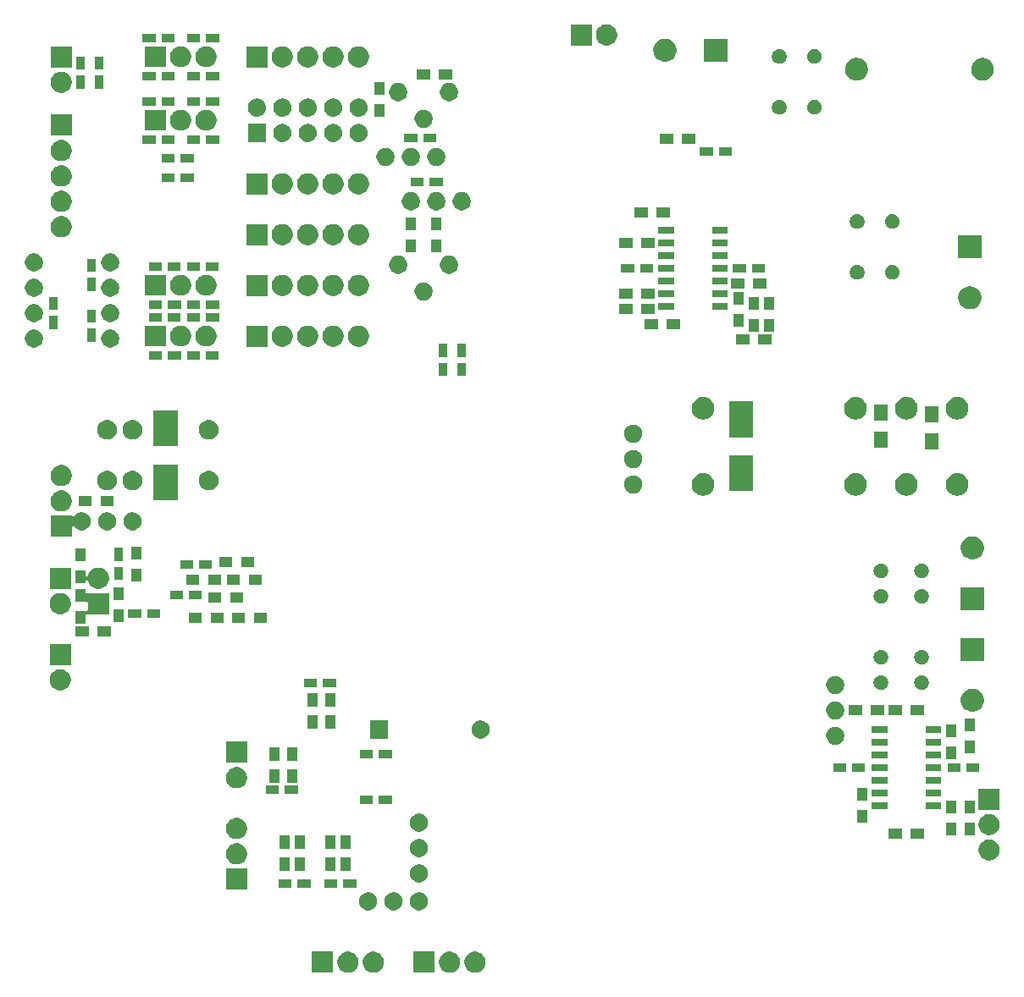
<source format=gbr>
G04 #@! TF.GenerationSoftware,KiCad,Pcbnew,(5.0.2)-1*
G04 #@! TF.CreationDate,2019-08-09T14:56:26+08:00*
G04 #@! TF.ProjectId,Version 4,56657273-696f-46e2-9034-2e6b69636164,rev?*
G04 #@! TF.SameCoordinates,Original*
G04 #@! TF.FileFunction,Soldermask,Bot*
G04 #@! TF.FilePolarity,Negative*
%FSLAX46Y46*%
G04 Gerber Fmt 4.6, Leading zero omitted, Abs format (unit mm)*
G04 Created by KiCad (PCBNEW (5.0.2)-1) date 08/09/19 14:56:26*
%MOMM*%
%LPD*%
G01*
G04 APERTURE LIST*
%ADD10C,0.100000*%
G04 APERTURE END LIST*
D10*
G36*
X146802945Y-119910349D02*
X146802947Y-119910350D01*
X146802948Y-119910350D01*
X146995674Y-119990179D01*
X147168340Y-120105551D01*
X147169125Y-120106076D01*
X147316626Y-120253577D01*
X147316628Y-120253580D01*
X147432523Y-120427028D01*
X147512352Y-120619754D01*
X147553049Y-120824351D01*
X147553049Y-121032955D01*
X147512352Y-121237552D01*
X147432523Y-121430278D01*
X147317151Y-121602944D01*
X147316626Y-121603729D01*
X147169125Y-121751230D01*
X147169122Y-121751232D01*
X146995674Y-121867127D01*
X146802948Y-121946956D01*
X146802947Y-121946956D01*
X146802945Y-121946957D01*
X146598353Y-121987653D01*
X146389745Y-121987653D01*
X146185153Y-121946957D01*
X146185151Y-121946956D01*
X146185150Y-121946956D01*
X145992424Y-121867127D01*
X145818976Y-121751232D01*
X145818973Y-121751230D01*
X145671472Y-121603729D01*
X145670947Y-121602944D01*
X145555575Y-121430278D01*
X145475746Y-121237552D01*
X145435049Y-121032955D01*
X145435049Y-120824351D01*
X145475746Y-120619754D01*
X145555575Y-120427028D01*
X145671470Y-120253580D01*
X145671472Y-120253577D01*
X145818973Y-120106076D01*
X145819758Y-120105551D01*
X145992424Y-119990179D01*
X146185150Y-119910350D01*
X146185151Y-119910350D01*
X146185153Y-119910349D01*
X146389745Y-119869653D01*
X146598353Y-119869653D01*
X146802945Y-119910349D01*
X146802945Y-119910349D01*
G37*
G36*
X144262945Y-119910349D02*
X144262947Y-119910350D01*
X144262948Y-119910350D01*
X144455674Y-119990179D01*
X144628340Y-120105551D01*
X144629125Y-120106076D01*
X144776626Y-120253577D01*
X144776628Y-120253580D01*
X144892523Y-120427028D01*
X144972352Y-120619754D01*
X145013049Y-120824351D01*
X145013049Y-121032955D01*
X144972352Y-121237552D01*
X144892523Y-121430278D01*
X144777151Y-121602944D01*
X144776626Y-121603729D01*
X144629125Y-121751230D01*
X144629122Y-121751232D01*
X144455674Y-121867127D01*
X144262948Y-121946956D01*
X144262947Y-121946956D01*
X144262945Y-121946957D01*
X144058353Y-121987653D01*
X143849745Y-121987653D01*
X143645153Y-121946957D01*
X143645151Y-121946956D01*
X143645150Y-121946956D01*
X143452424Y-121867127D01*
X143278976Y-121751232D01*
X143278973Y-121751230D01*
X143131472Y-121603729D01*
X143130947Y-121602944D01*
X143015575Y-121430278D01*
X142935746Y-121237552D01*
X142895049Y-121032955D01*
X142895049Y-120824351D01*
X142935746Y-120619754D01*
X143015575Y-120427028D01*
X143131470Y-120253580D01*
X143131472Y-120253577D01*
X143278973Y-120106076D01*
X143279758Y-120105551D01*
X143452424Y-119990179D01*
X143645150Y-119910350D01*
X143645151Y-119910350D01*
X143645153Y-119910349D01*
X143849745Y-119869653D01*
X144058353Y-119869653D01*
X144262945Y-119910349D01*
X144262945Y-119910349D01*
G37*
G36*
X142473049Y-121987653D02*
X140355049Y-121987653D01*
X140355049Y-119869653D01*
X142473049Y-119869653D01*
X142473049Y-121987653D01*
X142473049Y-121987653D01*
G37*
G36*
X136642945Y-119910349D02*
X136642947Y-119910350D01*
X136642948Y-119910350D01*
X136835674Y-119990179D01*
X137008340Y-120105551D01*
X137009125Y-120106076D01*
X137156626Y-120253577D01*
X137156628Y-120253580D01*
X137272523Y-120427028D01*
X137352352Y-120619754D01*
X137393049Y-120824351D01*
X137393049Y-121032955D01*
X137352352Y-121237552D01*
X137272523Y-121430278D01*
X137157151Y-121602944D01*
X137156626Y-121603729D01*
X137009125Y-121751230D01*
X137009122Y-121751232D01*
X136835674Y-121867127D01*
X136642948Y-121946956D01*
X136642947Y-121946956D01*
X136642945Y-121946957D01*
X136438353Y-121987653D01*
X136229745Y-121987653D01*
X136025153Y-121946957D01*
X136025151Y-121946956D01*
X136025150Y-121946956D01*
X135832424Y-121867127D01*
X135658976Y-121751232D01*
X135658973Y-121751230D01*
X135511472Y-121603729D01*
X135510947Y-121602944D01*
X135395575Y-121430278D01*
X135315746Y-121237552D01*
X135275049Y-121032955D01*
X135275049Y-120824351D01*
X135315746Y-120619754D01*
X135395575Y-120427028D01*
X135511470Y-120253580D01*
X135511472Y-120253577D01*
X135658973Y-120106076D01*
X135659758Y-120105551D01*
X135832424Y-119990179D01*
X136025150Y-119910350D01*
X136025151Y-119910350D01*
X136025153Y-119910349D01*
X136229745Y-119869653D01*
X136438353Y-119869653D01*
X136642945Y-119910349D01*
X136642945Y-119910349D01*
G37*
G36*
X132313049Y-121987653D02*
X130195049Y-121987653D01*
X130195049Y-119869653D01*
X132313049Y-119869653D01*
X132313049Y-121987653D01*
X132313049Y-121987653D01*
G37*
G36*
X134102945Y-119910349D02*
X134102947Y-119910350D01*
X134102948Y-119910350D01*
X134295674Y-119990179D01*
X134468340Y-120105551D01*
X134469125Y-120106076D01*
X134616626Y-120253577D01*
X134616628Y-120253580D01*
X134732523Y-120427028D01*
X134812352Y-120619754D01*
X134853049Y-120824351D01*
X134853049Y-121032955D01*
X134812352Y-121237552D01*
X134732523Y-121430278D01*
X134617151Y-121602944D01*
X134616626Y-121603729D01*
X134469125Y-121751230D01*
X134469122Y-121751232D01*
X134295674Y-121867127D01*
X134102948Y-121946956D01*
X134102947Y-121946956D01*
X134102945Y-121946957D01*
X133898353Y-121987653D01*
X133689745Y-121987653D01*
X133485153Y-121946957D01*
X133485151Y-121946956D01*
X133485150Y-121946956D01*
X133292424Y-121867127D01*
X133118976Y-121751232D01*
X133118973Y-121751230D01*
X132971472Y-121603729D01*
X132970947Y-121602944D01*
X132855575Y-121430278D01*
X132775746Y-121237552D01*
X132735049Y-121032955D01*
X132735049Y-120824351D01*
X132775746Y-120619754D01*
X132855575Y-120427028D01*
X132971470Y-120253580D01*
X132971472Y-120253577D01*
X133118973Y-120106076D01*
X133119758Y-120105551D01*
X133292424Y-119990179D01*
X133485150Y-119910350D01*
X133485151Y-119910350D01*
X133485153Y-119910349D01*
X133689745Y-119869653D01*
X133898353Y-119869653D01*
X134102945Y-119910349D01*
X134102945Y-119910349D01*
G37*
G36*
X138631194Y-113958585D02*
X138796621Y-114027107D01*
X138945506Y-114126589D01*
X139072113Y-114253196D01*
X139171595Y-114402081D01*
X139240117Y-114567508D01*
X139275049Y-114743123D01*
X139275049Y-114922183D01*
X139240117Y-115097798D01*
X139171595Y-115263225D01*
X139072113Y-115412110D01*
X138945506Y-115538717D01*
X138796621Y-115638199D01*
X138631194Y-115706721D01*
X138455579Y-115741653D01*
X138276519Y-115741653D01*
X138100904Y-115706721D01*
X137935477Y-115638199D01*
X137786592Y-115538717D01*
X137659985Y-115412110D01*
X137560503Y-115263225D01*
X137491981Y-115097798D01*
X137457049Y-114922183D01*
X137457049Y-114743123D01*
X137491981Y-114567508D01*
X137560503Y-114402081D01*
X137659985Y-114253196D01*
X137786592Y-114126589D01*
X137935477Y-114027107D01*
X138100904Y-113958585D01*
X138276519Y-113923653D01*
X138455579Y-113923653D01*
X138631194Y-113958585D01*
X138631194Y-113958585D01*
G37*
G36*
X136091194Y-113958585D02*
X136256621Y-114027107D01*
X136405506Y-114126589D01*
X136532113Y-114253196D01*
X136631595Y-114402081D01*
X136700117Y-114567508D01*
X136735049Y-114743123D01*
X136735049Y-114922183D01*
X136700117Y-115097798D01*
X136631595Y-115263225D01*
X136532113Y-115412110D01*
X136405506Y-115538717D01*
X136256621Y-115638199D01*
X136091194Y-115706721D01*
X135915579Y-115741653D01*
X135736519Y-115741653D01*
X135560904Y-115706721D01*
X135395477Y-115638199D01*
X135246592Y-115538717D01*
X135119985Y-115412110D01*
X135020503Y-115263225D01*
X134951981Y-115097798D01*
X134917049Y-114922183D01*
X134917049Y-114743123D01*
X134951981Y-114567508D01*
X135020503Y-114402081D01*
X135119985Y-114253196D01*
X135246592Y-114126589D01*
X135395477Y-114027107D01*
X135560904Y-113958585D01*
X135736519Y-113923653D01*
X135915579Y-113923653D01*
X136091194Y-113958585D01*
X136091194Y-113958585D01*
G37*
G36*
X141171194Y-113958585D02*
X141336621Y-114027107D01*
X141485506Y-114126589D01*
X141612113Y-114253196D01*
X141711595Y-114402081D01*
X141780117Y-114567508D01*
X141815049Y-114743123D01*
X141815049Y-114922183D01*
X141780117Y-115097798D01*
X141711595Y-115263225D01*
X141612113Y-115412110D01*
X141485506Y-115538717D01*
X141336621Y-115638199D01*
X141171194Y-115706721D01*
X140995579Y-115741653D01*
X140816519Y-115741653D01*
X140640904Y-115706721D01*
X140475477Y-115638199D01*
X140326592Y-115538717D01*
X140199985Y-115412110D01*
X140100503Y-115263225D01*
X140031981Y-115097798D01*
X139997049Y-114922183D01*
X139997049Y-114743123D01*
X140031981Y-114567508D01*
X140100503Y-114402081D01*
X140199985Y-114253196D01*
X140326592Y-114126589D01*
X140475477Y-114027107D01*
X140640904Y-113958585D01*
X140816519Y-113923653D01*
X140995579Y-113923653D01*
X141171194Y-113958585D01*
X141171194Y-113958585D01*
G37*
G36*
X123745000Y-113694000D02*
X121627000Y-113694000D01*
X121627000Y-111576000D01*
X123745000Y-111576000D01*
X123745000Y-113694000D01*
X123745000Y-113694000D01*
G37*
G36*
X130061049Y-113480653D02*
X128759049Y-113480653D01*
X128759049Y-112628653D01*
X130061049Y-112628653D01*
X130061049Y-113480653D01*
X130061049Y-113480653D01*
G37*
G36*
X132733049Y-113480653D02*
X131431049Y-113480653D01*
X131431049Y-112628653D01*
X132733049Y-112628653D01*
X132733049Y-113480653D01*
X132733049Y-113480653D01*
G37*
G36*
X134633049Y-113480653D02*
X133331049Y-113480653D01*
X133331049Y-112628653D01*
X134633049Y-112628653D01*
X134633049Y-113480653D01*
X134633049Y-113480653D01*
G37*
G36*
X128161049Y-113480653D02*
X126859049Y-113480653D01*
X126859049Y-112628653D01*
X128161049Y-112628653D01*
X128161049Y-113480653D01*
X128161049Y-113480653D01*
G37*
G36*
X141171194Y-111164585D02*
X141336621Y-111233107D01*
X141485506Y-111332589D01*
X141612113Y-111459196D01*
X141711595Y-111608081D01*
X141780117Y-111773508D01*
X141815049Y-111949123D01*
X141815049Y-112128183D01*
X141780117Y-112303798D01*
X141711595Y-112469225D01*
X141612113Y-112618110D01*
X141485506Y-112744717D01*
X141336621Y-112844199D01*
X141171194Y-112912721D01*
X140995579Y-112947653D01*
X140816519Y-112947653D01*
X140640904Y-112912721D01*
X140475477Y-112844199D01*
X140326592Y-112744717D01*
X140199985Y-112618110D01*
X140100503Y-112469225D01*
X140031981Y-112303798D01*
X139997049Y-112128183D01*
X139997049Y-111949123D01*
X140031981Y-111773508D01*
X140100503Y-111608081D01*
X140199985Y-111459196D01*
X140326592Y-111332589D01*
X140475477Y-111233107D01*
X140640904Y-111164585D01*
X140816519Y-111129653D01*
X140995579Y-111129653D01*
X141171194Y-111164585D01*
X141171194Y-111164585D01*
G37*
G36*
X127945049Y-111757653D02*
X126943049Y-111757653D01*
X126943049Y-110455653D01*
X127945049Y-110455653D01*
X127945049Y-111757653D01*
X127945049Y-111757653D01*
G37*
G36*
X134041049Y-111757653D02*
X133039049Y-111757653D01*
X133039049Y-110455653D01*
X134041049Y-110455653D01*
X134041049Y-111757653D01*
X134041049Y-111757653D01*
G37*
G36*
X132517049Y-111757653D02*
X131515049Y-111757653D01*
X131515049Y-110455653D01*
X132517049Y-110455653D01*
X132517049Y-111757653D01*
X132517049Y-111757653D01*
G37*
G36*
X129469049Y-111757653D02*
X128467049Y-111757653D01*
X128467049Y-110455653D01*
X129469049Y-110455653D01*
X129469049Y-111757653D01*
X129469049Y-111757653D01*
G37*
G36*
X122994896Y-109076696D02*
X122994898Y-109076697D01*
X122994899Y-109076697D01*
X123187625Y-109156526D01*
X123360291Y-109271898D01*
X123361076Y-109272423D01*
X123508577Y-109419924D01*
X123508579Y-109419927D01*
X123624474Y-109593375D01*
X123695065Y-109763798D01*
X123704304Y-109786104D01*
X123745000Y-109990696D01*
X123745000Y-110199304D01*
X123709043Y-110380073D01*
X123704303Y-110403899D01*
X123624474Y-110596625D01*
X123593170Y-110643474D01*
X123508577Y-110770076D01*
X123361076Y-110917577D01*
X123361073Y-110917579D01*
X123187625Y-111033474D01*
X122994899Y-111113303D01*
X122994898Y-111113303D01*
X122994896Y-111113304D01*
X122790304Y-111154000D01*
X122581696Y-111154000D01*
X122377104Y-111113304D01*
X122377102Y-111113303D01*
X122377101Y-111113303D01*
X122184375Y-111033474D01*
X122010927Y-110917579D01*
X122010924Y-110917577D01*
X121863423Y-110770076D01*
X121778830Y-110643474D01*
X121747526Y-110596625D01*
X121667697Y-110403899D01*
X121662958Y-110380073D01*
X121627000Y-110199304D01*
X121627000Y-109990696D01*
X121667696Y-109786104D01*
X121676935Y-109763798D01*
X121747526Y-109593375D01*
X121863421Y-109419927D01*
X121863423Y-109419924D01*
X122010924Y-109272423D01*
X122011709Y-109271898D01*
X122184375Y-109156526D01*
X122377101Y-109076697D01*
X122377102Y-109076697D01*
X122377104Y-109076696D01*
X122581696Y-109036000D01*
X122790304Y-109036000D01*
X122994896Y-109076696D01*
X122994896Y-109076696D01*
G37*
G36*
X198193896Y-108686696D02*
X198193898Y-108686697D01*
X198193899Y-108686697D01*
X198386625Y-108766526D01*
X198559291Y-108881898D01*
X198560076Y-108882423D01*
X198707577Y-109029924D01*
X198707579Y-109029927D01*
X198823474Y-109203375D01*
X198852074Y-109272423D01*
X198903304Y-109396104D01*
X198944000Y-109600696D01*
X198944000Y-109809304D01*
X198907919Y-109990696D01*
X198903303Y-110013899D01*
X198823474Y-110206625D01*
X198712492Y-110372720D01*
X198707577Y-110380076D01*
X198560076Y-110527577D01*
X198560073Y-110527579D01*
X198386625Y-110643474D01*
X198193899Y-110723303D01*
X198193898Y-110723303D01*
X198193896Y-110723304D01*
X197989304Y-110764000D01*
X197780696Y-110764000D01*
X197576104Y-110723304D01*
X197576102Y-110723303D01*
X197576101Y-110723303D01*
X197383375Y-110643474D01*
X197209927Y-110527579D01*
X197209924Y-110527577D01*
X197062423Y-110380076D01*
X197057508Y-110372720D01*
X196946526Y-110206625D01*
X196866697Y-110013899D01*
X196862082Y-109990696D01*
X196826000Y-109809304D01*
X196826000Y-109600696D01*
X196866696Y-109396104D01*
X196917926Y-109272423D01*
X196946526Y-109203375D01*
X197062421Y-109029927D01*
X197062423Y-109029924D01*
X197209924Y-108882423D01*
X197210709Y-108881898D01*
X197383375Y-108766526D01*
X197576101Y-108686697D01*
X197576102Y-108686697D01*
X197576104Y-108686696D01*
X197780696Y-108646000D01*
X197989304Y-108646000D01*
X198193896Y-108686696D01*
X198193896Y-108686696D01*
G37*
G36*
X141171194Y-108624585D02*
X141336621Y-108693107D01*
X141485506Y-108792589D01*
X141612113Y-108919196D01*
X141711595Y-109068081D01*
X141780117Y-109233508D01*
X141815049Y-109409123D01*
X141815049Y-109588183D01*
X141780117Y-109763798D01*
X141711595Y-109929225D01*
X141612113Y-110078110D01*
X141485506Y-110204717D01*
X141336621Y-110304199D01*
X141171194Y-110372721D01*
X140995579Y-110407653D01*
X140816519Y-110407653D01*
X140640904Y-110372721D01*
X140475477Y-110304199D01*
X140326592Y-110204717D01*
X140199985Y-110078110D01*
X140100503Y-109929225D01*
X140031981Y-109763798D01*
X139997049Y-109588183D01*
X139997049Y-109409123D01*
X140031981Y-109233508D01*
X140100503Y-109068081D01*
X140199985Y-108919196D01*
X140326592Y-108792589D01*
X140475477Y-108693107D01*
X140640904Y-108624585D01*
X140816519Y-108589653D01*
X140995579Y-108589653D01*
X141171194Y-108624585D01*
X141171194Y-108624585D01*
G37*
G36*
X127945049Y-109557653D02*
X126943049Y-109557653D01*
X126943049Y-108255653D01*
X127945049Y-108255653D01*
X127945049Y-109557653D01*
X127945049Y-109557653D01*
G37*
G36*
X134041049Y-109557653D02*
X133039049Y-109557653D01*
X133039049Y-108255653D01*
X134041049Y-108255653D01*
X134041049Y-109557653D01*
X134041049Y-109557653D01*
G37*
G36*
X132517049Y-109557653D02*
X131515049Y-109557653D01*
X131515049Y-108255653D01*
X132517049Y-108255653D01*
X132517049Y-109557653D01*
X132517049Y-109557653D01*
G37*
G36*
X129469049Y-109557653D02*
X128467049Y-109557653D01*
X128467049Y-108255653D01*
X129469049Y-108255653D01*
X129469049Y-109557653D01*
X129469049Y-109557653D01*
G37*
G36*
X122994896Y-106536696D02*
X122994898Y-106536697D01*
X122994899Y-106536697D01*
X123187625Y-106616526D01*
X123360291Y-106731898D01*
X123361076Y-106732423D01*
X123508577Y-106879924D01*
X123508579Y-106879927D01*
X123624474Y-107053375D01*
X123695065Y-107223798D01*
X123704304Y-107246104D01*
X123745000Y-107450696D01*
X123745000Y-107659304D01*
X123709043Y-107840073D01*
X123704303Y-107863899D01*
X123624474Y-108056625D01*
X123593170Y-108103474D01*
X123508577Y-108230076D01*
X123361076Y-108377577D01*
X123361073Y-108377579D01*
X123187625Y-108493474D01*
X122994899Y-108573303D01*
X122994898Y-108573303D01*
X122994896Y-108573304D01*
X122790304Y-108614000D01*
X122581696Y-108614000D01*
X122377104Y-108573304D01*
X122377102Y-108573303D01*
X122377101Y-108573303D01*
X122184375Y-108493474D01*
X122010927Y-108377579D01*
X122010924Y-108377577D01*
X121863423Y-108230076D01*
X121778830Y-108103474D01*
X121747526Y-108056625D01*
X121667697Y-107863899D01*
X121662958Y-107840073D01*
X121627000Y-107659304D01*
X121627000Y-107450696D01*
X121667696Y-107246104D01*
X121676935Y-107223798D01*
X121747526Y-107053375D01*
X121863421Y-106879927D01*
X121863423Y-106879924D01*
X122010924Y-106732423D01*
X122011709Y-106731898D01*
X122184375Y-106616526D01*
X122377101Y-106536697D01*
X122377102Y-106536697D01*
X122377104Y-106536696D01*
X122581696Y-106496000D01*
X122790304Y-106496000D01*
X122994896Y-106536696D01*
X122994896Y-106536696D01*
G37*
G36*
X189181000Y-108555000D02*
X187879000Y-108555000D01*
X187879000Y-107553000D01*
X189181000Y-107553000D01*
X189181000Y-108555000D01*
X189181000Y-108555000D01*
G37*
G36*
X191381000Y-108555000D02*
X190079000Y-108555000D01*
X190079000Y-107553000D01*
X191381000Y-107553000D01*
X191381000Y-108555000D01*
X191381000Y-108555000D01*
G37*
G36*
X196481000Y-108281000D02*
X195479000Y-108281000D01*
X195479000Y-106979000D01*
X196481000Y-106979000D01*
X196481000Y-108281000D01*
X196481000Y-108281000D01*
G37*
G36*
X194576000Y-108281000D02*
X193574000Y-108281000D01*
X193574000Y-106979000D01*
X194576000Y-106979000D01*
X194576000Y-108281000D01*
X194576000Y-108281000D01*
G37*
G36*
X198193896Y-106146696D02*
X198193898Y-106146697D01*
X198193899Y-106146697D01*
X198386625Y-106226526D01*
X198559291Y-106341898D01*
X198560076Y-106342423D01*
X198707577Y-106489924D01*
X198707579Y-106489927D01*
X198823474Y-106663375D01*
X198852074Y-106732423D01*
X198903304Y-106856104D01*
X198944000Y-107060696D01*
X198944000Y-107269304D01*
X198907919Y-107450696D01*
X198903303Y-107473899D01*
X198823474Y-107666625D01*
X198712492Y-107832720D01*
X198707577Y-107840076D01*
X198560076Y-107987577D01*
X198560073Y-107987579D01*
X198386625Y-108103474D01*
X198193899Y-108183303D01*
X198193898Y-108183303D01*
X198193896Y-108183304D01*
X197989304Y-108224000D01*
X197780696Y-108224000D01*
X197576104Y-108183304D01*
X197576102Y-108183303D01*
X197576101Y-108183303D01*
X197383375Y-108103474D01*
X197209927Y-107987579D01*
X197209924Y-107987577D01*
X197062423Y-107840076D01*
X197057508Y-107832720D01*
X196946526Y-107666625D01*
X196866697Y-107473899D01*
X196862082Y-107450696D01*
X196826000Y-107269304D01*
X196826000Y-107060696D01*
X196866696Y-106856104D01*
X196917926Y-106732423D01*
X196946526Y-106663375D01*
X197062421Y-106489927D01*
X197062423Y-106489924D01*
X197209924Y-106342423D01*
X197210709Y-106341898D01*
X197383375Y-106226526D01*
X197576101Y-106146697D01*
X197576102Y-106146697D01*
X197576104Y-106146696D01*
X197780696Y-106106000D01*
X197989304Y-106106000D01*
X198193896Y-106146696D01*
X198193896Y-106146696D01*
G37*
G36*
X141171194Y-106084585D02*
X141336621Y-106153107D01*
X141485506Y-106252589D01*
X141612113Y-106379196D01*
X141711595Y-106528081D01*
X141780117Y-106693508D01*
X141815049Y-106869123D01*
X141815049Y-107048183D01*
X141780117Y-107223798D01*
X141711595Y-107389225D01*
X141612113Y-107538110D01*
X141485506Y-107664717D01*
X141336621Y-107764199D01*
X141171194Y-107832721D01*
X140995579Y-107867653D01*
X140816519Y-107867653D01*
X140640904Y-107832721D01*
X140475477Y-107764199D01*
X140326592Y-107664717D01*
X140199985Y-107538110D01*
X140100503Y-107389225D01*
X140031981Y-107223798D01*
X139997049Y-107048183D01*
X139997049Y-106869123D01*
X140031981Y-106693508D01*
X140100503Y-106528081D01*
X140199985Y-106379196D01*
X140326592Y-106252589D01*
X140475477Y-106153107D01*
X140640904Y-106084585D01*
X140816519Y-106049653D01*
X140995579Y-106049653D01*
X141171194Y-106084585D01*
X141171194Y-106084585D01*
G37*
G36*
X185686000Y-107011000D02*
X184684000Y-107011000D01*
X184684000Y-105709000D01*
X185686000Y-105709000D01*
X185686000Y-107011000D01*
X185686000Y-107011000D01*
G37*
G36*
X194576000Y-106081000D02*
X193574000Y-106081000D01*
X193574000Y-104779000D01*
X194576000Y-104779000D01*
X194576000Y-106081000D01*
X194576000Y-106081000D01*
G37*
G36*
X196481000Y-106081000D02*
X195479000Y-106081000D01*
X195479000Y-104779000D01*
X196481000Y-104779000D01*
X196481000Y-106081000D01*
X196481000Y-106081000D01*
G37*
G36*
X198944000Y-105684000D02*
X196826000Y-105684000D01*
X196826000Y-103566000D01*
X198944000Y-103566000D01*
X198944000Y-105684000D01*
X198944000Y-105684000D01*
G37*
G36*
X193131000Y-105611000D02*
X191529000Y-105611000D01*
X191529000Y-104909000D01*
X193131000Y-104909000D01*
X193131000Y-105611000D01*
X193131000Y-105611000D01*
G37*
G36*
X187731000Y-105611000D02*
X186129000Y-105611000D01*
X186129000Y-104909000D01*
X187731000Y-104909000D01*
X187731000Y-105611000D01*
X187731000Y-105611000D01*
G37*
G36*
X138189049Y-105098653D02*
X136887049Y-105098653D01*
X136887049Y-104246653D01*
X138189049Y-104246653D01*
X138189049Y-105098653D01*
X138189049Y-105098653D01*
G37*
G36*
X136289049Y-105098653D02*
X134987049Y-105098653D01*
X134987049Y-104246653D01*
X136289049Y-104246653D01*
X136289049Y-105098653D01*
X136289049Y-105098653D01*
G37*
G36*
X185686000Y-104811000D02*
X184684000Y-104811000D01*
X184684000Y-103509000D01*
X185686000Y-103509000D01*
X185686000Y-104811000D01*
X185686000Y-104811000D01*
G37*
G36*
X187731000Y-104341000D02*
X186129000Y-104341000D01*
X186129000Y-103639000D01*
X187731000Y-103639000D01*
X187731000Y-104341000D01*
X187731000Y-104341000D01*
G37*
G36*
X193131000Y-104341000D02*
X191529000Y-104341000D01*
X191529000Y-103639000D01*
X193131000Y-103639000D01*
X193131000Y-104341000D01*
X193131000Y-104341000D01*
G37*
G36*
X126891049Y-104082653D02*
X125589049Y-104082653D01*
X125589049Y-103230653D01*
X126891049Y-103230653D01*
X126891049Y-104082653D01*
X126891049Y-104082653D01*
G37*
G36*
X128791049Y-104082653D02*
X127489049Y-104082653D01*
X127489049Y-103230653D01*
X128791049Y-103230653D01*
X128791049Y-104082653D01*
X128791049Y-104082653D01*
G37*
G36*
X122994896Y-101456696D02*
X122994898Y-101456697D01*
X122994899Y-101456697D01*
X123187625Y-101536526D01*
X123356930Y-101649653D01*
X123361076Y-101652423D01*
X123508577Y-101799924D01*
X123508579Y-101799927D01*
X123624474Y-101973375D01*
X123704303Y-102166101D01*
X123704304Y-102166104D01*
X123745000Y-102370696D01*
X123745000Y-102579302D01*
X123704303Y-102783899D01*
X123624474Y-102976625D01*
X123561414Y-103071000D01*
X123508577Y-103150076D01*
X123361076Y-103297577D01*
X123361073Y-103297579D01*
X123187625Y-103413474D01*
X122994899Y-103493303D01*
X122994898Y-103493303D01*
X122994896Y-103493304D01*
X122790304Y-103534000D01*
X122581696Y-103534000D01*
X122377104Y-103493304D01*
X122377102Y-103493303D01*
X122377101Y-103493303D01*
X122184375Y-103413474D01*
X122010927Y-103297579D01*
X122010924Y-103297577D01*
X121863423Y-103150076D01*
X121810586Y-103071000D01*
X121747526Y-102976625D01*
X121667697Y-102783899D01*
X121627000Y-102579302D01*
X121627000Y-102370696D01*
X121667696Y-102166104D01*
X121667697Y-102166101D01*
X121747526Y-101973375D01*
X121863421Y-101799927D01*
X121863423Y-101799924D01*
X122010924Y-101652423D01*
X122015070Y-101649653D01*
X122184375Y-101536526D01*
X122377101Y-101456697D01*
X122377102Y-101456697D01*
X122377104Y-101456696D01*
X122581696Y-101416000D01*
X122790304Y-101416000D01*
X122994896Y-101456696D01*
X122994896Y-101456696D01*
G37*
G36*
X187731000Y-103071000D02*
X186129000Y-103071000D01*
X186129000Y-102369000D01*
X187731000Y-102369000D01*
X187731000Y-103071000D01*
X187731000Y-103071000D01*
G37*
G36*
X193131000Y-103071000D02*
X191529000Y-103071000D01*
X191529000Y-102369000D01*
X193131000Y-102369000D01*
X193131000Y-103071000D01*
X193131000Y-103071000D01*
G37*
G36*
X128707049Y-102951653D02*
X127705049Y-102951653D01*
X127705049Y-101649653D01*
X128707049Y-101649653D01*
X128707049Y-102951653D01*
X128707049Y-102951653D01*
G37*
G36*
X126929049Y-102951653D02*
X125927049Y-102951653D01*
X125927049Y-101649653D01*
X126929049Y-101649653D01*
X126929049Y-102951653D01*
X126929049Y-102951653D01*
G37*
G36*
X195046000Y-101876000D02*
X193744000Y-101876000D01*
X193744000Y-101024000D01*
X195046000Y-101024000D01*
X195046000Y-101876000D01*
X195046000Y-101876000D01*
G37*
G36*
X185516000Y-101876000D02*
X184214000Y-101876000D01*
X184214000Y-101024000D01*
X185516000Y-101024000D01*
X185516000Y-101876000D01*
X185516000Y-101876000D01*
G37*
G36*
X196946000Y-101876000D02*
X195644000Y-101876000D01*
X195644000Y-101024000D01*
X196946000Y-101024000D01*
X196946000Y-101876000D01*
X196946000Y-101876000D01*
G37*
G36*
X183616000Y-101876000D02*
X182314000Y-101876000D01*
X182314000Y-101024000D01*
X183616000Y-101024000D01*
X183616000Y-101876000D01*
X183616000Y-101876000D01*
G37*
G36*
X187731000Y-101801000D02*
X186129000Y-101801000D01*
X186129000Y-101099000D01*
X187731000Y-101099000D01*
X187731000Y-101801000D01*
X187731000Y-101801000D01*
G37*
G36*
X193131000Y-101801000D02*
X191529000Y-101801000D01*
X191529000Y-101099000D01*
X193131000Y-101099000D01*
X193131000Y-101801000D01*
X193131000Y-101801000D01*
G37*
G36*
X123745000Y-100994000D02*
X121627000Y-100994000D01*
X121627000Y-98876000D01*
X123745000Y-98876000D01*
X123745000Y-100994000D01*
X123745000Y-100994000D01*
G37*
G36*
X126929049Y-100751653D02*
X125927049Y-100751653D01*
X125927049Y-99449653D01*
X126929049Y-99449653D01*
X126929049Y-100751653D01*
X126929049Y-100751653D01*
G37*
G36*
X128707049Y-100751653D02*
X127705049Y-100751653D01*
X127705049Y-99449653D01*
X128707049Y-99449653D01*
X128707049Y-100751653D01*
X128707049Y-100751653D01*
G37*
G36*
X194576000Y-100661000D02*
X193574000Y-100661000D01*
X193574000Y-99359000D01*
X194576000Y-99359000D01*
X194576000Y-100661000D01*
X194576000Y-100661000D01*
G37*
G36*
X193131000Y-100531000D02*
X191529000Y-100531000D01*
X191529000Y-99829000D01*
X193131000Y-99829000D01*
X193131000Y-100531000D01*
X193131000Y-100531000D01*
G37*
G36*
X187731000Y-100531000D02*
X186129000Y-100531000D01*
X186129000Y-99829000D01*
X187731000Y-99829000D01*
X187731000Y-100531000D01*
X187731000Y-100531000D01*
G37*
G36*
X136289049Y-100526653D02*
X134987049Y-100526653D01*
X134987049Y-99674653D01*
X136289049Y-99674653D01*
X136289049Y-100526653D01*
X136289049Y-100526653D01*
G37*
G36*
X138189049Y-100526653D02*
X136887049Y-100526653D01*
X136887049Y-99674653D01*
X138189049Y-99674653D01*
X138189049Y-100526653D01*
X138189049Y-100526653D01*
G37*
G36*
X196481000Y-100026000D02*
X195479000Y-100026000D01*
X195479000Y-98724000D01*
X196481000Y-98724000D01*
X196481000Y-100026000D01*
X196481000Y-100026000D01*
G37*
G36*
X187731000Y-99261000D02*
X186129000Y-99261000D01*
X186129000Y-98559000D01*
X187731000Y-98559000D01*
X187731000Y-99261000D01*
X187731000Y-99261000D01*
G37*
G36*
X193131000Y-99261000D02*
X191529000Y-99261000D01*
X191529000Y-98559000D01*
X193131000Y-98559000D01*
X193131000Y-99261000D01*
X193131000Y-99261000D01*
G37*
G36*
X182783145Y-97400932D02*
X182948572Y-97469454D01*
X183097457Y-97568936D01*
X183224064Y-97695543D01*
X183323546Y-97844428D01*
X183392068Y-98009855D01*
X183427000Y-98185470D01*
X183427000Y-98364530D01*
X183392068Y-98540145D01*
X183323546Y-98705572D01*
X183224064Y-98854457D01*
X183097457Y-98981064D01*
X182948572Y-99080546D01*
X182783145Y-99149068D01*
X182607530Y-99184000D01*
X182428470Y-99184000D01*
X182252855Y-99149068D01*
X182087428Y-99080546D01*
X181938543Y-98981064D01*
X181811936Y-98854457D01*
X181712454Y-98705572D01*
X181643932Y-98540145D01*
X181609000Y-98364530D01*
X181609000Y-98185470D01*
X181643932Y-98009855D01*
X181712454Y-97844428D01*
X181811936Y-97695543D01*
X181938543Y-97568936D01*
X182087428Y-97469454D01*
X182252855Y-97400932D01*
X182428470Y-97366000D01*
X182607530Y-97366000D01*
X182783145Y-97400932D01*
X182783145Y-97400932D01*
G37*
G36*
X147335145Y-96774932D02*
X147500572Y-96843454D01*
X147649457Y-96942936D01*
X147776064Y-97069543D01*
X147875546Y-97218428D01*
X147944068Y-97383855D01*
X147979000Y-97559470D01*
X147979000Y-97738530D01*
X147944068Y-97914145D01*
X147875546Y-98079572D01*
X147776064Y-98228457D01*
X147649457Y-98355064D01*
X147500572Y-98454546D01*
X147335145Y-98523068D01*
X147159530Y-98558000D01*
X146980470Y-98558000D01*
X146804855Y-98523068D01*
X146639428Y-98454546D01*
X146490543Y-98355064D01*
X146363936Y-98228457D01*
X146264454Y-98079572D01*
X146195932Y-97914145D01*
X146161000Y-97738530D01*
X146161000Y-97559470D01*
X146195932Y-97383855D01*
X146264454Y-97218428D01*
X146363936Y-97069543D01*
X146490543Y-96942936D01*
X146639428Y-96843454D01*
X146804855Y-96774932D01*
X146980470Y-96740000D01*
X147159530Y-96740000D01*
X147335145Y-96774932D01*
X147335145Y-96774932D01*
G37*
G36*
X137819520Y-98555460D02*
X136001520Y-98555460D01*
X136001520Y-96737460D01*
X137819520Y-96737460D01*
X137819520Y-98555460D01*
X137819520Y-98555460D01*
G37*
G36*
X194576000Y-98461000D02*
X193574000Y-98461000D01*
X193574000Y-97159000D01*
X194576000Y-97159000D01*
X194576000Y-98461000D01*
X194576000Y-98461000D01*
G37*
G36*
X187731000Y-97991000D02*
X186129000Y-97991000D01*
X186129000Y-97289000D01*
X187731000Y-97289000D01*
X187731000Y-97991000D01*
X187731000Y-97991000D01*
G37*
G36*
X193131000Y-97991000D02*
X191529000Y-97991000D01*
X191529000Y-97289000D01*
X193131000Y-97289000D01*
X193131000Y-97991000D01*
X193131000Y-97991000D01*
G37*
G36*
X196481000Y-97826000D02*
X195479000Y-97826000D01*
X195479000Y-96524000D01*
X196481000Y-96524000D01*
X196481000Y-97826000D01*
X196481000Y-97826000D01*
G37*
G36*
X132517049Y-97533653D02*
X131515049Y-97533653D01*
X131515049Y-96231653D01*
X132517049Y-96231653D01*
X132517049Y-97533653D01*
X132517049Y-97533653D01*
G37*
G36*
X130739049Y-97533653D02*
X129737049Y-97533653D01*
X129737049Y-96231653D01*
X130739049Y-96231653D01*
X130739049Y-97533653D01*
X130739049Y-97533653D01*
G37*
G36*
X182783145Y-94860932D02*
X182948572Y-94929454D01*
X183097457Y-95028936D01*
X183224064Y-95155543D01*
X183323546Y-95304428D01*
X183392068Y-95469855D01*
X183427000Y-95645470D01*
X183427000Y-95824530D01*
X183392068Y-96000145D01*
X183323546Y-96165572D01*
X183224064Y-96314457D01*
X183097457Y-96441064D01*
X182948572Y-96540546D01*
X182783145Y-96609068D01*
X182607530Y-96644000D01*
X182428470Y-96644000D01*
X182252855Y-96609068D01*
X182087428Y-96540546D01*
X181938543Y-96441064D01*
X181811936Y-96314457D01*
X181712454Y-96165572D01*
X181643932Y-96000145D01*
X181609000Y-95824530D01*
X181609000Y-95645470D01*
X181643932Y-95469855D01*
X181712454Y-95304428D01*
X181811936Y-95155543D01*
X181938543Y-95028936D01*
X182087428Y-94929454D01*
X182252855Y-94860932D01*
X182428470Y-94826000D01*
X182607530Y-94826000D01*
X182783145Y-94860932D01*
X182783145Y-94860932D01*
G37*
G36*
X187401000Y-96236000D02*
X186099000Y-96236000D01*
X186099000Y-95234000D01*
X187401000Y-95234000D01*
X187401000Y-96236000D01*
X187401000Y-96236000D01*
G37*
G36*
X185201000Y-96236000D02*
X183899000Y-96236000D01*
X183899000Y-95234000D01*
X185201000Y-95234000D01*
X185201000Y-96236000D01*
X185201000Y-96236000D01*
G37*
G36*
X191381000Y-96236000D02*
X190079000Y-96236000D01*
X190079000Y-95234000D01*
X191381000Y-95234000D01*
X191381000Y-96236000D01*
X191381000Y-96236000D01*
G37*
G36*
X189181000Y-96236000D02*
X187879000Y-96236000D01*
X187879000Y-95234000D01*
X189181000Y-95234000D01*
X189181000Y-96236000D01*
X189181000Y-96236000D01*
G37*
G36*
X196572065Y-93604539D02*
X196572067Y-93604540D01*
X196572068Y-93604540D01*
X196782992Y-93691907D01*
X196863947Y-93746000D01*
X196972822Y-93818748D01*
X197134252Y-93980178D01*
X197134254Y-93980181D01*
X197261093Y-94170008D01*
X197348460Y-94380932D01*
X197348461Y-94380935D01*
X197393000Y-94604847D01*
X197393000Y-94833153D01*
X197354057Y-95028934D01*
X197348460Y-95057068D01*
X197261093Y-95267992D01*
X197261092Y-95267993D01*
X197134252Y-95457822D01*
X196972822Y-95619252D01*
X196972819Y-95619254D01*
X196782992Y-95746093D01*
X196572068Y-95833460D01*
X196572067Y-95833460D01*
X196572065Y-95833461D01*
X196348153Y-95878000D01*
X196119847Y-95878000D01*
X195895935Y-95833461D01*
X195895933Y-95833460D01*
X195895932Y-95833460D01*
X195685008Y-95746093D01*
X195495181Y-95619254D01*
X195495178Y-95619252D01*
X195333748Y-95457822D01*
X195206908Y-95267993D01*
X195206907Y-95267992D01*
X195119540Y-95057068D01*
X195113944Y-95028934D01*
X195075000Y-94833153D01*
X195075000Y-94604847D01*
X195119539Y-94380935D01*
X195119540Y-94380932D01*
X195206907Y-94170008D01*
X195333746Y-93980181D01*
X195333748Y-93980178D01*
X195495178Y-93818748D01*
X195604053Y-93746000D01*
X195685008Y-93691907D01*
X195895932Y-93604540D01*
X195895933Y-93604540D01*
X195895935Y-93604539D01*
X196119847Y-93560000D01*
X196348153Y-93560000D01*
X196572065Y-93604539D01*
X196572065Y-93604539D01*
G37*
G36*
X132517049Y-95333653D02*
X131515049Y-95333653D01*
X131515049Y-94031653D01*
X132517049Y-94031653D01*
X132517049Y-95333653D01*
X132517049Y-95333653D01*
G37*
G36*
X130739049Y-95333653D02*
X129737049Y-95333653D01*
X129737049Y-94031653D01*
X130739049Y-94031653D01*
X130739049Y-95333653D01*
X130739049Y-95333653D01*
G37*
G36*
X182783145Y-92320932D02*
X182948572Y-92389454D01*
X183097457Y-92488936D01*
X183224064Y-92615543D01*
X183323546Y-92764428D01*
X183392068Y-92929855D01*
X183427000Y-93105470D01*
X183427000Y-93284530D01*
X183392068Y-93460145D01*
X183323546Y-93625572D01*
X183224064Y-93774457D01*
X183097457Y-93901064D01*
X182948572Y-94000546D01*
X182783145Y-94069068D01*
X182607530Y-94104000D01*
X182428470Y-94104000D01*
X182252855Y-94069068D01*
X182087428Y-94000546D01*
X181938543Y-93901064D01*
X181811936Y-93774457D01*
X181712454Y-93625572D01*
X181643932Y-93460145D01*
X181609000Y-93284530D01*
X181609000Y-93105470D01*
X181643932Y-92929855D01*
X181712454Y-92764428D01*
X181811936Y-92615543D01*
X181938543Y-92488936D01*
X182087428Y-92389454D01*
X182252855Y-92320932D01*
X182428470Y-92286000D01*
X182607530Y-92286000D01*
X182783145Y-92320932D01*
X182783145Y-92320932D01*
G37*
G36*
X105356896Y-91668696D02*
X105356898Y-91668697D01*
X105356899Y-91668697D01*
X105549625Y-91748526D01*
X105722291Y-91863898D01*
X105723076Y-91864423D01*
X105870577Y-92011924D01*
X105870579Y-92011927D01*
X105986474Y-92185375D01*
X106042623Y-92320932D01*
X106066304Y-92378104D01*
X106107000Y-92582696D01*
X106107000Y-92791304D01*
X106091565Y-92868903D01*
X106066303Y-92995899D01*
X105986474Y-93188625D01*
X105920252Y-93287732D01*
X105870577Y-93362076D01*
X105723076Y-93509577D01*
X105723073Y-93509579D01*
X105549625Y-93625474D01*
X105356899Y-93705303D01*
X105356898Y-93705303D01*
X105356896Y-93705304D01*
X105152304Y-93746000D01*
X104943696Y-93746000D01*
X104739104Y-93705304D01*
X104739102Y-93705303D01*
X104739101Y-93705303D01*
X104546375Y-93625474D01*
X104372927Y-93509579D01*
X104372924Y-93509577D01*
X104225423Y-93362076D01*
X104175748Y-93287732D01*
X104109526Y-93188625D01*
X104029697Y-92995899D01*
X104004436Y-92868903D01*
X103989000Y-92791304D01*
X103989000Y-92582696D01*
X104029696Y-92378104D01*
X104053377Y-92320932D01*
X104109526Y-92185375D01*
X104225421Y-92011927D01*
X104225423Y-92011924D01*
X104372924Y-91864423D01*
X104373709Y-91863898D01*
X104546375Y-91748526D01*
X104739101Y-91668697D01*
X104739102Y-91668697D01*
X104739104Y-91668696D01*
X104943696Y-91628000D01*
X105152304Y-91628000D01*
X105356896Y-91668696D01*
X105356896Y-91668696D01*
G37*
G36*
X191367517Y-92237130D02*
X191500732Y-92292309D01*
X191620626Y-92372420D01*
X191722580Y-92474374D01*
X191802691Y-92594268D01*
X191857870Y-92727483D01*
X191886000Y-92868903D01*
X191886000Y-93013097D01*
X191857870Y-93154517D01*
X191802691Y-93287732D01*
X191722580Y-93407626D01*
X191620626Y-93509580D01*
X191500732Y-93589691D01*
X191367517Y-93644870D01*
X191226097Y-93673000D01*
X191081903Y-93673000D01*
X190940483Y-93644870D01*
X190807268Y-93589691D01*
X190687374Y-93509580D01*
X190585420Y-93407626D01*
X190505309Y-93287732D01*
X190450130Y-93154517D01*
X190422000Y-93013097D01*
X190422000Y-92868903D01*
X190450130Y-92727483D01*
X190505309Y-92594268D01*
X190585420Y-92474374D01*
X190687374Y-92372420D01*
X190807268Y-92292309D01*
X190940483Y-92237130D01*
X191081903Y-92209000D01*
X191226097Y-92209000D01*
X191367517Y-92237130D01*
X191367517Y-92237130D01*
G37*
G36*
X187303517Y-92237130D02*
X187436732Y-92292309D01*
X187556626Y-92372420D01*
X187658580Y-92474374D01*
X187738691Y-92594268D01*
X187793870Y-92727483D01*
X187822000Y-92868903D01*
X187822000Y-93013097D01*
X187793870Y-93154517D01*
X187738691Y-93287732D01*
X187658580Y-93407626D01*
X187556626Y-93509580D01*
X187436732Y-93589691D01*
X187303517Y-93644870D01*
X187162097Y-93673000D01*
X187017903Y-93673000D01*
X186876483Y-93644870D01*
X186743268Y-93589691D01*
X186623374Y-93509580D01*
X186521420Y-93407626D01*
X186441309Y-93287732D01*
X186386130Y-93154517D01*
X186358000Y-93013097D01*
X186358000Y-92868903D01*
X186386130Y-92727483D01*
X186441309Y-92594268D01*
X186521420Y-92474374D01*
X186623374Y-92372420D01*
X186743268Y-92292309D01*
X186876483Y-92237130D01*
X187017903Y-92209000D01*
X187162097Y-92209000D01*
X187303517Y-92237130D01*
X187303517Y-92237130D01*
G37*
G36*
X132601049Y-93414653D02*
X131299049Y-93414653D01*
X131299049Y-92562653D01*
X132601049Y-92562653D01*
X132601049Y-93414653D01*
X132601049Y-93414653D01*
G37*
G36*
X130701049Y-93414653D02*
X129399049Y-93414653D01*
X129399049Y-92562653D01*
X130701049Y-92562653D01*
X130701049Y-93414653D01*
X130701049Y-93414653D01*
G37*
G36*
X106107000Y-91206000D02*
X103989000Y-91206000D01*
X103989000Y-89088000D01*
X106107000Y-89088000D01*
X106107000Y-91206000D01*
X106107000Y-91206000D01*
G37*
G36*
X187303517Y-89697130D02*
X187436732Y-89752309D01*
X187556626Y-89832420D01*
X187658580Y-89934374D01*
X187738691Y-90054268D01*
X187793870Y-90187483D01*
X187822000Y-90328903D01*
X187822000Y-90473097D01*
X187793870Y-90614517D01*
X187738691Y-90747732D01*
X187658580Y-90867626D01*
X187556626Y-90969580D01*
X187436732Y-91049691D01*
X187303517Y-91104870D01*
X187162097Y-91133000D01*
X187017903Y-91133000D01*
X186876483Y-91104870D01*
X186743268Y-91049691D01*
X186623374Y-90969580D01*
X186521420Y-90867626D01*
X186441309Y-90747732D01*
X186386130Y-90614517D01*
X186358000Y-90473097D01*
X186358000Y-90328903D01*
X186386130Y-90187483D01*
X186441309Y-90054268D01*
X186521420Y-89934374D01*
X186623374Y-89832420D01*
X186743268Y-89752309D01*
X186876483Y-89697130D01*
X187017903Y-89669000D01*
X187162097Y-89669000D01*
X187303517Y-89697130D01*
X187303517Y-89697130D01*
G37*
G36*
X191367517Y-89697130D02*
X191500732Y-89752309D01*
X191620626Y-89832420D01*
X191722580Y-89934374D01*
X191802691Y-90054268D01*
X191857870Y-90187483D01*
X191886000Y-90328903D01*
X191886000Y-90473097D01*
X191857870Y-90614517D01*
X191802691Y-90747732D01*
X191722580Y-90867626D01*
X191620626Y-90969580D01*
X191500732Y-91049691D01*
X191367517Y-91104870D01*
X191226097Y-91133000D01*
X191081903Y-91133000D01*
X190940483Y-91104870D01*
X190807268Y-91049691D01*
X190687374Y-90969580D01*
X190585420Y-90867626D01*
X190505309Y-90747732D01*
X190450130Y-90614517D01*
X190422000Y-90473097D01*
X190422000Y-90328903D01*
X190450130Y-90187483D01*
X190505309Y-90054268D01*
X190585420Y-89934374D01*
X190687374Y-89832420D01*
X190807268Y-89752309D01*
X190940483Y-89697130D01*
X191081903Y-89669000D01*
X191226097Y-89669000D01*
X191367517Y-89697130D01*
X191367517Y-89697130D01*
G37*
G36*
X197393000Y-90798000D02*
X195075000Y-90798000D01*
X195075000Y-88480000D01*
X197393000Y-88480000D01*
X197393000Y-90798000D01*
X197393000Y-90798000D01*
G37*
G36*
X107901000Y-88362000D02*
X106599000Y-88362000D01*
X106599000Y-87360000D01*
X107901000Y-87360000D01*
X107901000Y-88362000D01*
X107901000Y-88362000D01*
G37*
G36*
X110101000Y-88362000D02*
X108799000Y-88362000D01*
X108799000Y-87360000D01*
X110101000Y-87360000D01*
X110101000Y-88362000D01*
X110101000Y-88362000D01*
G37*
G36*
X107581000Y-83883000D02*
X107583402Y-83907386D01*
X107590515Y-83930835D01*
X107602066Y-83952446D01*
X107617612Y-83971388D01*
X107636554Y-83986934D01*
X107658165Y-83998485D01*
X107681614Y-84005598D01*
X107706000Y-84008000D01*
X109917000Y-84008000D01*
X109917000Y-86126000D01*
X107706000Y-86126000D01*
X107681614Y-86128402D01*
X107658165Y-86135515D01*
X107636554Y-86147066D01*
X107617612Y-86162612D01*
X107602066Y-86181554D01*
X107590515Y-86203165D01*
X107583402Y-86226614D01*
X107581000Y-86251000D01*
X107581000Y-87072000D01*
X106579000Y-87072000D01*
X106579000Y-85770000D01*
X107674000Y-85770000D01*
X107698386Y-85767598D01*
X107721835Y-85760485D01*
X107743446Y-85748934D01*
X107762388Y-85733388D01*
X107777934Y-85714446D01*
X107789485Y-85692835D01*
X107796598Y-85669386D01*
X107799000Y-85645000D01*
X107799000Y-84997000D01*
X107796598Y-84972614D01*
X107789485Y-84949165D01*
X107777934Y-84927554D01*
X107762388Y-84908612D01*
X107743446Y-84893066D01*
X107721835Y-84881515D01*
X107698386Y-84874402D01*
X107674000Y-84872000D01*
X106579000Y-84872000D01*
X106579000Y-83570000D01*
X107581000Y-83570000D01*
X107581000Y-83883000D01*
X107581000Y-83883000D01*
G37*
G36*
X123507000Y-86974000D02*
X122205000Y-86974000D01*
X122205000Y-85972000D01*
X123507000Y-85972000D01*
X123507000Y-86974000D01*
X123507000Y-86974000D01*
G37*
G36*
X125707000Y-86974000D02*
X124405000Y-86974000D01*
X124405000Y-85972000D01*
X125707000Y-85972000D01*
X125707000Y-86974000D01*
X125707000Y-86974000D01*
G37*
G36*
X121389000Y-86974000D02*
X120087000Y-86974000D01*
X120087000Y-85972000D01*
X121389000Y-85972000D01*
X121389000Y-86974000D01*
X121389000Y-86974000D01*
G37*
G36*
X119189000Y-86974000D02*
X117887000Y-86974000D01*
X117887000Y-85972000D01*
X119189000Y-85972000D01*
X119189000Y-86974000D01*
X119189000Y-86974000D01*
G37*
G36*
X111391000Y-86902000D02*
X110389000Y-86902000D01*
X110389000Y-85600000D01*
X111391000Y-85600000D01*
X111391000Y-86902000D01*
X111391000Y-86902000D01*
G37*
G36*
X113131000Y-86509000D02*
X111829000Y-86509000D01*
X111829000Y-85657000D01*
X113131000Y-85657000D01*
X113131000Y-86509000D01*
X113131000Y-86509000D01*
G37*
G36*
X115031000Y-86509000D02*
X113729000Y-86509000D01*
X113729000Y-85657000D01*
X115031000Y-85657000D01*
X115031000Y-86509000D01*
X115031000Y-86509000D01*
G37*
G36*
X105356896Y-84048696D02*
X105356898Y-84048697D01*
X105356899Y-84048697D01*
X105549625Y-84128526D01*
X105705835Y-84232903D01*
X105723076Y-84244423D01*
X105870577Y-84391924D01*
X105870579Y-84391927D01*
X105986474Y-84565375D01*
X106043065Y-84702000D01*
X106066304Y-84758104D01*
X106107000Y-84962696D01*
X106107000Y-85171302D01*
X106066303Y-85375899D01*
X105986474Y-85568625D01*
X105927423Y-85657000D01*
X105870577Y-85742076D01*
X105723076Y-85889577D01*
X105723073Y-85889579D01*
X105549625Y-86005474D01*
X105356899Y-86085303D01*
X105356898Y-86085303D01*
X105356896Y-86085304D01*
X105152304Y-86126000D01*
X104943696Y-86126000D01*
X104739104Y-86085304D01*
X104739102Y-86085303D01*
X104739101Y-86085303D01*
X104546375Y-86005474D01*
X104372927Y-85889579D01*
X104372924Y-85889577D01*
X104225423Y-85742076D01*
X104168577Y-85657000D01*
X104109526Y-85568625D01*
X104029697Y-85375899D01*
X103989000Y-85171302D01*
X103989000Y-84962696D01*
X104029696Y-84758104D01*
X104052935Y-84702000D01*
X104109526Y-84565375D01*
X104225421Y-84391927D01*
X104225423Y-84391924D01*
X104372924Y-84244423D01*
X104390165Y-84232903D01*
X104546375Y-84128526D01*
X104739101Y-84048697D01*
X104739102Y-84048697D01*
X104739104Y-84048696D01*
X104943696Y-84008000D01*
X105152304Y-84008000D01*
X105356896Y-84048696D01*
X105356896Y-84048696D01*
G37*
G36*
X197393000Y-85718000D02*
X195075000Y-85718000D01*
X195075000Y-83400000D01*
X197393000Y-83400000D01*
X197393000Y-85718000D01*
X197393000Y-85718000D01*
G37*
G36*
X191367517Y-83601130D02*
X191500732Y-83656309D01*
X191620626Y-83736420D01*
X191722580Y-83838374D01*
X191802691Y-83958268D01*
X191857870Y-84091483D01*
X191886000Y-84232903D01*
X191886000Y-84377097D01*
X191857870Y-84518517D01*
X191802691Y-84651732D01*
X191722580Y-84771626D01*
X191620626Y-84873580D01*
X191500732Y-84953691D01*
X191367517Y-85008870D01*
X191226097Y-85037000D01*
X191081903Y-85037000D01*
X190940483Y-85008870D01*
X190807268Y-84953691D01*
X190687374Y-84873580D01*
X190585420Y-84771626D01*
X190505309Y-84651732D01*
X190450130Y-84518517D01*
X190422000Y-84377097D01*
X190422000Y-84232903D01*
X190450130Y-84091483D01*
X190505309Y-83958268D01*
X190585420Y-83838374D01*
X190687374Y-83736420D01*
X190807268Y-83656309D01*
X190940483Y-83601130D01*
X191081903Y-83573000D01*
X191226097Y-83573000D01*
X191367517Y-83601130D01*
X191367517Y-83601130D01*
G37*
G36*
X187303517Y-83601130D02*
X187436732Y-83656309D01*
X187556626Y-83736420D01*
X187658580Y-83838374D01*
X187738691Y-83958268D01*
X187793870Y-84091483D01*
X187822000Y-84232903D01*
X187822000Y-84377097D01*
X187793870Y-84518517D01*
X187738691Y-84651732D01*
X187658580Y-84771626D01*
X187556626Y-84873580D01*
X187436732Y-84953691D01*
X187303517Y-85008870D01*
X187162097Y-85037000D01*
X187017903Y-85037000D01*
X186876483Y-85008870D01*
X186743268Y-84953691D01*
X186623374Y-84873580D01*
X186521420Y-84771626D01*
X186441309Y-84651732D01*
X186386130Y-84518517D01*
X186358000Y-84377097D01*
X186358000Y-84232903D01*
X186386130Y-84091483D01*
X186441309Y-83958268D01*
X186521420Y-83838374D01*
X186623374Y-83736420D01*
X186743268Y-83656309D01*
X186876483Y-83601130D01*
X187017903Y-83573000D01*
X187162097Y-83573000D01*
X187303517Y-83601130D01*
X187303517Y-83601130D01*
G37*
G36*
X123335000Y-84942000D02*
X122033000Y-84942000D01*
X122033000Y-83940000D01*
X123335000Y-83940000D01*
X123335000Y-84942000D01*
X123335000Y-84942000D01*
G37*
G36*
X121135000Y-84942000D02*
X119833000Y-84942000D01*
X119833000Y-83940000D01*
X121135000Y-83940000D01*
X121135000Y-84942000D01*
X121135000Y-84942000D01*
G37*
G36*
X111391000Y-84702000D02*
X110389000Y-84702000D01*
X110389000Y-83400000D01*
X111391000Y-83400000D01*
X111391000Y-84702000D01*
X111391000Y-84702000D01*
G37*
G36*
X119207000Y-84613000D02*
X117905000Y-84613000D01*
X117905000Y-83761000D01*
X119207000Y-83761000D01*
X119207000Y-84613000D01*
X119207000Y-84613000D01*
G37*
G36*
X117307000Y-84613000D02*
X116005000Y-84613000D01*
X116005000Y-83761000D01*
X117307000Y-83761000D01*
X117307000Y-84613000D01*
X117307000Y-84613000D01*
G37*
G36*
X106107000Y-83586000D02*
X103989000Y-83586000D01*
X103989000Y-81468000D01*
X106107000Y-81468000D01*
X106107000Y-83586000D01*
X106107000Y-83586000D01*
G37*
G36*
X109166896Y-81508696D02*
X109166898Y-81508697D01*
X109166899Y-81508697D01*
X109359625Y-81588526D01*
X109515835Y-81692903D01*
X109533076Y-81704423D01*
X109680577Y-81851924D01*
X109680579Y-81851927D01*
X109796474Y-82025375D01*
X109853065Y-82162000D01*
X109876304Y-82218104D01*
X109917000Y-82422696D01*
X109917000Y-82631304D01*
X109887402Y-82780104D01*
X109876303Y-82835899D01*
X109796474Y-83028625D01*
X109706019Y-83164000D01*
X109680577Y-83202076D01*
X109533076Y-83349577D01*
X109533073Y-83349579D01*
X109359625Y-83465474D01*
X109166899Y-83545303D01*
X109166898Y-83545303D01*
X109166896Y-83545304D01*
X108962304Y-83586000D01*
X108753696Y-83586000D01*
X108549104Y-83545304D01*
X108549102Y-83545303D01*
X108549101Y-83545303D01*
X108356375Y-83465474D01*
X108182927Y-83349579D01*
X108182924Y-83349577D01*
X108035423Y-83202076D01*
X108009981Y-83164000D01*
X107919526Y-83028625D01*
X107839697Y-82835899D01*
X107833449Y-82804490D01*
X107828598Y-82780104D01*
X107821485Y-82756655D01*
X107809934Y-82735044D01*
X107794389Y-82716102D01*
X107775447Y-82700556D01*
X107753836Y-82689005D01*
X107730387Y-82681892D01*
X107706000Y-82679490D01*
X107681614Y-82681892D01*
X107658165Y-82689005D01*
X107636554Y-82700556D01*
X107617612Y-82716101D01*
X107602066Y-82735043D01*
X107590515Y-82756654D01*
X107583402Y-82780103D01*
X107581000Y-82804490D01*
X107581000Y-83008000D01*
X106579000Y-83008000D01*
X106579000Y-81706000D01*
X107581000Y-81706000D01*
X107581000Y-82249510D01*
X107583402Y-82273896D01*
X107590515Y-82297345D01*
X107602066Y-82318956D01*
X107617612Y-82337898D01*
X107636554Y-82353444D01*
X107658165Y-82364995D01*
X107681614Y-82372108D01*
X107706000Y-82374510D01*
X107730386Y-82372108D01*
X107753835Y-82364995D01*
X107775446Y-82353444D01*
X107794388Y-82337898D01*
X107809934Y-82318956D01*
X107821485Y-82297345D01*
X107828598Y-82273896D01*
X107839696Y-82218104D01*
X107862935Y-82162000D01*
X107919526Y-82025375D01*
X108035421Y-81851927D01*
X108035423Y-81851924D01*
X108182924Y-81704423D01*
X108200165Y-81692903D01*
X108356375Y-81588526D01*
X108549101Y-81508697D01*
X108549102Y-81508697D01*
X108549104Y-81508696D01*
X108753696Y-81468000D01*
X108962304Y-81468000D01*
X109166896Y-81508696D01*
X109166896Y-81508696D01*
G37*
G36*
X122999000Y-83164000D02*
X121697000Y-83164000D01*
X121697000Y-82162000D01*
X122999000Y-82162000D01*
X122999000Y-83164000D01*
X122999000Y-83164000D01*
G37*
G36*
X121135000Y-83164000D02*
X119833000Y-83164000D01*
X119833000Y-82162000D01*
X121135000Y-82162000D01*
X121135000Y-83164000D01*
X121135000Y-83164000D01*
G37*
G36*
X118935000Y-83164000D02*
X117633000Y-83164000D01*
X117633000Y-82162000D01*
X118935000Y-82162000D01*
X118935000Y-83164000D01*
X118935000Y-83164000D01*
G37*
G36*
X125199000Y-83164000D02*
X123897000Y-83164000D01*
X123897000Y-82162000D01*
X125199000Y-82162000D01*
X125199000Y-83164000D01*
X125199000Y-83164000D01*
G37*
G36*
X113169000Y-82838000D02*
X112167000Y-82838000D01*
X112167000Y-81536000D01*
X113169000Y-81536000D01*
X113169000Y-82838000D01*
X113169000Y-82838000D01*
G37*
G36*
X111316000Y-82670000D02*
X110464000Y-82670000D01*
X110464000Y-81368000D01*
X111316000Y-81368000D01*
X111316000Y-82670000D01*
X111316000Y-82670000D01*
G37*
G36*
X187303517Y-81061130D02*
X187436732Y-81116309D01*
X187556626Y-81196420D01*
X187658580Y-81298374D01*
X187738691Y-81418268D01*
X187793870Y-81551483D01*
X187822000Y-81692903D01*
X187822000Y-81837097D01*
X187793870Y-81978517D01*
X187738691Y-82111732D01*
X187658580Y-82231626D01*
X187556626Y-82333580D01*
X187436732Y-82413691D01*
X187303517Y-82468870D01*
X187162097Y-82497000D01*
X187017903Y-82497000D01*
X186876483Y-82468870D01*
X186743268Y-82413691D01*
X186623374Y-82333580D01*
X186521420Y-82231626D01*
X186441309Y-82111732D01*
X186386130Y-81978517D01*
X186358000Y-81837097D01*
X186358000Y-81692903D01*
X186386130Y-81551483D01*
X186441309Y-81418268D01*
X186521420Y-81298374D01*
X186623374Y-81196420D01*
X186743268Y-81116309D01*
X186876483Y-81061130D01*
X187017903Y-81033000D01*
X187162097Y-81033000D01*
X187303517Y-81061130D01*
X187303517Y-81061130D01*
G37*
G36*
X191367517Y-81061130D02*
X191500732Y-81116309D01*
X191620626Y-81196420D01*
X191722580Y-81298374D01*
X191802691Y-81418268D01*
X191857870Y-81551483D01*
X191886000Y-81692903D01*
X191886000Y-81837097D01*
X191857870Y-81978517D01*
X191802691Y-82111732D01*
X191722580Y-82231626D01*
X191620626Y-82333580D01*
X191500732Y-82413691D01*
X191367517Y-82468870D01*
X191226097Y-82497000D01*
X191081903Y-82497000D01*
X190940483Y-82468870D01*
X190807268Y-82413691D01*
X190687374Y-82333580D01*
X190585420Y-82231626D01*
X190505309Y-82111732D01*
X190450130Y-81978517D01*
X190422000Y-81837097D01*
X190422000Y-81692903D01*
X190450130Y-81551483D01*
X190505309Y-81418268D01*
X190585420Y-81298374D01*
X190687374Y-81196420D01*
X190807268Y-81116309D01*
X190940483Y-81061130D01*
X191081903Y-81033000D01*
X191226097Y-81033000D01*
X191367517Y-81061130D01*
X191367517Y-81061130D01*
G37*
G36*
X118323000Y-81565000D02*
X117021000Y-81565000D01*
X117021000Y-80713000D01*
X118323000Y-80713000D01*
X118323000Y-81565000D01*
X118323000Y-81565000D01*
G37*
G36*
X120223000Y-81565000D02*
X118921000Y-81565000D01*
X118921000Y-80713000D01*
X120223000Y-80713000D01*
X120223000Y-81565000D01*
X120223000Y-81565000D01*
G37*
G36*
X124437000Y-81386000D02*
X123135000Y-81386000D01*
X123135000Y-80384000D01*
X124437000Y-80384000D01*
X124437000Y-81386000D01*
X124437000Y-81386000D01*
G37*
G36*
X122237000Y-81386000D02*
X120935000Y-81386000D01*
X120935000Y-80384000D01*
X122237000Y-80384000D01*
X122237000Y-81386000D01*
X122237000Y-81386000D01*
G37*
G36*
X107581000Y-80808000D02*
X106579000Y-80808000D01*
X106579000Y-79506000D01*
X107581000Y-79506000D01*
X107581000Y-80808000D01*
X107581000Y-80808000D01*
G37*
G36*
X111316000Y-80770000D02*
X110464000Y-80770000D01*
X110464000Y-79468000D01*
X111316000Y-79468000D01*
X111316000Y-80770000D01*
X111316000Y-80770000D01*
G37*
G36*
X196572065Y-78364539D02*
X196572067Y-78364540D01*
X196572068Y-78364540D01*
X196782992Y-78451907D01*
X196782993Y-78451908D01*
X196972822Y-78578748D01*
X197134252Y-78740178D01*
X197134254Y-78740181D01*
X197261093Y-78930008D01*
X197348460Y-79140932D01*
X197393000Y-79364848D01*
X197393000Y-79593152D01*
X197348460Y-79817068D01*
X197261093Y-80027992D01*
X197261092Y-80027993D01*
X197134252Y-80217822D01*
X196972822Y-80379252D01*
X196972819Y-80379254D01*
X196782992Y-80506093D01*
X196572068Y-80593460D01*
X196572067Y-80593460D01*
X196572065Y-80593461D01*
X196348153Y-80638000D01*
X196119847Y-80638000D01*
X195895935Y-80593461D01*
X195895933Y-80593460D01*
X195895932Y-80593460D01*
X195685008Y-80506093D01*
X195495181Y-80379254D01*
X195495178Y-80379252D01*
X195333748Y-80217822D01*
X195206908Y-80027993D01*
X195206907Y-80027992D01*
X195119540Y-79817068D01*
X195075000Y-79593152D01*
X195075000Y-79364848D01*
X195119540Y-79140932D01*
X195206907Y-78930008D01*
X195333746Y-78740181D01*
X195333748Y-78740178D01*
X195495178Y-78578748D01*
X195685007Y-78451908D01*
X195685008Y-78451907D01*
X195895932Y-78364540D01*
X195895933Y-78364540D01*
X195895935Y-78364539D01*
X196119847Y-78320000D01*
X196348153Y-78320000D01*
X196572065Y-78364539D01*
X196572065Y-78364539D01*
G37*
G36*
X113169000Y-80638000D02*
X112167000Y-80638000D01*
X112167000Y-79336000D01*
X113169000Y-79336000D01*
X113169000Y-80638000D01*
X113169000Y-80638000D01*
G37*
G36*
X107457145Y-75946932D02*
X107622572Y-76015454D01*
X107771457Y-76114936D01*
X107898064Y-76241543D01*
X107997546Y-76390428D01*
X108066068Y-76555855D01*
X108101000Y-76731470D01*
X108101000Y-76910530D01*
X108066068Y-77086145D01*
X107997546Y-77251572D01*
X107898064Y-77400457D01*
X107771457Y-77527064D01*
X107622572Y-77626546D01*
X107457145Y-77695068D01*
X107281530Y-77730000D01*
X107102470Y-77730000D01*
X106926855Y-77695068D01*
X106761428Y-77626546D01*
X106612543Y-77527064D01*
X106485936Y-77400457D01*
X106447934Y-77343583D01*
X106432388Y-77324641D01*
X106413446Y-77309095D01*
X106391836Y-77297544D01*
X106368386Y-77290431D01*
X106344000Y-77288029D01*
X106319614Y-77290431D01*
X106296165Y-77297544D01*
X106274554Y-77309095D01*
X106255612Y-77324641D01*
X106240066Y-77343583D01*
X106228515Y-77365193D01*
X106221402Y-77388643D01*
X106219000Y-77413029D01*
X106219000Y-78388000D01*
X104101000Y-78388000D01*
X104101000Y-76270000D01*
X106226450Y-76270000D01*
X106228515Y-76276806D01*
X106240066Y-76298417D01*
X106255612Y-76317359D01*
X106274554Y-76332905D01*
X106296165Y-76344456D01*
X106319614Y-76351569D01*
X106344000Y-76353971D01*
X106368386Y-76351569D01*
X106391835Y-76344456D01*
X106413446Y-76332905D01*
X106432388Y-76317359D01*
X106447934Y-76298417D01*
X106485936Y-76241543D01*
X106612543Y-76114936D01*
X106761428Y-76015454D01*
X106926855Y-75946932D01*
X107102470Y-75912000D01*
X107281530Y-75912000D01*
X107457145Y-75946932D01*
X107457145Y-75946932D01*
G37*
G36*
X112537145Y-75946932D02*
X112702572Y-76015454D01*
X112851457Y-76114936D01*
X112978064Y-76241543D01*
X113077546Y-76390428D01*
X113146068Y-76555855D01*
X113181000Y-76731470D01*
X113181000Y-76910530D01*
X113146068Y-77086145D01*
X113077546Y-77251572D01*
X112978064Y-77400457D01*
X112851457Y-77527064D01*
X112702572Y-77626546D01*
X112537145Y-77695068D01*
X112361530Y-77730000D01*
X112182470Y-77730000D01*
X112006855Y-77695068D01*
X111841428Y-77626546D01*
X111692543Y-77527064D01*
X111565936Y-77400457D01*
X111466454Y-77251572D01*
X111397932Y-77086145D01*
X111363000Y-76910530D01*
X111363000Y-76731470D01*
X111397932Y-76555855D01*
X111466454Y-76390428D01*
X111565936Y-76241543D01*
X111692543Y-76114936D01*
X111841428Y-76015454D01*
X112006855Y-75946932D01*
X112182470Y-75912000D01*
X112361530Y-75912000D01*
X112537145Y-75946932D01*
X112537145Y-75946932D01*
G37*
G36*
X109997145Y-75946932D02*
X110162572Y-76015454D01*
X110311457Y-76114936D01*
X110438064Y-76241543D01*
X110537546Y-76390428D01*
X110606068Y-76555855D01*
X110641000Y-76731470D01*
X110641000Y-76910530D01*
X110606068Y-77086145D01*
X110537546Y-77251572D01*
X110438064Y-77400457D01*
X110311457Y-77527064D01*
X110162572Y-77626546D01*
X109997145Y-77695068D01*
X109821530Y-77730000D01*
X109642470Y-77730000D01*
X109466855Y-77695068D01*
X109301428Y-77626546D01*
X109152543Y-77527064D01*
X109025936Y-77400457D01*
X108926454Y-77251572D01*
X108857932Y-77086145D01*
X108823000Y-76910530D01*
X108823000Y-76731470D01*
X108857932Y-76555855D01*
X108926454Y-76390428D01*
X109025936Y-76241543D01*
X109152543Y-76114936D01*
X109301428Y-76015454D01*
X109466855Y-75946932D01*
X109642470Y-75912000D01*
X109821530Y-75912000D01*
X109997145Y-75946932D01*
X109997145Y-75946932D01*
G37*
G36*
X105468896Y-73770696D02*
X105468898Y-73770697D01*
X105468899Y-73770697D01*
X105661625Y-73850526D01*
X105787369Y-73934546D01*
X105835076Y-73966423D01*
X105982577Y-74113924D01*
X105982579Y-74113927D01*
X106098474Y-74287375D01*
X106178303Y-74480101D01*
X106219000Y-74684698D01*
X106219000Y-74893302D01*
X106178303Y-75097899D01*
X106098474Y-75290625D01*
X105983102Y-75463291D01*
X105982577Y-75464076D01*
X105835076Y-75611577D01*
X105835073Y-75611579D01*
X105661625Y-75727474D01*
X105468899Y-75807303D01*
X105468898Y-75807303D01*
X105468896Y-75807304D01*
X105264304Y-75848000D01*
X105055696Y-75848000D01*
X104851104Y-75807304D01*
X104851102Y-75807303D01*
X104851101Y-75807303D01*
X104658375Y-75727474D01*
X104484927Y-75611579D01*
X104484924Y-75611577D01*
X104337423Y-75464076D01*
X104336898Y-75463291D01*
X104221526Y-75290625D01*
X104141697Y-75097899D01*
X104101000Y-74893302D01*
X104101000Y-74684698D01*
X104141697Y-74480101D01*
X104221526Y-74287375D01*
X104337421Y-74113927D01*
X104337423Y-74113924D01*
X104484924Y-73966423D01*
X104532631Y-73934546D01*
X104658375Y-73850526D01*
X104851101Y-73770697D01*
X104851102Y-73770697D01*
X104851104Y-73770696D01*
X105055696Y-73730000D01*
X105264304Y-73730000D01*
X105468896Y-73770696D01*
X105468896Y-73770696D01*
G37*
G36*
X110383000Y-75290000D02*
X109081000Y-75290000D01*
X109081000Y-74288000D01*
X110383000Y-74288000D01*
X110383000Y-75290000D01*
X110383000Y-75290000D01*
G37*
G36*
X108183000Y-75290000D02*
X106881000Y-75290000D01*
X106881000Y-74288000D01*
X108183000Y-74288000D01*
X108183000Y-75290000D01*
X108183000Y-75290000D01*
G37*
G36*
X116775000Y-74718000D02*
X114373000Y-74718000D01*
X114373000Y-71116000D01*
X116775000Y-71116000D01*
X116775000Y-74718000D01*
X116775000Y-74718000D01*
G37*
G36*
X169567292Y-72026001D02*
X169640192Y-72040502D01*
X169700531Y-72065495D01*
X169846203Y-72125834D01*
X170031611Y-72249720D01*
X170189280Y-72407389D01*
X170313166Y-72592797D01*
X170398498Y-72798809D01*
X170442000Y-73017506D01*
X170442000Y-73240494D01*
X170398498Y-73459191D01*
X170313166Y-73665203D01*
X170189280Y-73850611D01*
X170031611Y-74008280D01*
X169846203Y-74132166D01*
X169700531Y-74192505D01*
X169640192Y-74217498D01*
X169567292Y-74231999D01*
X169421494Y-74261000D01*
X169198506Y-74261000D01*
X169052708Y-74231999D01*
X168979808Y-74217498D01*
X168919469Y-74192505D01*
X168773797Y-74132166D01*
X168588389Y-74008280D01*
X168430720Y-73850611D01*
X168306834Y-73665203D01*
X168221502Y-73459191D01*
X168178000Y-73240494D01*
X168178000Y-73017506D01*
X168221502Y-72798809D01*
X168306834Y-72592797D01*
X168430720Y-72407389D01*
X168588389Y-72249720D01*
X168773797Y-72125834D01*
X168919469Y-72065495D01*
X168979808Y-72040502D01*
X169052708Y-72026001D01*
X169198506Y-71997000D01*
X169421494Y-71997000D01*
X169567292Y-72026001D01*
X169567292Y-72026001D01*
G37*
G36*
X194967292Y-72026001D02*
X195040192Y-72040502D01*
X195100531Y-72065495D01*
X195246203Y-72125834D01*
X195431611Y-72249720D01*
X195589280Y-72407389D01*
X195713166Y-72592797D01*
X195798498Y-72798809D01*
X195842000Y-73017506D01*
X195842000Y-73240494D01*
X195798498Y-73459191D01*
X195713166Y-73665203D01*
X195589280Y-73850611D01*
X195431611Y-74008280D01*
X195246203Y-74132166D01*
X195100531Y-74192505D01*
X195040192Y-74217498D01*
X194967292Y-74231999D01*
X194821494Y-74261000D01*
X194598506Y-74261000D01*
X194452708Y-74231999D01*
X194379808Y-74217498D01*
X194319469Y-74192505D01*
X194173797Y-74132166D01*
X193988389Y-74008280D01*
X193830720Y-73850611D01*
X193706834Y-73665203D01*
X193621502Y-73459191D01*
X193578000Y-73240494D01*
X193578000Y-73017506D01*
X193621502Y-72798809D01*
X193706834Y-72592797D01*
X193830720Y-72407389D01*
X193988389Y-72249720D01*
X194173797Y-72125834D01*
X194319469Y-72065495D01*
X194379808Y-72040502D01*
X194452708Y-72026001D01*
X194598506Y-71997000D01*
X194821494Y-71997000D01*
X194967292Y-72026001D01*
X194967292Y-72026001D01*
G37*
G36*
X184807292Y-72026001D02*
X184880192Y-72040502D01*
X184940531Y-72065495D01*
X185086203Y-72125834D01*
X185271611Y-72249720D01*
X185429280Y-72407389D01*
X185553166Y-72592797D01*
X185638498Y-72798809D01*
X185682000Y-73017506D01*
X185682000Y-73240494D01*
X185638498Y-73459191D01*
X185553166Y-73665203D01*
X185429280Y-73850611D01*
X185271611Y-74008280D01*
X185086203Y-74132166D01*
X184940531Y-74192505D01*
X184880192Y-74217498D01*
X184807292Y-74231999D01*
X184661494Y-74261000D01*
X184438506Y-74261000D01*
X184292708Y-74231999D01*
X184219808Y-74217498D01*
X184159469Y-74192505D01*
X184013797Y-74132166D01*
X183828389Y-74008280D01*
X183670720Y-73850611D01*
X183546834Y-73665203D01*
X183461502Y-73459191D01*
X183418000Y-73240494D01*
X183418000Y-73017506D01*
X183461502Y-72798809D01*
X183546834Y-72592797D01*
X183670720Y-72407389D01*
X183828389Y-72249720D01*
X184013797Y-72125834D01*
X184159469Y-72065495D01*
X184219808Y-72040502D01*
X184292708Y-72026001D01*
X184438506Y-71997000D01*
X184661494Y-71997000D01*
X184807292Y-72026001D01*
X184807292Y-72026001D01*
G37*
G36*
X189887292Y-72026001D02*
X189960192Y-72040502D01*
X190020531Y-72065495D01*
X190166203Y-72125834D01*
X190351611Y-72249720D01*
X190509280Y-72407389D01*
X190633166Y-72592797D01*
X190718498Y-72798809D01*
X190762000Y-73017506D01*
X190762000Y-73240494D01*
X190718498Y-73459191D01*
X190633166Y-73665203D01*
X190509280Y-73850611D01*
X190351611Y-74008280D01*
X190166203Y-74132166D01*
X190020531Y-74192505D01*
X189960192Y-74217498D01*
X189887292Y-74231999D01*
X189741494Y-74261000D01*
X189518506Y-74261000D01*
X189372708Y-74231999D01*
X189299808Y-74217498D01*
X189239469Y-74192505D01*
X189093797Y-74132166D01*
X188908389Y-74008280D01*
X188750720Y-73850611D01*
X188626834Y-73665203D01*
X188541502Y-73459191D01*
X188498000Y-73240494D01*
X188498000Y-73017506D01*
X188541502Y-72798809D01*
X188626834Y-72592797D01*
X188750720Y-72407389D01*
X188908389Y-72249720D01*
X189093797Y-72125834D01*
X189239469Y-72065495D01*
X189299808Y-72040502D01*
X189372708Y-72026001D01*
X189518506Y-71997000D01*
X189741494Y-71997000D01*
X189887292Y-72026001D01*
X189887292Y-72026001D01*
G37*
G36*
X162590145Y-72254932D02*
X162755572Y-72323454D01*
X162904457Y-72422936D01*
X163031064Y-72549543D01*
X163130546Y-72698428D01*
X163199068Y-72863855D01*
X163234000Y-73039470D01*
X163234000Y-73218530D01*
X163199068Y-73394145D01*
X163130546Y-73559572D01*
X163031064Y-73708457D01*
X162904457Y-73835064D01*
X162755572Y-73934546D01*
X162590145Y-74003068D01*
X162414530Y-74038000D01*
X162235470Y-74038000D01*
X162059855Y-74003068D01*
X161894428Y-73934546D01*
X161745543Y-73835064D01*
X161618936Y-73708457D01*
X161519454Y-73559572D01*
X161450932Y-73394145D01*
X161416000Y-73218530D01*
X161416000Y-73039470D01*
X161450932Y-72863855D01*
X161519454Y-72698428D01*
X161618936Y-72549543D01*
X161745543Y-72422936D01*
X161894428Y-72323454D01*
X162059855Y-72254932D01*
X162235470Y-72220000D01*
X162414530Y-72220000D01*
X162590145Y-72254932D01*
X162590145Y-72254932D01*
G37*
G36*
X174321000Y-73820000D02*
X171919000Y-73820000D01*
X171919000Y-70218000D01*
X174321000Y-70218000D01*
X174321000Y-73820000D01*
X174321000Y-73820000D01*
G37*
G36*
X112558439Y-71812738D02*
X112737151Y-71886763D01*
X112816981Y-71940104D01*
X112897991Y-71994233D01*
X113034767Y-72131009D01*
X113034769Y-72131012D01*
X113142237Y-72291849D01*
X113216262Y-72470561D01*
X113254000Y-72660281D01*
X113254000Y-72853719D01*
X113216262Y-73043439D01*
X113142237Y-73222151D01*
X113084874Y-73308000D01*
X113034767Y-73382991D01*
X112897991Y-73519767D01*
X112897988Y-73519769D01*
X112737151Y-73627237D01*
X112558439Y-73701262D01*
X112368719Y-73739000D01*
X112175281Y-73739000D01*
X111985561Y-73701262D01*
X111806849Y-73627237D01*
X111646012Y-73519769D01*
X111646009Y-73519767D01*
X111509233Y-73382991D01*
X111459126Y-73308000D01*
X111401763Y-73222151D01*
X111327738Y-73043439D01*
X111290000Y-72853719D01*
X111290000Y-72660281D01*
X111327738Y-72470561D01*
X111401763Y-72291849D01*
X111509231Y-72131012D01*
X111509233Y-72131009D01*
X111646009Y-71994233D01*
X111727019Y-71940104D01*
X111806849Y-71886763D01*
X111985561Y-71812738D01*
X112175281Y-71775000D01*
X112368719Y-71775000D01*
X112558439Y-71812738D01*
X112558439Y-71812738D01*
G37*
G36*
X110018439Y-71812738D02*
X110197151Y-71886763D01*
X110276981Y-71940104D01*
X110357991Y-71994233D01*
X110494767Y-72131009D01*
X110494769Y-72131012D01*
X110602237Y-72291849D01*
X110676262Y-72470561D01*
X110714000Y-72660281D01*
X110714000Y-72853719D01*
X110676262Y-73043439D01*
X110602237Y-73222151D01*
X110544874Y-73308000D01*
X110494767Y-73382991D01*
X110357991Y-73519767D01*
X110357988Y-73519769D01*
X110197151Y-73627237D01*
X110018439Y-73701262D01*
X109828719Y-73739000D01*
X109635281Y-73739000D01*
X109445561Y-73701262D01*
X109266849Y-73627237D01*
X109106012Y-73519769D01*
X109106009Y-73519767D01*
X108969233Y-73382991D01*
X108919126Y-73308000D01*
X108861763Y-73222151D01*
X108787738Y-73043439D01*
X108750000Y-72853719D01*
X108750000Y-72660281D01*
X108787738Y-72470561D01*
X108861763Y-72291849D01*
X108969231Y-72131012D01*
X108969233Y-72131009D01*
X109106009Y-71994233D01*
X109187019Y-71940104D01*
X109266849Y-71886763D01*
X109445561Y-71812738D01*
X109635281Y-71775000D01*
X109828719Y-71775000D01*
X110018439Y-71812738D01*
X110018439Y-71812738D01*
G37*
G36*
X120178439Y-71812738D02*
X120357151Y-71886763D01*
X120436981Y-71940104D01*
X120517991Y-71994233D01*
X120654767Y-72131009D01*
X120654769Y-72131012D01*
X120762237Y-72291849D01*
X120836262Y-72470561D01*
X120874000Y-72660281D01*
X120874000Y-72853719D01*
X120836262Y-73043439D01*
X120762237Y-73222151D01*
X120704874Y-73308000D01*
X120654767Y-73382991D01*
X120517991Y-73519767D01*
X120517988Y-73519769D01*
X120357151Y-73627237D01*
X120178439Y-73701262D01*
X119988719Y-73739000D01*
X119795281Y-73739000D01*
X119605561Y-73701262D01*
X119426849Y-73627237D01*
X119266012Y-73519769D01*
X119266009Y-73519767D01*
X119129233Y-73382991D01*
X119079126Y-73308000D01*
X119021763Y-73222151D01*
X118947738Y-73043439D01*
X118910000Y-72853719D01*
X118910000Y-72660281D01*
X118947738Y-72470561D01*
X119021763Y-72291849D01*
X119129231Y-72131012D01*
X119129233Y-72131009D01*
X119266009Y-71994233D01*
X119347019Y-71940104D01*
X119426849Y-71886763D01*
X119605561Y-71812738D01*
X119795281Y-71775000D01*
X119988719Y-71775000D01*
X120178439Y-71812738D01*
X120178439Y-71812738D01*
G37*
G36*
X105468896Y-71230696D02*
X105468898Y-71230697D01*
X105468899Y-71230697D01*
X105661625Y-71310526D01*
X105787369Y-71394546D01*
X105835076Y-71426423D01*
X105982577Y-71573924D01*
X105982579Y-71573927D01*
X106098474Y-71747375D01*
X106178303Y-71940101D01*
X106178304Y-71940104D01*
X106219000Y-72144696D01*
X106219000Y-72353304D01*
X106179966Y-72549543D01*
X106178303Y-72557899D01*
X106098474Y-72750625D01*
X105983102Y-72923291D01*
X105982577Y-72924076D01*
X105835076Y-73071577D01*
X105835073Y-73071579D01*
X105661625Y-73187474D01*
X105468899Y-73267303D01*
X105468898Y-73267303D01*
X105468896Y-73267304D01*
X105264304Y-73308000D01*
X105055696Y-73308000D01*
X104851104Y-73267304D01*
X104851102Y-73267303D01*
X104851101Y-73267303D01*
X104658375Y-73187474D01*
X104484927Y-73071579D01*
X104484924Y-73071577D01*
X104337423Y-72924076D01*
X104336898Y-72923291D01*
X104221526Y-72750625D01*
X104141697Y-72557899D01*
X104140035Y-72549543D01*
X104101000Y-72353304D01*
X104101000Y-72144696D01*
X104141696Y-71940104D01*
X104141697Y-71940101D01*
X104221526Y-71747375D01*
X104337421Y-71573927D01*
X104337423Y-71573924D01*
X104484924Y-71426423D01*
X104532631Y-71394546D01*
X104658375Y-71310526D01*
X104851101Y-71230697D01*
X104851102Y-71230697D01*
X104851104Y-71230696D01*
X105055696Y-71190000D01*
X105264304Y-71190000D01*
X105468896Y-71230696D01*
X105468896Y-71230696D01*
G37*
G36*
X162590145Y-69714932D02*
X162755572Y-69783454D01*
X162904457Y-69882936D01*
X163031064Y-70009543D01*
X163130546Y-70158428D01*
X163199068Y-70323855D01*
X163234000Y-70499470D01*
X163234000Y-70678530D01*
X163199068Y-70854145D01*
X163130546Y-71019572D01*
X163031064Y-71168457D01*
X162904457Y-71295064D01*
X162755572Y-71394546D01*
X162590145Y-71463068D01*
X162414530Y-71498000D01*
X162235470Y-71498000D01*
X162059855Y-71463068D01*
X161894428Y-71394546D01*
X161745543Y-71295064D01*
X161618936Y-71168457D01*
X161519454Y-71019572D01*
X161450932Y-70854145D01*
X161416000Y-70678530D01*
X161416000Y-70499470D01*
X161450932Y-70323855D01*
X161519454Y-70158428D01*
X161618936Y-70009543D01*
X161745543Y-69882936D01*
X161894428Y-69783454D01*
X162059855Y-69714932D01*
X162235470Y-69680000D01*
X162414530Y-69680000D01*
X162590145Y-69714932D01*
X162590145Y-69714932D01*
G37*
G36*
X192871000Y-69612000D02*
X191469000Y-69612000D01*
X191469000Y-68010000D01*
X192871000Y-68010000D01*
X192871000Y-69612000D01*
X192871000Y-69612000D01*
G37*
G36*
X187791000Y-69438000D02*
X186389000Y-69438000D01*
X186389000Y-67836000D01*
X187791000Y-67836000D01*
X187791000Y-69438000D01*
X187791000Y-69438000D01*
G37*
G36*
X116775000Y-69318000D02*
X114373000Y-69318000D01*
X114373000Y-65716000D01*
X116775000Y-65716000D01*
X116775000Y-69318000D01*
X116775000Y-69318000D01*
G37*
G36*
X162590145Y-67174932D02*
X162755572Y-67243454D01*
X162904457Y-67342936D01*
X163031064Y-67469543D01*
X163130546Y-67618428D01*
X163199068Y-67783855D01*
X163234000Y-67959470D01*
X163234000Y-68138530D01*
X163199068Y-68314145D01*
X163130546Y-68479572D01*
X163031064Y-68628457D01*
X162904457Y-68755064D01*
X162755572Y-68854546D01*
X162590145Y-68923068D01*
X162414530Y-68958000D01*
X162235470Y-68958000D01*
X162059855Y-68923068D01*
X161894428Y-68854546D01*
X161745543Y-68755064D01*
X161618936Y-68628457D01*
X161519454Y-68479572D01*
X161450932Y-68314145D01*
X161416000Y-68138530D01*
X161416000Y-67959470D01*
X161450932Y-67783855D01*
X161519454Y-67618428D01*
X161618936Y-67469543D01*
X161745543Y-67342936D01*
X161894428Y-67243454D01*
X162059855Y-67174932D01*
X162235470Y-67140000D01*
X162414530Y-67140000D01*
X162590145Y-67174932D01*
X162590145Y-67174932D01*
G37*
G36*
X120178439Y-66732738D02*
X120357151Y-66806763D01*
X120514649Y-66912000D01*
X120517991Y-66914233D01*
X120654767Y-67051009D01*
X120654769Y-67051012D01*
X120762237Y-67211849D01*
X120836262Y-67390561D01*
X120874000Y-67580281D01*
X120874000Y-67773719D01*
X120836262Y-67963439D01*
X120762237Y-68142151D01*
X120655492Y-68301906D01*
X120654767Y-68302991D01*
X120517991Y-68439767D01*
X120517988Y-68439769D01*
X120357151Y-68547237D01*
X120178439Y-68621262D01*
X119988719Y-68659000D01*
X119795281Y-68659000D01*
X119605561Y-68621262D01*
X119426849Y-68547237D01*
X119266012Y-68439769D01*
X119266009Y-68439767D01*
X119129233Y-68302991D01*
X119128508Y-68301906D01*
X119021763Y-68142151D01*
X118947738Y-67963439D01*
X118910000Y-67773719D01*
X118910000Y-67580281D01*
X118947738Y-67390561D01*
X119021763Y-67211849D01*
X119129231Y-67051012D01*
X119129233Y-67051009D01*
X119266009Y-66914233D01*
X119269351Y-66912000D01*
X119426849Y-66806763D01*
X119605561Y-66732738D01*
X119795281Y-66695000D01*
X119988719Y-66695000D01*
X120178439Y-66732738D01*
X120178439Y-66732738D01*
G37*
G36*
X110018439Y-66732738D02*
X110197151Y-66806763D01*
X110354649Y-66912000D01*
X110357991Y-66914233D01*
X110494767Y-67051009D01*
X110494769Y-67051012D01*
X110602237Y-67211849D01*
X110676262Y-67390561D01*
X110714000Y-67580281D01*
X110714000Y-67773719D01*
X110676262Y-67963439D01*
X110602237Y-68142151D01*
X110495492Y-68301906D01*
X110494767Y-68302991D01*
X110357991Y-68439767D01*
X110357988Y-68439769D01*
X110197151Y-68547237D01*
X110018439Y-68621262D01*
X109828719Y-68659000D01*
X109635281Y-68659000D01*
X109445561Y-68621262D01*
X109266849Y-68547237D01*
X109106012Y-68439769D01*
X109106009Y-68439767D01*
X108969233Y-68302991D01*
X108968508Y-68301906D01*
X108861763Y-68142151D01*
X108787738Y-67963439D01*
X108750000Y-67773719D01*
X108750000Y-67580281D01*
X108787738Y-67390561D01*
X108861763Y-67211849D01*
X108969231Y-67051012D01*
X108969233Y-67051009D01*
X109106009Y-66914233D01*
X109109351Y-66912000D01*
X109266849Y-66806763D01*
X109445561Y-66732738D01*
X109635281Y-66695000D01*
X109828719Y-66695000D01*
X110018439Y-66732738D01*
X110018439Y-66732738D01*
G37*
G36*
X112558439Y-66732738D02*
X112737151Y-66806763D01*
X112894649Y-66912000D01*
X112897991Y-66914233D01*
X113034767Y-67051009D01*
X113034769Y-67051012D01*
X113142237Y-67211849D01*
X113216262Y-67390561D01*
X113254000Y-67580281D01*
X113254000Y-67773719D01*
X113216262Y-67963439D01*
X113142237Y-68142151D01*
X113035492Y-68301906D01*
X113034767Y-68302991D01*
X112897991Y-68439767D01*
X112897988Y-68439769D01*
X112737151Y-68547237D01*
X112558439Y-68621262D01*
X112368719Y-68659000D01*
X112175281Y-68659000D01*
X111985561Y-68621262D01*
X111806849Y-68547237D01*
X111646012Y-68439769D01*
X111646009Y-68439767D01*
X111509233Y-68302991D01*
X111508508Y-68301906D01*
X111401763Y-68142151D01*
X111327738Y-67963439D01*
X111290000Y-67773719D01*
X111290000Y-67580281D01*
X111327738Y-67390561D01*
X111401763Y-67211849D01*
X111509231Y-67051012D01*
X111509233Y-67051009D01*
X111646009Y-66914233D01*
X111649351Y-66912000D01*
X111806849Y-66806763D01*
X111985561Y-66732738D01*
X112175281Y-66695000D01*
X112368719Y-66695000D01*
X112558439Y-66732738D01*
X112558439Y-66732738D01*
G37*
G36*
X174321000Y-68420000D02*
X171919000Y-68420000D01*
X171919000Y-64818000D01*
X174321000Y-64818000D01*
X174321000Y-68420000D01*
X174321000Y-68420000D01*
G37*
G36*
X192871000Y-66912000D02*
X191469000Y-66912000D01*
X191469000Y-65310000D01*
X192871000Y-65310000D01*
X192871000Y-66912000D01*
X192871000Y-66912000D01*
G37*
G36*
X187791000Y-66738000D02*
X186389000Y-66738000D01*
X186389000Y-65136000D01*
X187791000Y-65136000D01*
X187791000Y-66738000D01*
X187791000Y-66738000D01*
G37*
G36*
X184807292Y-64406001D02*
X184880192Y-64420502D01*
X184940531Y-64445495D01*
X185086203Y-64505834D01*
X185271611Y-64629720D01*
X185429280Y-64787389D01*
X185553166Y-64972797D01*
X185638498Y-65178809D01*
X185682000Y-65397506D01*
X185682000Y-65620494D01*
X185638498Y-65839191D01*
X185553166Y-66045203D01*
X185429280Y-66230611D01*
X185271611Y-66388280D01*
X185086203Y-66512166D01*
X184940531Y-66572505D01*
X184880192Y-66597498D01*
X184807292Y-66611999D01*
X184661494Y-66641000D01*
X184438506Y-66641000D01*
X184292708Y-66611999D01*
X184219808Y-66597498D01*
X184159469Y-66572505D01*
X184013797Y-66512166D01*
X183828389Y-66388280D01*
X183670720Y-66230611D01*
X183546834Y-66045203D01*
X183461502Y-65839191D01*
X183418000Y-65620494D01*
X183418000Y-65397506D01*
X183461502Y-65178809D01*
X183546834Y-64972797D01*
X183670720Y-64787389D01*
X183828389Y-64629720D01*
X184013797Y-64505834D01*
X184159469Y-64445495D01*
X184219808Y-64420502D01*
X184292708Y-64406001D01*
X184438506Y-64377000D01*
X184661494Y-64377000D01*
X184807292Y-64406001D01*
X184807292Y-64406001D01*
G37*
G36*
X169567292Y-64406001D02*
X169640192Y-64420502D01*
X169700531Y-64445495D01*
X169846203Y-64505834D01*
X170031611Y-64629720D01*
X170189280Y-64787389D01*
X170313166Y-64972797D01*
X170398498Y-65178809D01*
X170442000Y-65397506D01*
X170442000Y-65620494D01*
X170398498Y-65839191D01*
X170313166Y-66045203D01*
X170189280Y-66230611D01*
X170031611Y-66388280D01*
X169846203Y-66512166D01*
X169700531Y-66572505D01*
X169640192Y-66597498D01*
X169567292Y-66611999D01*
X169421494Y-66641000D01*
X169198506Y-66641000D01*
X169052708Y-66611999D01*
X168979808Y-66597498D01*
X168919469Y-66572505D01*
X168773797Y-66512166D01*
X168588389Y-66388280D01*
X168430720Y-66230611D01*
X168306834Y-66045203D01*
X168221502Y-65839191D01*
X168178000Y-65620494D01*
X168178000Y-65397506D01*
X168221502Y-65178809D01*
X168306834Y-64972797D01*
X168430720Y-64787389D01*
X168588389Y-64629720D01*
X168773797Y-64505834D01*
X168919469Y-64445495D01*
X168979808Y-64420502D01*
X169052708Y-64406001D01*
X169198506Y-64377000D01*
X169421494Y-64377000D01*
X169567292Y-64406001D01*
X169567292Y-64406001D01*
G37*
G36*
X194967292Y-64406001D02*
X195040192Y-64420502D01*
X195100531Y-64445495D01*
X195246203Y-64505834D01*
X195431611Y-64629720D01*
X195589280Y-64787389D01*
X195713166Y-64972797D01*
X195798498Y-65178809D01*
X195842000Y-65397506D01*
X195842000Y-65620494D01*
X195798498Y-65839191D01*
X195713166Y-66045203D01*
X195589280Y-66230611D01*
X195431611Y-66388280D01*
X195246203Y-66512166D01*
X195100531Y-66572505D01*
X195040192Y-66597498D01*
X194967292Y-66611999D01*
X194821494Y-66641000D01*
X194598506Y-66641000D01*
X194452708Y-66611999D01*
X194379808Y-66597498D01*
X194319469Y-66572505D01*
X194173797Y-66512166D01*
X193988389Y-66388280D01*
X193830720Y-66230611D01*
X193706834Y-66045203D01*
X193621502Y-65839191D01*
X193578000Y-65620494D01*
X193578000Y-65397506D01*
X193621502Y-65178809D01*
X193706834Y-64972797D01*
X193830720Y-64787389D01*
X193988389Y-64629720D01*
X194173797Y-64505834D01*
X194319469Y-64445495D01*
X194379808Y-64420502D01*
X194452708Y-64406001D01*
X194598506Y-64377000D01*
X194821494Y-64377000D01*
X194967292Y-64406001D01*
X194967292Y-64406001D01*
G37*
G36*
X189887292Y-64406001D02*
X189960192Y-64420502D01*
X190020531Y-64445495D01*
X190166203Y-64505834D01*
X190351611Y-64629720D01*
X190509280Y-64787389D01*
X190633166Y-64972797D01*
X190718498Y-65178809D01*
X190762000Y-65397506D01*
X190762000Y-65620494D01*
X190718498Y-65839191D01*
X190633166Y-66045203D01*
X190509280Y-66230611D01*
X190351611Y-66388280D01*
X190166203Y-66512166D01*
X190020531Y-66572505D01*
X189960192Y-66597498D01*
X189887292Y-66611999D01*
X189741494Y-66641000D01*
X189518506Y-66641000D01*
X189372708Y-66611999D01*
X189299808Y-66597498D01*
X189239469Y-66572505D01*
X189093797Y-66512166D01*
X188908389Y-66388280D01*
X188750720Y-66230611D01*
X188626834Y-66045203D01*
X188541502Y-65839191D01*
X188498000Y-65620494D01*
X188498000Y-65397506D01*
X188541502Y-65178809D01*
X188626834Y-64972797D01*
X188750720Y-64787389D01*
X188908389Y-64629720D01*
X189093797Y-64505834D01*
X189239469Y-64445495D01*
X189299808Y-64420502D01*
X189372708Y-64406001D01*
X189518506Y-64377000D01*
X189741494Y-64377000D01*
X189887292Y-64406001D01*
X189887292Y-64406001D01*
G37*
G36*
X143701000Y-62284000D02*
X142849000Y-62284000D01*
X142849000Y-60982000D01*
X143701000Y-60982000D01*
X143701000Y-62284000D01*
X143701000Y-62284000D01*
G37*
G36*
X145606000Y-62284000D02*
X144754000Y-62284000D01*
X144754000Y-60982000D01*
X145606000Y-60982000D01*
X145606000Y-62284000D01*
X145606000Y-62284000D01*
G37*
G36*
X117110000Y-60624000D02*
X115808000Y-60624000D01*
X115808000Y-59772000D01*
X117110000Y-59772000D01*
X117110000Y-60624000D01*
X117110000Y-60624000D01*
G37*
G36*
X119015000Y-60624000D02*
X117713000Y-60624000D01*
X117713000Y-59772000D01*
X119015000Y-59772000D01*
X119015000Y-60624000D01*
X119015000Y-60624000D01*
G37*
G36*
X120915000Y-60624000D02*
X119613000Y-60624000D01*
X119613000Y-59772000D01*
X120915000Y-59772000D01*
X120915000Y-60624000D01*
X120915000Y-60624000D01*
G37*
G36*
X115210000Y-60624000D02*
X113908000Y-60624000D01*
X113908000Y-59772000D01*
X115210000Y-59772000D01*
X115210000Y-60624000D01*
X115210000Y-60624000D01*
G37*
G36*
X145606000Y-60384000D02*
X144754000Y-60384000D01*
X144754000Y-59082000D01*
X145606000Y-59082000D01*
X145606000Y-60384000D01*
X145606000Y-60384000D01*
G37*
G36*
X143701000Y-60384000D02*
X142849000Y-60384000D01*
X142849000Y-59082000D01*
X143701000Y-59082000D01*
X143701000Y-60384000D01*
X143701000Y-60384000D01*
G37*
G36*
X102691943Y-57661460D02*
X102857370Y-57729982D01*
X103006255Y-57829464D01*
X103132862Y-57956071D01*
X103232344Y-58104956D01*
X103300866Y-58270383D01*
X103335798Y-58445998D01*
X103335798Y-58625058D01*
X103300866Y-58800673D01*
X103232344Y-58966100D01*
X103132862Y-59114985D01*
X103006255Y-59241592D01*
X102857370Y-59341074D01*
X102691943Y-59409596D01*
X102516328Y-59444528D01*
X102337268Y-59444528D01*
X102161653Y-59409596D01*
X101996226Y-59341074D01*
X101847341Y-59241592D01*
X101720734Y-59114985D01*
X101621252Y-58966100D01*
X101552730Y-58800673D01*
X101517798Y-58625058D01*
X101517798Y-58445998D01*
X101552730Y-58270383D01*
X101621252Y-58104956D01*
X101720734Y-57956071D01*
X101847341Y-57829464D01*
X101996226Y-57729982D01*
X102161653Y-57661460D01*
X102337268Y-57626528D01*
X102516328Y-57626528D01*
X102691943Y-57661460D01*
X102691943Y-57661460D01*
G37*
G36*
X110311943Y-57661460D02*
X110477370Y-57729982D01*
X110626255Y-57829464D01*
X110752862Y-57956071D01*
X110852344Y-58104956D01*
X110920866Y-58270383D01*
X110955798Y-58445998D01*
X110955798Y-58625058D01*
X110920866Y-58800673D01*
X110852344Y-58966100D01*
X110752862Y-59114985D01*
X110626255Y-59241592D01*
X110477370Y-59341074D01*
X110311943Y-59409596D01*
X110136328Y-59444528D01*
X109957268Y-59444528D01*
X109781653Y-59409596D01*
X109616226Y-59341074D01*
X109467341Y-59241592D01*
X109340734Y-59114985D01*
X109241252Y-58966100D01*
X109172730Y-58800673D01*
X109137798Y-58625058D01*
X109137798Y-58445998D01*
X109172730Y-58270383D01*
X109241252Y-58104956D01*
X109340734Y-57956071D01*
X109467341Y-57829464D01*
X109616226Y-57729982D01*
X109781653Y-57661460D01*
X109957268Y-57626528D01*
X110136328Y-57626528D01*
X110311943Y-57661460D01*
X110311943Y-57661460D01*
G37*
G36*
X125773000Y-59352000D02*
X123655000Y-59352000D01*
X123655000Y-57234000D01*
X125773000Y-57234000D01*
X125773000Y-59352000D01*
X125773000Y-59352000D01*
G37*
G36*
X135182896Y-57274696D02*
X135182898Y-57274697D01*
X135182899Y-57274697D01*
X135375625Y-57354526D01*
X135548291Y-57469898D01*
X135549076Y-57470423D01*
X135696577Y-57617924D01*
X135696579Y-57617927D01*
X135812474Y-57791375D01*
X135880694Y-57956074D01*
X135892304Y-57984104D01*
X135933000Y-58188696D01*
X135933000Y-58397304D01*
X135893087Y-58597961D01*
X135892303Y-58601899D01*
X135812474Y-58794625D01*
X135702329Y-58959468D01*
X135696577Y-58968076D01*
X135549076Y-59115577D01*
X135549073Y-59115579D01*
X135375625Y-59231474D01*
X135182899Y-59311303D01*
X135182898Y-59311303D01*
X135182896Y-59311304D01*
X134978304Y-59352000D01*
X134769696Y-59352000D01*
X134565104Y-59311304D01*
X134565102Y-59311303D01*
X134565101Y-59311303D01*
X134372375Y-59231474D01*
X134198927Y-59115579D01*
X134198924Y-59115577D01*
X134051423Y-58968076D01*
X134045671Y-58959468D01*
X133935526Y-58794625D01*
X133855697Y-58601899D01*
X133854914Y-58597961D01*
X133815000Y-58397304D01*
X133815000Y-58188696D01*
X133855696Y-57984104D01*
X133867306Y-57956074D01*
X133935526Y-57791375D01*
X134051421Y-57617927D01*
X134051423Y-57617924D01*
X134198924Y-57470423D01*
X134199709Y-57469898D01*
X134372375Y-57354526D01*
X134565101Y-57274697D01*
X134565102Y-57274697D01*
X134565104Y-57274696D01*
X134769696Y-57234000D01*
X134978304Y-57234000D01*
X135182896Y-57274696D01*
X135182896Y-57274696D01*
G37*
G36*
X130102896Y-57274696D02*
X130102898Y-57274697D01*
X130102899Y-57274697D01*
X130295625Y-57354526D01*
X130468291Y-57469898D01*
X130469076Y-57470423D01*
X130616577Y-57617924D01*
X130616579Y-57617927D01*
X130732474Y-57791375D01*
X130800694Y-57956074D01*
X130812304Y-57984104D01*
X130853000Y-58188696D01*
X130853000Y-58397304D01*
X130813087Y-58597961D01*
X130812303Y-58601899D01*
X130732474Y-58794625D01*
X130622329Y-58959468D01*
X130616577Y-58968076D01*
X130469076Y-59115577D01*
X130469073Y-59115579D01*
X130295625Y-59231474D01*
X130102899Y-59311303D01*
X130102898Y-59311303D01*
X130102896Y-59311304D01*
X129898304Y-59352000D01*
X129689696Y-59352000D01*
X129485104Y-59311304D01*
X129485102Y-59311303D01*
X129485101Y-59311303D01*
X129292375Y-59231474D01*
X129118927Y-59115579D01*
X129118924Y-59115577D01*
X128971423Y-58968076D01*
X128965671Y-58959468D01*
X128855526Y-58794625D01*
X128775697Y-58601899D01*
X128774914Y-58597961D01*
X128735000Y-58397304D01*
X128735000Y-58188696D01*
X128775696Y-57984104D01*
X128787306Y-57956074D01*
X128855526Y-57791375D01*
X128971421Y-57617927D01*
X128971423Y-57617924D01*
X129118924Y-57470423D01*
X129119709Y-57469898D01*
X129292375Y-57354526D01*
X129485101Y-57274697D01*
X129485102Y-57274697D01*
X129485104Y-57274696D01*
X129689696Y-57234000D01*
X129898304Y-57234000D01*
X130102896Y-57274696D01*
X130102896Y-57274696D01*
G37*
G36*
X127562896Y-57274696D02*
X127562898Y-57274697D01*
X127562899Y-57274697D01*
X127755625Y-57354526D01*
X127928291Y-57469898D01*
X127929076Y-57470423D01*
X128076577Y-57617924D01*
X128076579Y-57617927D01*
X128192474Y-57791375D01*
X128260694Y-57956074D01*
X128272304Y-57984104D01*
X128313000Y-58188696D01*
X128313000Y-58397304D01*
X128273087Y-58597961D01*
X128272303Y-58601899D01*
X128192474Y-58794625D01*
X128082329Y-58959468D01*
X128076577Y-58968076D01*
X127929076Y-59115577D01*
X127929073Y-59115579D01*
X127755625Y-59231474D01*
X127562899Y-59311303D01*
X127562898Y-59311303D01*
X127562896Y-59311304D01*
X127358304Y-59352000D01*
X127149696Y-59352000D01*
X126945104Y-59311304D01*
X126945102Y-59311303D01*
X126945101Y-59311303D01*
X126752375Y-59231474D01*
X126578927Y-59115579D01*
X126578924Y-59115577D01*
X126431423Y-58968076D01*
X126425671Y-58959468D01*
X126315526Y-58794625D01*
X126235697Y-58601899D01*
X126234914Y-58597961D01*
X126195000Y-58397304D01*
X126195000Y-58188696D01*
X126235696Y-57984104D01*
X126247306Y-57956074D01*
X126315526Y-57791375D01*
X126431421Y-57617927D01*
X126431423Y-57617924D01*
X126578924Y-57470423D01*
X126579709Y-57469898D01*
X126752375Y-57354526D01*
X126945101Y-57274697D01*
X126945102Y-57274697D01*
X126945104Y-57274696D01*
X127149696Y-57234000D01*
X127358304Y-57234000D01*
X127562896Y-57274696D01*
X127562896Y-57274696D01*
G37*
G36*
X132642896Y-57274696D02*
X132642898Y-57274697D01*
X132642899Y-57274697D01*
X132835625Y-57354526D01*
X133008291Y-57469898D01*
X133009076Y-57470423D01*
X133156577Y-57617924D01*
X133156579Y-57617927D01*
X133272474Y-57791375D01*
X133340694Y-57956074D01*
X133352304Y-57984104D01*
X133393000Y-58188696D01*
X133393000Y-58397304D01*
X133353087Y-58597961D01*
X133352303Y-58601899D01*
X133272474Y-58794625D01*
X133162329Y-58959468D01*
X133156577Y-58968076D01*
X133009076Y-59115577D01*
X133009073Y-59115579D01*
X132835625Y-59231474D01*
X132642899Y-59311303D01*
X132642898Y-59311303D01*
X132642896Y-59311304D01*
X132438304Y-59352000D01*
X132229696Y-59352000D01*
X132025104Y-59311304D01*
X132025102Y-59311303D01*
X132025101Y-59311303D01*
X131832375Y-59231474D01*
X131658927Y-59115579D01*
X131658924Y-59115577D01*
X131511423Y-58968076D01*
X131505671Y-58959468D01*
X131395526Y-58794625D01*
X131315697Y-58601899D01*
X131314914Y-58597961D01*
X131275000Y-58397304D01*
X131275000Y-58188696D01*
X131315696Y-57984104D01*
X131327306Y-57956074D01*
X131395526Y-57791375D01*
X131511421Y-57617927D01*
X131511423Y-57617924D01*
X131658924Y-57470423D01*
X131659709Y-57469898D01*
X131832375Y-57354526D01*
X132025101Y-57274697D01*
X132025102Y-57274697D01*
X132025104Y-57274696D01*
X132229696Y-57234000D01*
X132438304Y-57234000D01*
X132642896Y-57274696D01*
X132642896Y-57274696D01*
G37*
G36*
X117398961Y-57287677D02*
X117589229Y-57366489D01*
X117760471Y-57480909D01*
X117906090Y-57626528D01*
X118020511Y-57797771D01*
X118099323Y-57988039D01*
X118139500Y-58190026D01*
X118139500Y-58395974D01*
X118099323Y-58597961D01*
X118020511Y-58788229D01*
X117906091Y-58959471D01*
X117760471Y-59105091D01*
X117589229Y-59219511D01*
X117398961Y-59298323D01*
X117196974Y-59338500D01*
X116991026Y-59338500D01*
X116789039Y-59298323D01*
X116598771Y-59219511D01*
X116427529Y-59105091D01*
X116281909Y-58959471D01*
X116167489Y-58788229D01*
X116088677Y-58597961D01*
X116048500Y-58395974D01*
X116048500Y-58190026D01*
X116088677Y-57988039D01*
X116167489Y-57797771D01*
X116281910Y-57626528D01*
X116427529Y-57480909D01*
X116598771Y-57366489D01*
X116789039Y-57287677D01*
X116991026Y-57247500D01*
X117196974Y-57247500D01*
X117398961Y-57287677D01*
X117398961Y-57287677D01*
G37*
G36*
X119938961Y-57287677D02*
X120129229Y-57366489D01*
X120300471Y-57480909D01*
X120446090Y-57626528D01*
X120560511Y-57797771D01*
X120639323Y-57988039D01*
X120679500Y-58190026D01*
X120679500Y-58395974D01*
X120639323Y-58597961D01*
X120560511Y-58788229D01*
X120446091Y-58959471D01*
X120300471Y-59105091D01*
X120129229Y-59219511D01*
X119938961Y-59298323D01*
X119736974Y-59338500D01*
X119531026Y-59338500D01*
X119329039Y-59298323D01*
X119138771Y-59219511D01*
X118967529Y-59105091D01*
X118821909Y-58959471D01*
X118707489Y-58788229D01*
X118628677Y-58597961D01*
X118588500Y-58395974D01*
X118588500Y-58190026D01*
X118628677Y-57988039D01*
X118707489Y-57797771D01*
X118821910Y-57626528D01*
X118967529Y-57480909D01*
X119138771Y-57366489D01*
X119329039Y-57287677D01*
X119531026Y-57247500D01*
X119736974Y-57247500D01*
X119938961Y-57287677D01*
X119938961Y-57287677D01*
G37*
G36*
X115599500Y-59338500D02*
X113508500Y-59338500D01*
X113508500Y-57247500D01*
X115599500Y-57247500D01*
X115599500Y-59338500D01*
X115599500Y-59338500D01*
G37*
G36*
X176141000Y-59152000D02*
X174839000Y-59152000D01*
X174839000Y-58150000D01*
X176141000Y-58150000D01*
X176141000Y-59152000D01*
X176141000Y-59152000D01*
G37*
G36*
X173941000Y-59152000D02*
X172639000Y-59152000D01*
X172639000Y-58150000D01*
X173941000Y-58150000D01*
X173941000Y-59152000D01*
X173941000Y-59152000D01*
G37*
G36*
X108567798Y-58866528D02*
X107715798Y-58866528D01*
X107715798Y-57564528D01*
X108567798Y-57564528D01*
X108567798Y-58866528D01*
X108567798Y-58866528D01*
G37*
G36*
X176415000Y-57862000D02*
X175413000Y-57862000D01*
X175413000Y-56560000D01*
X176415000Y-56560000D01*
X176415000Y-57862000D01*
X176415000Y-57862000D01*
G37*
G36*
X174891000Y-57862000D02*
X173889000Y-57862000D01*
X173889000Y-56560000D01*
X174891000Y-56560000D01*
X174891000Y-57862000D01*
X174891000Y-57862000D01*
G37*
G36*
X166997000Y-57628000D02*
X165695000Y-57628000D01*
X165695000Y-56626000D01*
X166997000Y-56626000D01*
X166997000Y-57628000D01*
X166997000Y-57628000D01*
G37*
G36*
X164797000Y-57628000D02*
X163495000Y-57628000D01*
X163495000Y-56626000D01*
X164797000Y-56626000D01*
X164797000Y-57628000D01*
X164797000Y-57628000D01*
G37*
G36*
X104757798Y-57596528D02*
X103905798Y-57596528D01*
X103905798Y-56294528D01*
X104757798Y-56294528D01*
X104757798Y-57596528D01*
X104757798Y-57596528D01*
G37*
G36*
X173367000Y-57354000D02*
X172365000Y-57354000D01*
X172365000Y-56052000D01*
X173367000Y-56052000D01*
X173367000Y-57354000D01*
X173367000Y-57354000D01*
G37*
G36*
X108567798Y-56966528D02*
X107715798Y-56966528D01*
X107715798Y-55664528D01*
X108567798Y-55664528D01*
X108567798Y-56966528D01*
X108567798Y-56966528D01*
G37*
G36*
X110311943Y-55121460D02*
X110477370Y-55189982D01*
X110626255Y-55289464D01*
X110752862Y-55416071D01*
X110852344Y-55564956D01*
X110920866Y-55730383D01*
X110955798Y-55905998D01*
X110955798Y-56085058D01*
X110920866Y-56260673D01*
X110852344Y-56426100D01*
X110752862Y-56574985D01*
X110626255Y-56701592D01*
X110477370Y-56801074D01*
X110311943Y-56869596D01*
X110136328Y-56904528D01*
X109957268Y-56904528D01*
X109781653Y-56869596D01*
X109616226Y-56801074D01*
X109467341Y-56701592D01*
X109340734Y-56574985D01*
X109241252Y-56426100D01*
X109172730Y-56260673D01*
X109137798Y-56085058D01*
X109137798Y-55905998D01*
X109172730Y-55730383D01*
X109241252Y-55564956D01*
X109340734Y-55416071D01*
X109467341Y-55289464D01*
X109616226Y-55189982D01*
X109781653Y-55121460D01*
X109957268Y-55086528D01*
X110136328Y-55086528D01*
X110311943Y-55121460D01*
X110311943Y-55121460D01*
G37*
G36*
X102691943Y-55121460D02*
X102857370Y-55189982D01*
X103006255Y-55289464D01*
X103132862Y-55416071D01*
X103232344Y-55564956D01*
X103300866Y-55730383D01*
X103335798Y-55905998D01*
X103335798Y-56085058D01*
X103300866Y-56260673D01*
X103232344Y-56426100D01*
X103132862Y-56574985D01*
X103006255Y-56701592D01*
X102857370Y-56801074D01*
X102691943Y-56869596D01*
X102516328Y-56904528D01*
X102337268Y-56904528D01*
X102161653Y-56869596D01*
X101996226Y-56801074D01*
X101847341Y-56701592D01*
X101720734Y-56574985D01*
X101621252Y-56426100D01*
X101552730Y-56260673D01*
X101517798Y-56085058D01*
X101517798Y-55905998D01*
X101552730Y-55730383D01*
X101621252Y-55564956D01*
X101720734Y-55416071D01*
X101847341Y-55289464D01*
X101996226Y-55189982D01*
X102161653Y-55121460D01*
X102337268Y-55086528D01*
X102516328Y-55086528D01*
X102691943Y-55121460D01*
X102691943Y-55121460D01*
G37*
G36*
X120920000Y-56814000D02*
X119618000Y-56814000D01*
X119618000Y-55962000D01*
X120920000Y-55962000D01*
X120920000Y-56814000D01*
X120920000Y-56814000D01*
G37*
G36*
X117105000Y-56814000D02*
X115803000Y-56814000D01*
X115803000Y-55962000D01*
X117105000Y-55962000D01*
X117105000Y-56814000D01*
X117105000Y-56814000D01*
G37*
G36*
X119020000Y-56814000D02*
X117718000Y-56814000D01*
X117718000Y-55962000D01*
X119020000Y-55962000D01*
X119020000Y-56814000D01*
X119020000Y-56814000D01*
G37*
G36*
X115205000Y-56814000D02*
X113903000Y-56814000D01*
X113903000Y-55962000D01*
X115205000Y-55962000D01*
X115205000Y-56814000D01*
X115205000Y-56814000D01*
G37*
G36*
X164457000Y-56104000D02*
X163155000Y-56104000D01*
X163155000Y-55102000D01*
X164457000Y-55102000D01*
X164457000Y-56104000D01*
X164457000Y-56104000D01*
G37*
G36*
X162257000Y-56104000D02*
X160955000Y-56104000D01*
X160955000Y-55102000D01*
X162257000Y-55102000D01*
X162257000Y-56104000D01*
X162257000Y-56104000D01*
G37*
G36*
X166395000Y-55700000D02*
X164793000Y-55700000D01*
X164793000Y-54998000D01*
X166395000Y-54998000D01*
X166395000Y-55700000D01*
X166395000Y-55700000D01*
G37*
G36*
X171795000Y-55700000D02*
X170193000Y-55700000D01*
X170193000Y-54998000D01*
X171795000Y-54998000D01*
X171795000Y-55700000D01*
X171795000Y-55700000D01*
G37*
G36*
X104757798Y-55696528D02*
X103905798Y-55696528D01*
X103905798Y-54394528D01*
X104757798Y-54394528D01*
X104757798Y-55696528D01*
X104757798Y-55696528D01*
G37*
G36*
X176415000Y-55662000D02*
X175413000Y-55662000D01*
X175413000Y-54360000D01*
X176415000Y-54360000D01*
X176415000Y-55662000D01*
X176415000Y-55662000D01*
G37*
G36*
X174891000Y-55662000D02*
X173889000Y-55662000D01*
X173889000Y-54360000D01*
X174891000Y-54360000D01*
X174891000Y-55662000D01*
X174891000Y-55662000D01*
G37*
G36*
X196318065Y-53345539D02*
X196318067Y-53345540D01*
X196318068Y-53345540D01*
X196528992Y-53432907D01*
X196662173Y-53521896D01*
X196718822Y-53559748D01*
X196880252Y-53721178D01*
X196880254Y-53721181D01*
X197007093Y-53911008D01*
X197081293Y-54090145D01*
X197094461Y-54121935D01*
X197139000Y-54345847D01*
X197139000Y-54574153D01*
X197114153Y-54699068D01*
X197094460Y-54798068D01*
X197007093Y-55008992D01*
X197007092Y-55008993D01*
X196880252Y-55198822D01*
X196718822Y-55360252D01*
X196718819Y-55360254D01*
X196528992Y-55487093D01*
X196318068Y-55574460D01*
X196318067Y-55574460D01*
X196318065Y-55574461D01*
X196094153Y-55619000D01*
X195865847Y-55619000D01*
X195641935Y-55574461D01*
X195641933Y-55574460D01*
X195641932Y-55574460D01*
X195431008Y-55487093D01*
X195241181Y-55360254D01*
X195241178Y-55360252D01*
X195079748Y-55198822D01*
X194952908Y-55008993D01*
X194952907Y-55008992D01*
X194865540Y-54798068D01*
X194845848Y-54699068D01*
X194821000Y-54574153D01*
X194821000Y-54345847D01*
X194865539Y-54121935D01*
X194878707Y-54090145D01*
X194952907Y-53911008D01*
X195079746Y-53721181D01*
X195079748Y-53721178D01*
X195241178Y-53559748D01*
X195297827Y-53521896D01*
X195431008Y-53432907D01*
X195641932Y-53345540D01*
X195641933Y-53345540D01*
X195641935Y-53345539D01*
X195865847Y-53301000D01*
X196094153Y-53301000D01*
X196318065Y-53345539D01*
X196318065Y-53345539D01*
G37*
G36*
X115210000Y-55544000D02*
X113908000Y-55544000D01*
X113908000Y-54692000D01*
X115210000Y-54692000D01*
X115210000Y-55544000D01*
X115210000Y-55544000D01*
G37*
G36*
X117110000Y-55544000D02*
X115808000Y-55544000D01*
X115808000Y-54692000D01*
X117110000Y-54692000D01*
X117110000Y-55544000D01*
X117110000Y-55544000D01*
G37*
G36*
X120920000Y-55544000D02*
X119618000Y-55544000D01*
X119618000Y-54692000D01*
X120920000Y-54692000D01*
X120920000Y-55544000D01*
X120920000Y-55544000D01*
G37*
G36*
X119020000Y-55544000D02*
X117718000Y-55544000D01*
X117718000Y-54692000D01*
X119020000Y-54692000D01*
X119020000Y-55544000D01*
X119020000Y-55544000D01*
G37*
G36*
X173367000Y-55154000D02*
X172365000Y-55154000D01*
X172365000Y-53852000D01*
X173367000Y-53852000D01*
X173367000Y-55154000D01*
X173367000Y-55154000D01*
G37*
G36*
X141635145Y-52950932D02*
X141800572Y-53019454D01*
X141949457Y-53118936D01*
X142076064Y-53245543D01*
X142175546Y-53394428D01*
X142244068Y-53559855D01*
X142279000Y-53735470D01*
X142279000Y-53914530D01*
X142244068Y-54090145D01*
X142175546Y-54255572D01*
X142076064Y-54404457D01*
X141949457Y-54531064D01*
X141800572Y-54630546D01*
X141635145Y-54699068D01*
X141459530Y-54734000D01*
X141280470Y-54734000D01*
X141104855Y-54699068D01*
X140939428Y-54630546D01*
X140790543Y-54531064D01*
X140663936Y-54404457D01*
X140564454Y-54255572D01*
X140495932Y-54090145D01*
X140461000Y-53914530D01*
X140461000Y-53735470D01*
X140495932Y-53559855D01*
X140564454Y-53394428D01*
X140663936Y-53245543D01*
X140790543Y-53118936D01*
X140939428Y-53019454D01*
X141104855Y-52950932D01*
X141280470Y-52916000D01*
X141459530Y-52916000D01*
X141635145Y-52950932D01*
X141635145Y-52950932D01*
G37*
G36*
X162257000Y-54580000D02*
X160955000Y-54580000D01*
X160955000Y-53578000D01*
X162257000Y-53578000D01*
X162257000Y-54580000D01*
X162257000Y-54580000D01*
G37*
G36*
X164457000Y-54580000D02*
X163155000Y-54580000D01*
X163155000Y-53578000D01*
X164457000Y-53578000D01*
X164457000Y-54580000D01*
X164457000Y-54580000D01*
G37*
G36*
X171795000Y-54430000D02*
X170193000Y-54430000D01*
X170193000Y-53728000D01*
X171795000Y-53728000D01*
X171795000Y-54430000D01*
X171795000Y-54430000D01*
G37*
G36*
X166395000Y-54430000D02*
X164793000Y-54430000D01*
X164793000Y-53728000D01*
X166395000Y-53728000D01*
X166395000Y-54430000D01*
X166395000Y-54430000D01*
G37*
G36*
X110311943Y-52581460D02*
X110477370Y-52649982D01*
X110626255Y-52749464D01*
X110752862Y-52876071D01*
X110852344Y-53024956D01*
X110920866Y-53190383D01*
X110955798Y-53365998D01*
X110955798Y-53545058D01*
X110920866Y-53720673D01*
X110852344Y-53886100D01*
X110752862Y-54034985D01*
X110626255Y-54161592D01*
X110477370Y-54261074D01*
X110311943Y-54329596D01*
X110136328Y-54364528D01*
X109957268Y-54364528D01*
X109781653Y-54329596D01*
X109616226Y-54261074D01*
X109467341Y-54161592D01*
X109340734Y-54034985D01*
X109241252Y-53886100D01*
X109172730Y-53720673D01*
X109137798Y-53545058D01*
X109137798Y-53365998D01*
X109172730Y-53190383D01*
X109241252Y-53024956D01*
X109340734Y-52876071D01*
X109467341Y-52749464D01*
X109616226Y-52649982D01*
X109781653Y-52581460D01*
X109957268Y-52546528D01*
X110136328Y-52546528D01*
X110311943Y-52581460D01*
X110311943Y-52581460D01*
G37*
G36*
X102691943Y-52581460D02*
X102857370Y-52649982D01*
X103006255Y-52749464D01*
X103132862Y-52876071D01*
X103232344Y-53024956D01*
X103300866Y-53190383D01*
X103335798Y-53365998D01*
X103335798Y-53545058D01*
X103300866Y-53720673D01*
X103232344Y-53886100D01*
X103132862Y-54034985D01*
X103006255Y-54161592D01*
X102857370Y-54261074D01*
X102691943Y-54329596D01*
X102516328Y-54364528D01*
X102337268Y-54364528D01*
X102161653Y-54329596D01*
X101996226Y-54261074D01*
X101847341Y-54161592D01*
X101720734Y-54034985D01*
X101621252Y-53886100D01*
X101552730Y-53720673D01*
X101517798Y-53545058D01*
X101517798Y-53365998D01*
X101552730Y-53190383D01*
X101621252Y-53024956D01*
X101720734Y-52876071D01*
X101847341Y-52749464D01*
X101996226Y-52649982D01*
X102161653Y-52581460D01*
X102337268Y-52546528D01*
X102516328Y-52546528D01*
X102691943Y-52581460D01*
X102691943Y-52581460D01*
G37*
G36*
X127562896Y-52194696D02*
X127562898Y-52194697D01*
X127562899Y-52194697D01*
X127755625Y-52274526D01*
X127923389Y-52386623D01*
X127929076Y-52390423D01*
X128076577Y-52537924D01*
X128076579Y-52537927D01*
X128192474Y-52711375D01*
X128260694Y-52876074D01*
X128272304Y-52904104D01*
X128313000Y-53108696D01*
X128313000Y-53317304D01*
X128273087Y-53517961D01*
X128272303Y-53521899D01*
X128192474Y-53714625D01*
X128100682Y-53852000D01*
X128076577Y-53888076D01*
X127929076Y-54035577D01*
X127929073Y-54035579D01*
X127755625Y-54151474D01*
X127562899Y-54231303D01*
X127562898Y-54231303D01*
X127562896Y-54231304D01*
X127358304Y-54272000D01*
X127149696Y-54272000D01*
X126945104Y-54231304D01*
X126945102Y-54231303D01*
X126945101Y-54231303D01*
X126752375Y-54151474D01*
X126578927Y-54035579D01*
X126578924Y-54035577D01*
X126431423Y-53888076D01*
X126407318Y-53852000D01*
X126315526Y-53714625D01*
X126235697Y-53521899D01*
X126234914Y-53517961D01*
X126195000Y-53317304D01*
X126195000Y-53108696D01*
X126235696Y-52904104D01*
X126247306Y-52876074D01*
X126315526Y-52711375D01*
X126431421Y-52537927D01*
X126431423Y-52537924D01*
X126578924Y-52390423D01*
X126584611Y-52386623D01*
X126752375Y-52274526D01*
X126945101Y-52194697D01*
X126945102Y-52194697D01*
X126945104Y-52194696D01*
X127149696Y-52154000D01*
X127358304Y-52154000D01*
X127562896Y-52194696D01*
X127562896Y-52194696D01*
G37*
G36*
X135182896Y-52194696D02*
X135182898Y-52194697D01*
X135182899Y-52194697D01*
X135375625Y-52274526D01*
X135543389Y-52386623D01*
X135549076Y-52390423D01*
X135696577Y-52537924D01*
X135696579Y-52537927D01*
X135812474Y-52711375D01*
X135880694Y-52876074D01*
X135892304Y-52904104D01*
X135933000Y-53108696D01*
X135933000Y-53317304D01*
X135893087Y-53517961D01*
X135892303Y-53521899D01*
X135812474Y-53714625D01*
X135720682Y-53852000D01*
X135696577Y-53888076D01*
X135549076Y-54035577D01*
X135549073Y-54035579D01*
X135375625Y-54151474D01*
X135182899Y-54231303D01*
X135182898Y-54231303D01*
X135182896Y-54231304D01*
X134978304Y-54272000D01*
X134769696Y-54272000D01*
X134565104Y-54231304D01*
X134565102Y-54231303D01*
X134565101Y-54231303D01*
X134372375Y-54151474D01*
X134198927Y-54035579D01*
X134198924Y-54035577D01*
X134051423Y-53888076D01*
X134027318Y-53852000D01*
X133935526Y-53714625D01*
X133855697Y-53521899D01*
X133854914Y-53517961D01*
X133815000Y-53317304D01*
X133815000Y-53108696D01*
X133855696Y-52904104D01*
X133867306Y-52876074D01*
X133935526Y-52711375D01*
X134051421Y-52537927D01*
X134051423Y-52537924D01*
X134198924Y-52390423D01*
X134204611Y-52386623D01*
X134372375Y-52274526D01*
X134565101Y-52194697D01*
X134565102Y-52194697D01*
X134565104Y-52194696D01*
X134769696Y-52154000D01*
X134978304Y-52154000D01*
X135182896Y-52194696D01*
X135182896Y-52194696D01*
G37*
G36*
X132642896Y-52194696D02*
X132642898Y-52194697D01*
X132642899Y-52194697D01*
X132835625Y-52274526D01*
X133003389Y-52386623D01*
X133009076Y-52390423D01*
X133156577Y-52537924D01*
X133156579Y-52537927D01*
X133272474Y-52711375D01*
X133340694Y-52876074D01*
X133352304Y-52904104D01*
X133393000Y-53108696D01*
X133393000Y-53317304D01*
X133353087Y-53517961D01*
X133352303Y-53521899D01*
X133272474Y-53714625D01*
X133180682Y-53852000D01*
X133156577Y-53888076D01*
X133009076Y-54035577D01*
X133009073Y-54035579D01*
X132835625Y-54151474D01*
X132642899Y-54231303D01*
X132642898Y-54231303D01*
X132642896Y-54231304D01*
X132438304Y-54272000D01*
X132229696Y-54272000D01*
X132025104Y-54231304D01*
X132025102Y-54231303D01*
X132025101Y-54231303D01*
X131832375Y-54151474D01*
X131658927Y-54035579D01*
X131658924Y-54035577D01*
X131511423Y-53888076D01*
X131487318Y-53852000D01*
X131395526Y-53714625D01*
X131315697Y-53521899D01*
X131314914Y-53517961D01*
X131275000Y-53317304D01*
X131275000Y-53108696D01*
X131315696Y-52904104D01*
X131327306Y-52876074D01*
X131395526Y-52711375D01*
X131511421Y-52537927D01*
X131511423Y-52537924D01*
X131658924Y-52390423D01*
X131664611Y-52386623D01*
X131832375Y-52274526D01*
X132025101Y-52194697D01*
X132025102Y-52194697D01*
X132025104Y-52194696D01*
X132229696Y-52154000D01*
X132438304Y-52154000D01*
X132642896Y-52194696D01*
X132642896Y-52194696D01*
G37*
G36*
X130102896Y-52194696D02*
X130102898Y-52194697D01*
X130102899Y-52194697D01*
X130295625Y-52274526D01*
X130463389Y-52386623D01*
X130469076Y-52390423D01*
X130616577Y-52537924D01*
X130616579Y-52537927D01*
X130732474Y-52711375D01*
X130800694Y-52876074D01*
X130812304Y-52904104D01*
X130853000Y-53108696D01*
X130853000Y-53317304D01*
X130813087Y-53517961D01*
X130812303Y-53521899D01*
X130732474Y-53714625D01*
X130640682Y-53852000D01*
X130616577Y-53888076D01*
X130469076Y-54035577D01*
X130469073Y-54035579D01*
X130295625Y-54151474D01*
X130102899Y-54231303D01*
X130102898Y-54231303D01*
X130102896Y-54231304D01*
X129898304Y-54272000D01*
X129689696Y-54272000D01*
X129485104Y-54231304D01*
X129485102Y-54231303D01*
X129485101Y-54231303D01*
X129292375Y-54151474D01*
X129118927Y-54035579D01*
X129118924Y-54035577D01*
X128971423Y-53888076D01*
X128947318Y-53852000D01*
X128855526Y-53714625D01*
X128775697Y-53521899D01*
X128774914Y-53517961D01*
X128735000Y-53317304D01*
X128735000Y-53108696D01*
X128775696Y-52904104D01*
X128787306Y-52876074D01*
X128855526Y-52711375D01*
X128971421Y-52537927D01*
X128971423Y-52537924D01*
X129118924Y-52390423D01*
X129124611Y-52386623D01*
X129292375Y-52274526D01*
X129485101Y-52194697D01*
X129485102Y-52194697D01*
X129485104Y-52194696D01*
X129689696Y-52154000D01*
X129898304Y-52154000D01*
X130102896Y-52194696D01*
X130102896Y-52194696D01*
G37*
G36*
X125773000Y-54272000D02*
X123655000Y-54272000D01*
X123655000Y-52154000D01*
X125773000Y-52154000D01*
X125773000Y-54272000D01*
X125773000Y-54272000D01*
G37*
G36*
X115599500Y-54258500D02*
X113508500Y-54258500D01*
X113508500Y-52167500D01*
X115599500Y-52167500D01*
X115599500Y-54258500D01*
X115599500Y-54258500D01*
G37*
G36*
X119938961Y-52207677D02*
X120129229Y-52286489D01*
X120300471Y-52400909D01*
X120446090Y-52546528D01*
X120560511Y-52717771D01*
X120639323Y-52908039D01*
X120679500Y-53110026D01*
X120679500Y-53315974D01*
X120639323Y-53517961D01*
X120560511Y-53708229D01*
X120446091Y-53879471D01*
X120300471Y-54025091D01*
X120129229Y-54139511D01*
X119938961Y-54218323D01*
X119736974Y-54258500D01*
X119531026Y-54258500D01*
X119329039Y-54218323D01*
X119138771Y-54139511D01*
X118967529Y-54025091D01*
X118821909Y-53879471D01*
X118707489Y-53708229D01*
X118628677Y-53517961D01*
X118588500Y-53315974D01*
X118588500Y-53110026D01*
X118628677Y-52908039D01*
X118707489Y-52717771D01*
X118821910Y-52546528D01*
X118967529Y-52400909D01*
X119138771Y-52286489D01*
X119329039Y-52207677D01*
X119531026Y-52167500D01*
X119736974Y-52167500D01*
X119938961Y-52207677D01*
X119938961Y-52207677D01*
G37*
G36*
X117398961Y-52207677D02*
X117589229Y-52286489D01*
X117760471Y-52400909D01*
X117906090Y-52546528D01*
X118020511Y-52717771D01*
X118099323Y-52908039D01*
X118139500Y-53110026D01*
X118139500Y-53315974D01*
X118099323Y-53517961D01*
X118020511Y-53708229D01*
X117906091Y-53879471D01*
X117760471Y-54025091D01*
X117589229Y-54139511D01*
X117398961Y-54218323D01*
X117196974Y-54258500D01*
X116991026Y-54258500D01*
X116789039Y-54218323D01*
X116598771Y-54139511D01*
X116427529Y-54025091D01*
X116281909Y-53879471D01*
X116167489Y-53708229D01*
X116088677Y-53517961D01*
X116048500Y-53315974D01*
X116048500Y-53110026D01*
X116088677Y-52908039D01*
X116167489Y-52717771D01*
X116281910Y-52546528D01*
X116427529Y-52400909D01*
X116598771Y-52286489D01*
X116789039Y-52207677D01*
X116991026Y-52167500D01*
X117196974Y-52167500D01*
X117398961Y-52207677D01*
X117398961Y-52207677D01*
G37*
G36*
X108567798Y-53786528D02*
X107715798Y-53786528D01*
X107715798Y-52484528D01*
X108567798Y-52484528D01*
X108567798Y-53786528D01*
X108567798Y-53786528D01*
G37*
G36*
X175633000Y-53564000D02*
X174331000Y-53564000D01*
X174331000Y-52562000D01*
X175633000Y-52562000D01*
X175633000Y-53564000D01*
X175633000Y-53564000D01*
G37*
G36*
X173433000Y-53564000D02*
X172131000Y-53564000D01*
X172131000Y-52562000D01*
X173433000Y-52562000D01*
X173433000Y-53564000D01*
X173433000Y-53564000D01*
G37*
G36*
X166395000Y-53160000D02*
X164793000Y-53160000D01*
X164793000Y-52458000D01*
X166395000Y-52458000D01*
X166395000Y-53160000D01*
X166395000Y-53160000D01*
G37*
G36*
X171795000Y-53160000D02*
X170193000Y-53160000D01*
X170193000Y-52458000D01*
X171795000Y-52458000D01*
X171795000Y-53160000D01*
X171795000Y-53160000D01*
G37*
G36*
X184918517Y-51216130D02*
X185051732Y-51271309D01*
X185171626Y-51351420D01*
X185273580Y-51453374D01*
X185353691Y-51573268D01*
X185408870Y-51706483D01*
X185437000Y-51847903D01*
X185437000Y-51992097D01*
X185408870Y-52133517D01*
X185353691Y-52266732D01*
X185273580Y-52386626D01*
X185171626Y-52488580D01*
X185051732Y-52568691D01*
X184918517Y-52623870D01*
X184777097Y-52652000D01*
X184632903Y-52652000D01*
X184491483Y-52623870D01*
X184358268Y-52568691D01*
X184238374Y-52488580D01*
X184136420Y-52386626D01*
X184056309Y-52266732D01*
X184001130Y-52133517D01*
X183973000Y-51992097D01*
X183973000Y-51847903D01*
X184001130Y-51706483D01*
X184056309Y-51573268D01*
X184136420Y-51453374D01*
X184238374Y-51351420D01*
X184358268Y-51271309D01*
X184491483Y-51216130D01*
X184632903Y-51188000D01*
X184777097Y-51188000D01*
X184918517Y-51216130D01*
X184918517Y-51216130D01*
G37*
G36*
X188418517Y-51216130D02*
X188551732Y-51271309D01*
X188671626Y-51351420D01*
X188773580Y-51453374D01*
X188853691Y-51573268D01*
X188908870Y-51706483D01*
X188937000Y-51847903D01*
X188937000Y-51992097D01*
X188908870Y-52133517D01*
X188853691Y-52266732D01*
X188773580Y-52386626D01*
X188671626Y-52488580D01*
X188551732Y-52568691D01*
X188418517Y-52623870D01*
X188277097Y-52652000D01*
X188132903Y-52652000D01*
X187991483Y-52623870D01*
X187858268Y-52568691D01*
X187738374Y-52488580D01*
X187636420Y-52386626D01*
X187556309Y-52266732D01*
X187501130Y-52133517D01*
X187473000Y-51992097D01*
X187473000Y-51847903D01*
X187501130Y-51706483D01*
X187556309Y-51573268D01*
X187636420Y-51453374D01*
X187738374Y-51351420D01*
X187858268Y-51271309D01*
X187991483Y-51216130D01*
X188132903Y-51188000D01*
X188277097Y-51188000D01*
X188418517Y-51216130D01*
X188418517Y-51216130D01*
G37*
G36*
X144175145Y-50283932D02*
X144340572Y-50352454D01*
X144489457Y-50451936D01*
X144616064Y-50578543D01*
X144715546Y-50727428D01*
X144784068Y-50892855D01*
X144819000Y-51068470D01*
X144819000Y-51247530D01*
X144784068Y-51423145D01*
X144715546Y-51588572D01*
X144616064Y-51737457D01*
X144489457Y-51864064D01*
X144340572Y-51963546D01*
X144175145Y-52032068D01*
X143999530Y-52067000D01*
X143820470Y-52067000D01*
X143644855Y-52032068D01*
X143479428Y-51963546D01*
X143330543Y-51864064D01*
X143203936Y-51737457D01*
X143104454Y-51588572D01*
X143035932Y-51423145D01*
X143001000Y-51247530D01*
X143001000Y-51068470D01*
X143035932Y-50892855D01*
X143104454Y-50727428D01*
X143203936Y-50578543D01*
X143330543Y-50451936D01*
X143479428Y-50352454D01*
X143644855Y-50283932D01*
X143820470Y-50249000D01*
X143999530Y-50249000D01*
X144175145Y-50283932D01*
X144175145Y-50283932D01*
G37*
G36*
X139095145Y-50283932D02*
X139260572Y-50352454D01*
X139409457Y-50451936D01*
X139536064Y-50578543D01*
X139635546Y-50727428D01*
X139704068Y-50892855D01*
X139739000Y-51068470D01*
X139739000Y-51247530D01*
X139704068Y-51423145D01*
X139635546Y-51588572D01*
X139536064Y-51737457D01*
X139409457Y-51864064D01*
X139260572Y-51963546D01*
X139095145Y-52032068D01*
X138919530Y-52067000D01*
X138740470Y-52067000D01*
X138564855Y-52032068D01*
X138399428Y-51963546D01*
X138250543Y-51864064D01*
X138123936Y-51737457D01*
X138024454Y-51588572D01*
X137955932Y-51423145D01*
X137921000Y-51247530D01*
X137921000Y-51068470D01*
X137955932Y-50892855D01*
X138024454Y-50727428D01*
X138123936Y-50578543D01*
X138250543Y-50451936D01*
X138399428Y-50352454D01*
X138564855Y-50283932D01*
X138740470Y-50249000D01*
X138919530Y-50249000D01*
X139095145Y-50283932D01*
X139095145Y-50283932D01*
G37*
G36*
X175483000Y-51965000D02*
X174181000Y-51965000D01*
X174181000Y-51113000D01*
X175483000Y-51113000D01*
X175483000Y-51965000D01*
X175483000Y-51965000D01*
G37*
G36*
X162407000Y-51965000D02*
X161105000Y-51965000D01*
X161105000Y-51113000D01*
X162407000Y-51113000D01*
X162407000Y-51965000D01*
X162407000Y-51965000D01*
G37*
G36*
X164307000Y-51965000D02*
X163005000Y-51965000D01*
X163005000Y-51113000D01*
X164307000Y-51113000D01*
X164307000Y-51965000D01*
X164307000Y-51965000D01*
G37*
G36*
X173583000Y-51965000D02*
X172281000Y-51965000D01*
X172281000Y-51113000D01*
X173583000Y-51113000D01*
X173583000Y-51965000D01*
X173583000Y-51965000D01*
G37*
G36*
X166395000Y-51890000D02*
X164793000Y-51890000D01*
X164793000Y-51188000D01*
X166395000Y-51188000D01*
X166395000Y-51890000D01*
X166395000Y-51890000D01*
G37*
G36*
X171795000Y-51890000D02*
X170193000Y-51890000D01*
X170193000Y-51188000D01*
X171795000Y-51188000D01*
X171795000Y-51890000D01*
X171795000Y-51890000D01*
G37*
G36*
X108567798Y-51886528D02*
X107715798Y-51886528D01*
X107715798Y-50584528D01*
X108567798Y-50584528D01*
X108567798Y-51886528D01*
X108567798Y-51886528D01*
G37*
G36*
X110311943Y-50041460D02*
X110477370Y-50109982D01*
X110626255Y-50209464D01*
X110752862Y-50336071D01*
X110852344Y-50484956D01*
X110920866Y-50650383D01*
X110955798Y-50825998D01*
X110955798Y-51005058D01*
X110920866Y-51180673D01*
X110852344Y-51346100D01*
X110752862Y-51494985D01*
X110626255Y-51621592D01*
X110477370Y-51721074D01*
X110311943Y-51789596D01*
X110136328Y-51824528D01*
X109957268Y-51824528D01*
X109781653Y-51789596D01*
X109616226Y-51721074D01*
X109467341Y-51621592D01*
X109340734Y-51494985D01*
X109241252Y-51346100D01*
X109172730Y-51180673D01*
X109137798Y-51005058D01*
X109137798Y-50825998D01*
X109172730Y-50650383D01*
X109241252Y-50484956D01*
X109340734Y-50336071D01*
X109467341Y-50209464D01*
X109616226Y-50109982D01*
X109781653Y-50041460D01*
X109957268Y-50006528D01*
X110136328Y-50006528D01*
X110311943Y-50041460D01*
X110311943Y-50041460D01*
G37*
G36*
X102691943Y-50041460D02*
X102857370Y-50109982D01*
X103006255Y-50209464D01*
X103132862Y-50336071D01*
X103232344Y-50484956D01*
X103300866Y-50650383D01*
X103335798Y-50825998D01*
X103335798Y-51005058D01*
X103300866Y-51180673D01*
X103232344Y-51346100D01*
X103132862Y-51494985D01*
X103006255Y-51621592D01*
X102857370Y-51721074D01*
X102691943Y-51789596D01*
X102516328Y-51824528D01*
X102337268Y-51824528D01*
X102161653Y-51789596D01*
X101996226Y-51721074D01*
X101847341Y-51621592D01*
X101720734Y-51494985D01*
X101621252Y-51346100D01*
X101552730Y-51180673D01*
X101517798Y-51005058D01*
X101517798Y-50825998D01*
X101552730Y-50650383D01*
X101621252Y-50484956D01*
X101720734Y-50336071D01*
X101847341Y-50209464D01*
X101996226Y-50109982D01*
X102161653Y-50041460D01*
X102337268Y-50006528D01*
X102516328Y-50006528D01*
X102691943Y-50041460D01*
X102691943Y-50041460D01*
G37*
G36*
X119015000Y-51734000D02*
X117713000Y-51734000D01*
X117713000Y-50882000D01*
X119015000Y-50882000D01*
X119015000Y-51734000D01*
X119015000Y-51734000D01*
G37*
G36*
X120915000Y-51734000D02*
X119613000Y-51734000D01*
X119613000Y-50882000D01*
X120915000Y-50882000D01*
X120915000Y-51734000D01*
X120915000Y-51734000D01*
G37*
G36*
X115205000Y-51734000D02*
X113903000Y-51734000D01*
X113903000Y-50882000D01*
X115205000Y-50882000D01*
X115205000Y-51734000D01*
X115205000Y-51734000D01*
G37*
G36*
X117105000Y-51734000D02*
X115803000Y-51734000D01*
X115803000Y-50882000D01*
X117105000Y-50882000D01*
X117105000Y-51734000D01*
X117105000Y-51734000D01*
G37*
G36*
X166395000Y-50620000D02*
X164793000Y-50620000D01*
X164793000Y-49918000D01*
X166395000Y-49918000D01*
X166395000Y-50620000D01*
X166395000Y-50620000D01*
G37*
G36*
X171795000Y-50620000D02*
X170193000Y-50620000D01*
X170193000Y-49918000D01*
X171795000Y-49918000D01*
X171795000Y-50620000D01*
X171795000Y-50620000D01*
G37*
G36*
X197139000Y-50539000D02*
X194821000Y-50539000D01*
X194821000Y-48221000D01*
X197139000Y-48221000D01*
X197139000Y-50539000D01*
X197139000Y-50539000D01*
G37*
G36*
X143141000Y-49904000D02*
X142139000Y-49904000D01*
X142139000Y-48602000D01*
X143141000Y-48602000D01*
X143141000Y-49904000D01*
X143141000Y-49904000D01*
G37*
G36*
X140601000Y-49904000D02*
X139599000Y-49904000D01*
X139599000Y-48602000D01*
X140601000Y-48602000D01*
X140601000Y-49904000D01*
X140601000Y-49904000D01*
G37*
G36*
X164457000Y-49500000D02*
X163155000Y-49500000D01*
X163155000Y-48498000D01*
X164457000Y-48498000D01*
X164457000Y-49500000D01*
X164457000Y-49500000D01*
G37*
G36*
X162257000Y-49500000D02*
X160955000Y-49500000D01*
X160955000Y-48498000D01*
X162257000Y-48498000D01*
X162257000Y-49500000D01*
X162257000Y-49500000D01*
G37*
G36*
X171795000Y-49350000D02*
X170193000Y-49350000D01*
X170193000Y-48648000D01*
X171795000Y-48648000D01*
X171795000Y-49350000D01*
X171795000Y-49350000D01*
G37*
G36*
X166395000Y-49350000D02*
X164793000Y-49350000D01*
X164793000Y-48648000D01*
X166395000Y-48648000D01*
X166395000Y-49350000D01*
X166395000Y-49350000D01*
G37*
G36*
X135182896Y-47114696D02*
X135182898Y-47114697D01*
X135182899Y-47114697D01*
X135375625Y-47194526D01*
X135543389Y-47306623D01*
X135549076Y-47310423D01*
X135696577Y-47457924D01*
X135696579Y-47457927D01*
X135812474Y-47631375D01*
X135892303Y-47824101D01*
X135892304Y-47824104D01*
X135933000Y-48028696D01*
X135933000Y-48237304D01*
X135923220Y-48286473D01*
X135892303Y-48441899D01*
X135812474Y-48634625D01*
X135697102Y-48807291D01*
X135696577Y-48808076D01*
X135549076Y-48955577D01*
X135549073Y-48955579D01*
X135375625Y-49071474D01*
X135182899Y-49151303D01*
X135182898Y-49151303D01*
X135182896Y-49151304D01*
X134978304Y-49192000D01*
X134769696Y-49192000D01*
X134565104Y-49151304D01*
X134565102Y-49151303D01*
X134565101Y-49151303D01*
X134372375Y-49071474D01*
X134198927Y-48955579D01*
X134198924Y-48955577D01*
X134051423Y-48808076D01*
X134050898Y-48807291D01*
X133935526Y-48634625D01*
X133855697Y-48441899D01*
X133824781Y-48286473D01*
X133815000Y-48237304D01*
X133815000Y-48028696D01*
X133855696Y-47824104D01*
X133855697Y-47824101D01*
X133935526Y-47631375D01*
X134051421Y-47457927D01*
X134051423Y-47457924D01*
X134198924Y-47310423D01*
X134204611Y-47306623D01*
X134372375Y-47194526D01*
X134565101Y-47114697D01*
X134565102Y-47114697D01*
X134565104Y-47114696D01*
X134769696Y-47074000D01*
X134978304Y-47074000D01*
X135182896Y-47114696D01*
X135182896Y-47114696D01*
G37*
G36*
X127562896Y-47114696D02*
X127562898Y-47114697D01*
X127562899Y-47114697D01*
X127755625Y-47194526D01*
X127923389Y-47306623D01*
X127929076Y-47310423D01*
X128076577Y-47457924D01*
X128076579Y-47457927D01*
X128192474Y-47631375D01*
X128272303Y-47824101D01*
X128272304Y-47824104D01*
X128313000Y-48028696D01*
X128313000Y-48237304D01*
X128303220Y-48286473D01*
X128272303Y-48441899D01*
X128192474Y-48634625D01*
X128077102Y-48807291D01*
X128076577Y-48808076D01*
X127929076Y-48955577D01*
X127929073Y-48955579D01*
X127755625Y-49071474D01*
X127562899Y-49151303D01*
X127562898Y-49151303D01*
X127562896Y-49151304D01*
X127358304Y-49192000D01*
X127149696Y-49192000D01*
X126945104Y-49151304D01*
X126945102Y-49151303D01*
X126945101Y-49151303D01*
X126752375Y-49071474D01*
X126578927Y-48955579D01*
X126578924Y-48955577D01*
X126431423Y-48808076D01*
X126430898Y-48807291D01*
X126315526Y-48634625D01*
X126235697Y-48441899D01*
X126204781Y-48286473D01*
X126195000Y-48237304D01*
X126195000Y-48028696D01*
X126235696Y-47824104D01*
X126235697Y-47824101D01*
X126315526Y-47631375D01*
X126431421Y-47457927D01*
X126431423Y-47457924D01*
X126578924Y-47310423D01*
X126584611Y-47306623D01*
X126752375Y-47194526D01*
X126945101Y-47114697D01*
X126945102Y-47114697D01*
X126945104Y-47114696D01*
X127149696Y-47074000D01*
X127358304Y-47074000D01*
X127562896Y-47114696D01*
X127562896Y-47114696D01*
G37*
G36*
X125773000Y-49192000D02*
X123655000Y-49192000D01*
X123655000Y-47074000D01*
X125773000Y-47074000D01*
X125773000Y-49192000D01*
X125773000Y-49192000D01*
G37*
G36*
X130102896Y-47114696D02*
X130102898Y-47114697D01*
X130102899Y-47114697D01*
X130295625Y-47194526D01*
X130463389Y-47306623D01*
X130469076Y-47310423D01*
X130616577Y-47457924D01*
X130616579Y-47457927D01*
X130732474Y-47631375D01*
X130812303Y-47824101D01*
X130812304Y-47824104D01*
X130853000Y-48028696D01*
X130853000Y-48237304D01*
X130843220Y-48286473D01*
X130812303Y-48441899D01*
X130732474Y-48634625D01*
X130617102Y-48807291D01*
X130616577Y-48808076D01*
X130469076Y-48955577D01*
X130469073Y-48955579D01*
X130295625Y-49071474D01*
X130102899Y-49151303D01*
X130102898Y-49151303D01*
X130102896Y-49151304D01*
X129898304Y-49192000D01*
X129689696Y-49192000D01*
X129485104Y-49151304D01*
X129485102Y-49151303D01*
X129485101Y-49151303D01*
X129292375Y-49071474D01*
X129118927Y-48955579D01*
X129118924Y-48955577D01*
X128971423Y-48808076D01*
X128970898Y-48807291D01*
X128855526Y-48634625D01*
X128775697Y-48441899D01*
X128744781Y-48286473D01*
X128735000Y-48237304D01*
X128735000Y-48028696D01*
X128775696Y-47824104D01*
X128775697Y-47824101D01*
X128855526Y-47631375D01*
X128971421Y-47457927D01*
X128971423Y-47457924D01*
X129118924Y-47310423D01*
X129124611Y-47306623D01*
X129292375Y-47194526D01*
X129485101Y-47114697D01*
X129485102Y-47114697D01*
X129485104Y-47114696D01*
X129689696Y-47074000D01*
X129898304Y-47074000D01*
X130102896Y-47114696D01*
X130102896Y-47114696D01*
G37*
G36*
X132642896Y-47114696D02*
X132642898Y-47114697D01*
X132642899Y-47114697D01*
X132835625Y-47194526D01*
X133003389Y-47306623D01*
X133009076Y-47310423D01*
X133156577Y-47457924D01*
X133156579Y-47457927D01*
X133272474Y-47631375D01*
X133352303Y-47824101D01*
X133352304Y-47824104D01*
X133393000Y-48028696D01*
X133393000Y-48237304D01*
X133383220Y-48286473D01*
X133352303Y-48441899D01*
X133272474Y-48634625D01*
X133157102Y-48807291D01*
X133156577Y-48808076D01*
X133009076Y-48955577D01*
X133009073Y-48955579D01*
X132835625Y-49071474D01*
X132642899Y-49151303D01*
X132642898Y-49151303D01*
X132642896Y-49151304D01*
X132438304Y-49192000D01*
X132229696Y-49192000D01*
X132025104Y-49151304D01*
X132025102Y-49151303D01*
X132025101Y-49151303D01*
X131832375Y-49071474D01*
X131658927Y-48955579D01*
X131658924Y-48955577D01*
X131511423Y-48808076D01*
X131510898Y-48807291D01*
X131395526Y-48634625D01*
X131315697Y-48441899D01*
X131284781Y-48286473D01*
X131275000Y-48237304D01*
X131275000Y-48028696D01*
X131315696Y-47824104D01*
X131315697Y-47824101D01*
X131395526Y-47631375D01*
X131511421Y-47457927D01*
X131511423Y-47457924D01*
X131658924Y-47310423D01*
X131664611Y-47306623D01*
X131832375Y-47194526D01*
X132025101Y-47114697D01*
X132025102Y-47114697D01*
X132025104Y-47114696D01*
X132229696Y-47074000D01*
X132438304Y-47074000D01*
X132642896Y-47114696D01*
X132642896Y-47114696D01*
G37*
G36*
X105464896Y-46329696D02*
X105464898Y-46329697D01*
X105464899Y-46329697D01*
X105657625Y-46409526D01*
X105782953Y-46493268D01*
X105831076Y-46525423D01*
X105978577Y-46672924D01*
X105978579Y-46672927D01*
X106094474Y-46846375D01*
X106174303Y-47039101D01*
X106174304Y-47039104D01*
X106215000Y-47243696D01*
X106215000Y-47452304D01*
X106213882Y-47457927D01*
X106174303Y-47656899D01*
X106094474Y-47849625D01*
X105979102Y-48022291D01*
X105978577Y-48023076D01*
X105831076Y-48170577D01*
X105831073Y-48170579D01*
X105657625Y-48286474D01*
X105464899Y-48366303D01*
X105464898Y-48366303D01*
X105464896Y-48366304D01*
X105260304Y-48407000D01*
X105051696Y-48407000D01*
X104847104Y-48366304D01*
X104847102Y-48366303D01*
X104847101Y-48366303D01*
X104654375Y-48286474D01*
X104480927Y-48170579D01*
X104480924Y-48170577D01*
X104333423Y-48023076D01*
X104332898Y-48022291D01*
X104217526Y-47849625D01*
X104137697Y-47656899D01*
X104098119Y-47457927D01*
X104097000Y-47452304D01*
X104097000Y-47243696D01*
X104137696Y-47039104D01*
X104137697Y-47039101D01*
X104217526Y-46846375D01*
X104333421Y-46672927D01*
X104333423Y-46672924D01*
X104480924Y-46525423D01*
X104529047Y-46493268D01*
X104654375Y-46409526D01*
X104847101Y-46329697D01*
X104847102Y-46329697D01*
X104847104Y-46329696D01*
X105051696Y-46289000D01*
X105260304Y-46289000D01*
X105464896Y-46329696D01*
X105464896Y-46329696D01*
G37*
G36*
X166395000Y-48080000D02*
X164793000Y-48080000D01*
X164793000Y-47378000D01*
X166395000Y-47378000D01*
X166395000Y-48080000D01*
X166395000Y-48080000D01*
G37*
G36*
X171795000Y-48080000D02*
X170193000Y-48080000D01*
X170193000Y-47378000D01*
X171795000Y-47378000D01*
X171795000Y-48080000D01*
X171795000Y-48080000D01*
G37*
G36*
X140601000Y-47704000D02*
X139599000Y-47704000D01*
X139599000Y-46402000D01*
X140601000Y-46402000D01*
X140601000Y-47704000D01*
X140601000Y-47704000D01*
G37*
G36*
X143141000Y-47704000D02*
X142139000Y-47704000D01*
X142139000Y-46402000D01*
X143141000Y-46402000D01*
X143141000Y-47704000D01*
X143141000Y-47704000D01*
G37*
G36*
X188418517Y-46136130D02*
X188551732Y-46191309D01*
X188671626Y-46271420D01*
X188773580Y-46373374D01*
X188853691Y-46493268D01*
X188908870Y-46626483D01*
X188937000Y-46767903D01*
X188937000Y-46912097D01*
X188908870Y-47053517D01*
X188853691Y-47186732D01*
X188773580Y-47306626D01*
X188671626Y-47408580D01*
X188551732Y-47488691D01*
X188418517Y-47543870D01*
X188277097Y-47572000D01*
X188132903Y-47572000D01*
X187991483Y-47543870D01*
X187858268Y-47488691D01*
X187738374Y-47408580D01*
X187636420Y-47306626D01*
X187556309Y-47186732D01*
X187501130Y-47053517D01*
X187473000Y-46912097D01*
X187473000Y-46767903D01*
X187501130Y-46626483D01*
X187556309Y-46493268D01*
X187636420Y-46373374D01*
X187738374Y-46271420D01*
X187858268Y-46191309D01*
X187991483Y-46136130D01*
X188132903Y-46108000D01*
X188277097Y-46108000D01*
X188418517Y-46136130D01*
X188418517Y-46136130D01*
G37*
G36*
X184918517Y-46136130D02*
X185051732Y-46191309D01*
X185171626Y-46271420D01*
X185273580Y-46373374D01*
X185353691Y-46493268D01*
X185408870Y-46626483D01*
X185437000Y-46767903D01*
X185437000Y-46912097D01*
X185408870Y-47053517D01*
X185353691Y-47186732D01*
X185273580Y-47306626D01*
X185171626Y-47408580D01*
X185051732Y-47488691D01*
X184918517Y-47543870D01*
X184777097Y-47572000D01*
X184632903Y-47572000D01*
X184491483Y-47543870D01*
X184358268Y-47488691D01*
X184238374Y-47408580D01*
X184136420Y-47306626D01*
X184056309Y-47186732D01*
X184001130Y-47053517D01*
X183973000Y-46912097D01*
X183973000Y-46767903D01*
X184001130Y-46626483D01*
X184056309Y-46493268D01*
X184136420Y-46373374D01*
X184238374Y-46271420D01*
X184358268Y-46191309D01*
X184491483Y-46136130D01*
X184632903Y-46108000D01*
X184777097Y-46108000D01*
X184918517Y-46136130D01*
X184918517Y-46136130D01*
G37*
G36*
X165981000Y-46452000D02*
X164679000Y-46452000D01*
X164679000Y-45450000D01*
X165981000Y-45450000D01*
X165981000Y-46452000D01*
X165981000Y-46452000D01*
G37*
G36*
X163781000Y-46452000D02*
X162479000Y-46452000D01*
X162479000Y-45450000D01*
X163781000Y-45450000D01*
X163781000Y-46452000D01*
X163781000Y-46452000D01*
G37*
G36*
X105464896Y-43789696D02*
X105464898Y-43789697D01*
X105464899Y-43789697D01*
X105657625Y-43869526D01*
X105754016Y-43933933D01*
X105831076Y-43985423D01*
X105978577Y-44132924D01*
X105978579Y-44132927D01*
X106094474Y-44306375D01*
X106174303Y-44499101D01*
X106174304Y-44499104D01*
X106215000Y-44703696D01*
X106215000Y-44912304D01*
X106183007Y-45073145D01*
X106174303Y-45116899D01*
X106094474Y-45309625D01*
X106000678Y-45450000D01*
X105978577Y-45483076D01*
X105831076Y-45630577D01*
X105831073Y-45630579D01*
X105657625Y-45746474D01*
X105464899Y-45826303D01*
X105464898Y-45826303D01*
X105464896Y-45826304D01*
X105260304Y-45867000D01*
X105051696Y-45867000D01*
X104847104Y-45826304D01*
X104847102Y-45826303D01*
X104847101Y-45826303D01*
X104654375Y-45746474D01*
X104480927Y-45630579D01*
X104480924Y-45630577D01*
X104333423Y-45483076D01*
X104311322Y-45450000D01*
X104217526Y-45309625D01*
X104137697Y-45116899D01*
X104128994Y-45073145D01*
X104097000Y-44912304D01*
X104097000Y-44703696D01*
X104137696Y-44499104D01*
X104137697Y-44499101D01*
X104217526Y-44306375D01*
X104333421Y-44132927D01*
X104333423Y-44132924D01*
X104480924Y-43985423D01*
X104557984Y-43933933D01*
X104654375Y-43869526D01*
X104847101Y-43789697D01*
X104847102Y-43789697D01*
X104847104Y-43789696D01*
X105051696Y-43749000D01*
X105260304Y-43749000D01*
X105464896Y-43789696D01*
X105464896Y-43789696D01*
G37*
G36*
X140365145Y-43933932D02*
X140530572Y-44002454D01*
X140679457Y-44101936D01*
X140806064Y-44228543D01*
X140905546Y-44377428D01*
X140974068Y-44542855D01*
X141009000Y-44718470D01*
X141009000Y-44897530D01*
X140974068Y-45073145D01*
X140905546Y-45238572D01*
X140806064Y-45387457D01*
X140679457Y-45514064D01*
X140530572Y-45613546D01*
X140365145Y-45682068D01*
X140189530Y-45717000D01*
X140010470Y-45717000D01*
X139834855Y-45682068D01*
X139669428Y-45613546D01*
X139520543Y-45514064D01*
X139393936Y-45387457D01*
X139294454Y-45238572D01*
X139225932Y-45073145D01*
X139191000Y-44897530D01*
X139191000Y-44718470D01*
X139225932Y-44542855D01*
X139294454Y-44377428D01*
X139393936Y-44228543D01*
X139520543Y-44101936D01*
X139669428Y-44002454D01*
X139834855Y-43933932D01*
X140010470Y-43899000D01*
X140189530Y-43899000D01*
X140365145Y-43933932D01*
X140365145Y-43933932D01*
G37*
G36*
X145445145Y-43933932D02*
X145610572Y-44002454D01*
X145759457Y-44101936D01*
X145886064Y-44228543D01*
X145985546Y-44377428D01*
X146054068Y-44542855D01*
X146089000Y-44718470D01*
X146089000Y-44897530D01*
X146054068Y-45073145D01*
X145985546Y-45238572D01*
X145886064Y-45387457D01*
X145759457Y-45514064D01*
X145610572Y-45613546D01*
X145445145Y-45682068D01*
X145269530Y-45717000D01*
X145090470Y-45717000D01*
X144914855Y-45682068D01*
X144749428Y-45613546D01*
X144600543Y-45514064D01*
X144473936Y-45387457D01*
X144374454Y-45238572D01*
X144305932Y-45073145D01*
X144271000Y-44897530D01*
X144271000Y-44718470D01*
X144305932Y-44542855D01*
X144374454Y-44377428D01*
X144473936Y-44228543D01*
X144600543Y-44101936D01*
X144749428Y-44002454D01*
X144914855Y-43933932D01*
X145090470Y-43899000D01*
X145269530Y-43899000D01*
X145445145Y-43933932D01*
X145445145Y-43933932D01*
G37*
G36*
X142905145Y-43933932D02*
X143070572Y-44002454D01*
X143219457Y-44101936D01*
X143346064Y-44228543D01*
X143445546Y-44377428D01*
X143514068Y-44542855D01*
X143549000Y-44718470D01*
X143549000Y-44897530D01*
X143514068Y-45073145D01*
X143445546Y-45238572D01*
X143346064Y-45387457D01*
X143219457Y-45514064D01*
X143070572Y-45613546D01*
X142905145Y-45682068D01*
X142729530Y-45717000D01*
X142550470Y-45717000D01*
X142374855Y-45682068D01*
X142209428Y-45613546D01*
X142060543Y-45514064D01*
X141933936Y-45387457D01*
X141834454Y-45238572D01*
X141765932Y-45073145D01*
X141731000Y-44897530D01*
X141731000Y-44718470D01*
X141765932Y-44542855D01*
X141834454Y-44377428D01*
X141933936Y-44228543D01*
X142060543Y-44101936D01*
X142209428Y-44002454D01*
X142374855Y-43933932D01*
X142550470Y-43899000D01*
X142729530Y-43899000D01*
X142905145Y-43933932D01*
X142905145Y-43933932D01*
G37*
G36*
X130102896Y-42034696D02*
X130102898Y-42034697D01*
X130102899Y-42034697D01*
X130295625Y-42114526D01*
X130468291Y-42229898D01*
X130469076Y-42230423D01*
X130616577Y-42377924D01*
X130616579Y-42377927D01*
X130732474Y-42551375D01*
X130812303Y-42744101D01*
X130812304Y-42744104D01*
X130853000Y-42948696D01*
X130853000Y-43157304D01*
X130843220Y-43206473D01*
X130812303Y-43361899D01*
X130732474Y-43554625D01*
X130617102Y-43727291D01*
X130616577Y-43728076D01*
X130469076Y-43875577D01*
X130469073Y-43875579D01*
X130295625Y-43991474D01*
X130102899Y-44071303D01*
X130102898Y-44071303D01*
X130102896Y-44071304D01*
X129898304Y-44112000D01*
X129689696Y-44112000D01*
X129485104Y-44071304D01*
X129485102Y-44071303D01*
X129485101Y-44071303D01*
X129292375Y-43991474D01*
X129118927Y-43875579D01*
X129118924Y-43875577D01*
X128971423Y-43728076D01*
X128970898Y-43727291D01*
X128855526Y-43554625D01*
X128775697Y-43361899D01*
X128744781Y-43206473D01*
X128735000Y-43157304D01*
X128735000Y-42948696D01*
X128775696Y-42744104D01*
X128775697Y-42744101D01*
X128855526Y-42551375D01*
X128971421Y-42377927D01*
X128971423Y-42377924D01*
X129118924Y-42230423D01*
X129119709Y-42229898D01*
X129292375Y-42114526D01*
X129485101Y-42034697D01*
X129485102Y-42034697D01*
X129485104Y-42034696D01*
X129689696Y-41994000D01*
X129898304Y-41994000D01*
X130102896Y-42034696D01*
X130102896Y-42034696D01*
G37*
G36*
X125773000Y-44112000D02*
X123655000Y-44112000D01*
X123655000Y-41994000D01*
X125773000Y-41994000D01*
X125773000Y-44112000D01*
X125773000Y-44112000D01*
G37*
G36*
X127562896Y-42034696D02*
X127562898Y-42034697D01*
X127562899Y-42034697D01*
X127755625Y-42114526D01*
X127928291Y-42229898D01*
X127929076Y-42230423D01*
X128076577Y-42377924D01*
X128076579Y-42377927D01*
X128192474Y-42551375D01*
X128272303Y-42744101D01*
X128272304Y-42744104D01*
X128313000Y-42948696D01*
X128313000Y-43157304D01*
X128303220Y-43206473D01*
X128272303Y-43361899D01*
X128192474Y-43554625D01*
X128077102Y-43727291D01*
X128076577Y-43728076D01*
X127929076Y-43875577D01*
X127929073Y-43875579D01*
X127755625Y-43991474D01*
X127562899Y-44071303D01*
X127562898Y-44071303D01*
X127562896Y-44071304D01*
X127358304Y-44112000D01*
X127149696Y-44112000D01*
X126945104Y-44071304D01*
X126945102Y-44071303D01*
X126945101Y-44071303D01*
X126752375Y-43991474D01*
X126578927Y-43875579D01*
X126578924Y-43875577D01*
X126431423Y-43728076D01*
X126430898Y-43727291D01*
X126315526Y-43554625D01*
X126235697Y-43361899D01*
X126204781Y-43206473D01*
X126195000Y-43157304D01*
X126195000Y-42948696D01*
X126235696Y-42744104D01*
X126235697Y-42744101D01*
X126315526Y-42551375D01*
X126431421Y-42377927D01*
X126431423Y-42377924D01*
X126578924Y-42230423D01*
X126579709Y-42229898D01*
X126752375Y-42114526D01*
X126945101Y-42034697D01*
X126945102Y-42034697D01*
X126945104Y-42034696D01*
X127149696Y-41994000D01*
X127358304Y-41994000D01*
X127562896Y-42034696D01*
X127562896Y-42034696D01*
G37*
G36*
X132642896Y-42034696D02*
X132642898Y-42034697D01*
X132642899Y-42034697D01*
X132835625Y-42114526D01*
X133008291Y-42229898D01*
X133009076Y-42230423D01*
X133156577Y-42377924D01*
X133156579Y-42377927D01*
X133272474Y-42551375D01*
X133352303Y-42744101D01*
X133352304Y-42744104D01*
X133393000Y-42948696D01*
X133393000Y-43157304D01*
X133383220Y-43206473D01*
X133352303Y-43361899D01*
X133272474Y-43554625D01*
X133157102Y-43727291D01*
X133156577Y-43728076D01*
X133009076Y-43875577D01*
X133009073Y-43875579D01*
X132835625Y-43991474D01*
X132642899Y-44071303D01*
X132642898Y-44071303D01*
X132642896Y-44071304D01*
X132438304Y-44112000D01*
X132229696Y-44112000D01*
X132025104Y-44071304D01*
X132025102Y-44071303D01*
X132025101Y-44071303D01*
X131832375Y-43991474D01*
X131658927Y-43875579D01*
X131658924Y-43875577D01*
X131511423Y-43728076D01*
X131510898Y-43727291D01*
X131395526Y-43554625D01*
X131315697Y-43361899D01*
X131284781Y-43206473D01*
X131275000Y-43157304D01*
X131275000Y-42948696D01*
X131315696Y-42744104D01*
X131315697Y-42744101D01*
X131395526Y-42551375D01*
X131511421Y-42377927D01*
X131511423Y-42377924D01*
X131658924Y-42230423D01*
X131659709Y-42229898D01*
X131832375Y-42114526D01*
X132025101Y-42034697D01*
X132025102Y-42034697D01*
X132025104Y-42034696D01*
X132229696Y-41994000D01*
X132438304Y-41994000D01*
X132642896Y-42034696D01*
X132642896Y-42034696D01*
G37*
G36*
X135182896Y-42034696D02*
X135182898Y-42034697D01*
X135182899Y-42034697D01*
X135375625Y-42114526D01*
X135548291Y-42229898D01*
X135549076Y-42230423D01*
X135696577Y-42377924D01*
X135696579Y-42377927D01*
X135812474Y-42551375D01*
X135892303Y-42744101D01*
X135892304Y-42744104D01*
X135933000Y-42948696D01*
X135933000Y-43157304D01*
X135923220Y-43206473D01*
X135892303Y-43361899D01*
X135812474Y-43554625D01*
X135697102Y-43727291D01*
X135696577Y-43728076D01*
X135549076Y-43875577D01*
X135549073Y-43875579D01*
X135375625Y-43991474D01*
X135182899Y-44071303D01*
X135182898Y-44071303D01*
X135182896Y-44071304D01*
X134978304Y-44112000D01*
X134769696Y-44112000D01*
X134565104Y-44071304D01*
X134565102Y-44071303D01*
X134565101Y-44071303D01*
X134372375Y-43991474D01*
X134198927Y-43875579D01*
X134198924Y-43875577D01*
X134051423Y-43728076D01*
X134050898Y-43727291D01*
X133935526Y-43554625D01*
X133855697Y-43361899D01*
X133824781Y-43206473D01*
X133815000Y-43157304D01*
X133815000Y-42948696D01*
X133855696Y-42744104D01*
X133855697Y-42744101D01*
X133935526Y-42551375D01*
X134051421Y-42377927D01*
X134051423Y-42377924D01*
X134198924Y-42230423D01*
X134199709Y-42229898D01*
X134372375Y-42114526D01*
X134565101Y-42034697D01*
X134565102Y-42034697D01*
X134565104Y-42034696D01*
X134769696Y-41994000D01*
X134978304Y-41994000D01*
X135182896Y-42034696D01*
X135182896Y-42034696D01*
G37*
G36*
X143286000Y-43329000D02*
X141984000Y-43329000D01*
X141984000Y-42477000D01*
X143286000Y-42477000D01*
X143286000Y-43329000D01*
X143286000Y-43329000D01*
G37*
G36*
X141386000Y-43329000D02*
X140084000Y-43329000D01*
X140084000Y-42477000D01*
X141386000Y-42477000D01*
X141386000Y-43329000D01*
X141386000Y-43329000D01*
G37*
G36*
X105464896Y-41249696D02*
X105464898Y-41249697D01*
X105464899Y-41249697D01*
X105657625Y-41329526D01*
X105830291Y-41444898D01*
X105831076Y-41445423D01*
X105978577Y-41592924D01*
X105978579Y-41592927D01*
X106094474Y-41766375D01*
X106174303Y-41959101D01*
X106174304Y-41959104D01*
X106215000Y-42163696D01*
X106215000Y-42372304D01*
X106194175Y-42477000D01*
X106174303Y-42576899D01*
X106094474Y-42769625D01*
X105979102Y-42942291D01*
X105978577Y-42943076D01*
X105831076Y-43090577D01*
X105831073Y-43090579D01*
X105657625Y-43206474D01*
X105464899Y-43286303D01*
X105464898Y-43286303D01*
X105464896Y-43286304D01*
X105260304Y-43327000D01*
X105051696Y-43327000D01*
X104847104Y-43286304D01*
X104847102Y-43286303D01*
X104847101Y-43286303D01*
X104654375Y-43206474D01*
X104480927Y-43090579D01*
X104480924Y-43090577D01*
X104333423Y-42943076D01*
X104332898Y-42942291D01*
X104217526Y-42769625D01*
X104137697Y-42576899D01*
X104117826Y-42477000D01*
X104097000Y-42372304D01*
X104097000Y-42163696D01*
X104137696Y-41959104D01*
X104137697Y-41959101D01*
X104217526Y-41766375D01*
X104333421Y-41592927D01*
X104333423Y-41592924D01*
X104480924Y-41445423D01*
X104481709Y-41444898D01*
X104654375Y-41329526D01*
X104847101Y-41249697D01*
X104847102Y-41249697D01*
X104847104Y-41249696D01*
X105051696Y-41209000D01*
X105260304Y-41209000D01*
X105464896Y-41249696D01*
X105464896Y-41249696D01*
G37*
G36*
X118380000Y-42844000D02*
X117078000Y-42844000D01*
X117078000Y-41992000D01*
X118380000Y-41992000D01*
X118380000Y-42844000D01*
X118380000Y-42844000D01*
G37*
G36*
X116480000Y-42844000D02*
X115178000Y-42844000D01*
X115178000Y-41992000D01*
X116480000Y-41992000D01*
X116480000Y-42844000D01*
X116480000Y-42844000D01*
G37*
G36*
X137825145Y-39488932D02*
X137990572Y-39557454D01*
X138139457Y-39656936D01*
X138266064Y-39783543D01*
X138365546Y-39932428D01*
X138434068Y-40097855D01*
X138469000Y-40273470D01*
X138469000Y-40452530D01*
X138434068Y-40628145D01*
X138365546Y-40793572D01*
X138266064Y-40942457D01*
X138139457Y-41069064D01*
X137990572Y-41168546D01*
X137825145Y-41237068D01*
X137649530Y-41272000D01*
X137470470Y-41272000D01*
X137294855Y-41237068D01*
X137129428Y-41168546D01*
X136980543Y-41069064D01*
X136853936Y-40942457D01*
X136754454Y-40793572D01*
X136685932Y-40628145D01*
X136651000Y-40452530D01*
X136651000Y-40273470D01*
X136685932Y-40097855D01*
X136754454Y-39932428D01*
X136853936Y-39783543D01*
X136980543Y-39656936D01*
X137129428Y-39557454D01*
X137294855Y-39488932D01*
X137470470Y-39454000D01*
X137649530Y-39454000D01*
X137825145Y-39488932D01*
X137825145Y-39488932D01*
G37*
G36*
X142905145Y-39488932D02*
X143070572Y-39557454D01*
X143219457Y-39656936D01*
X143346064Y-39783543D01*
X143445546Y-39932428D01*
X143514068Y-40097855D01*
X143549000Y-40273470D01*
X143549000Y-40452530D01*
X143514068Y-40628145D01*
X143445546Y-40793572D01*
X143346064Y-40942457D01*
X143219457Y-41069064D01*
X143070572Y-41168546D01*
X142905145Y-41237068D01*
X142729530Y-41272000D01*
X142550470Y-41272000D01*
X142374855Y-41237068D01*
X142209428Y-41168546D01*
X142060543Y-41069064D01*
X141933936Y-40942457D01*
X141834454Y-40793572D01*
X141765932Y-40628145D01*
X141731000Y-40452530D01*
X141731000Y-40273470D01*
X141765932Y-40097855D01*
X141834454Y-39932428D01*
X141933936Y-39783543D01*
X142060543Y-39656936D01*
X142209428Y-39557454D01*
X142374855Y-39488932D01*
X142550470Y-39454000D01*
X142729530Y-39454000D01*
X142905145Y-39488932D01*
X142905145Y-39488932D01*
G37*
G36*
X140365145Y-39488932D02*
X140530572Y-39557454D01*
X140679457Y-39656936D01*
X140806064Y-39783543D01*
X140905546Y-39932428D01*
X140974068Y-40097855D01*
X141009000Y-40273470D01*
X141009000Y-40452530D01*
X140974068Y-40628145D01*
X140905546Y-40793572D01*
X140806064Y-40942457D01*
X140679457Y-41069064D01*
X140530572Y-41168546D01*
X140365145Y-41237068D01*
X140189530Y-41272000D01*
X140010470Y-41272000D01*
X139834855Y-41237068D01*
X139669428Y-41168546D01*
X139520543Y-41069064D01*
X139393936Y-40942457D01*
X139294454Y-40793572D01*
X139225932Y-40628145D01*
X139191000Y-40452530D01*
X139191000Y-40273470D01*
X139225932Y-40097855D01*
X139294454Y-39932428D01*
X139393936Y-39783543D01*
X139520543Y-39656936D01*
X139669428Y-39557454D01*
X139834855Y-39488932D01*
X140010470Y-39454000D01*
X140189530Y-39454000D01*
X140365145Y-39488932D01*
X140365145Y-39488932D01*
G37*
G36*
X118380000Y-40939000D02*
X117078000Y-40939000D01*
X117078000Y-40087000D01*
X118380000Y-40087000D01*
X118380000Y-40939000D01*
X118380000Y-40939000D01*
G37*
G36*
X116480000Y-40939000D02*
X115178000Y-40939000D01*
X115178000Y-40087000D01*
X116480000Y-40087000D01*
X116480000Y-40939000D01*
X116480000Y-40939000D01*
G37*
G36*
X105464896Y-38709696D02*
X105464898Y-38709697D01*
X105464899Y-38709697D01*
X105657625Y-38789526D01*
X105764537Y-38860963D01*
X105831076Y-38905423D01*
X105978577Y-39052924D01*
X105978579Y-39052927D01*
X106094474Y-39226375D01*
X106174303Y-39419101D01*
X106174304Y-39419104D01*
X106215000Y-39623696D01*
X106215000Y-39832302D01*
X106174303Y-40036899D01*
X106094474Y-40229625D01*
X105979102Y-40402291D01*
X105978577Y-40403076D01*
X105831076Y-40550577D01*
X105831073Y-40550579D01*
X105657625Y-40666474D01*
X105464899Y-40746303D01*
X105464898Y-40746303D01*
X105464896Y-40746304D01*
X105260304Y-40787000D01*
X105051696Y-40787000D01*
X104847104Y-40746304D01*
X104847102Y-40746303D01*
X104847101Y-40746303D01*
X104654375Y-40666474D01*
X104480927Y-40550579D01*
X104480924Y-40550577D01*
X104333423Y-40403076D01*
X104332898Y-40402291D01*
X104217526Y-40229625D01*
X104137697Y-40036899D01*
X104097000Y-39832302D01*
X104097000Y-39623696D01*
X104137696Y-39419104D01*
X104137697Y-39419101D01*
X104217526Y-39226375D01*
X104333421Y-39052927D01*
X104333423Y-39052924D01*
X104480924Y-38905423D01*
X104547463Y-38860963D01*
X104654375Y-38789526D01*
X104847101Y-38709697D01*
X104847102Y-38709697D01*
X104847104Y-38709696D01*
X105051696Y-38669000D01*
X105260304Y-38669000D01*
X105464896Y-38709696D01*
X105464896Y-38709696D01*
G37*
G36*
X170281000Y-40281000D02*
X168979000Y-40281000D01*
X168979000Y-39429000D01*
X170281000Y-39429000D01*
X170281000Y-40281000D01*
X170281000Y-40281000D01*
G37*
G36*
X172181000Y-40281000D02*
X170879000Y-40281000D01*
X170879000Y-39429000D01*
X172181000Y-39429000D01*
X172181000Y-40281000D01*
X172181000Y-40281000D01*
G37*
G36*
X166321000Y-39086000D02*
X165019000Y-39086000D01*
X165019000Y-38084000D01*
X166321000Y-38084000D01*
X166321000Y-39086000D01*
X166321000Y-39086000D01*
G37*
G36*
X168521000Y-39086000D02*
X167219000Y-39086000D01*
X167219000Y-38084000D01*
X168521000Y-38084000D01*
X168521000Y-39086000D01*
X168521000Y-39086000D01*
G37*
G36*
X114570000Y-39034000D02*
X113268000Y-39034000D01*
X113268000Y-38182000D01*
X114570000Y-38182000D01*
X114570000Y-39034000D01*
X114570000Y-39034000D01*
G37*
G36*
X116470000Y-39034000D02*
X115168000Y-39034000D01*
X115168000Y-38182000D01*
X116470000Y-38182000D01*
X116470000Y-39034000D01*
X116470000Y-39034000D01*
G37*
G36*
X120920000Y-39034000D02*
X119618000Y-39034000D01*
X119618000Y-38182000D01*
X120920000Y-38182000D01*
X120920000Y-39034000D01*
X120920000Y-39034000D01*
G37*
G36*
X119020000Y-39034000D02*
X117718000Y-39034000D01*
X117718000Y-38182000D01*
X119020000Y-38182000D01*
X119020000Y-39034000D01*
X119020000Y-39034000D01*
G37*
G36*
X142656000Y-38884000D02*
X141354000Y-38884000D01*
X141354000Y-38032000D01*
X142656000Y-38032000D01*
X142656000Y-38884000D01*
X142656000Y-38884000D01*
G37*
G36*
X140756000Y-38884000D02*
X139454000Y-38884000D01*
X139454000Y-38032000D01*
X140756000Y-38032000D01*
X140756000Y-38884000D01*
X140756000Y-38884000D01*
G37*
G36*
X127364442Y-37078518D02*
X127430627Y-37085037D01*
X127543853Y-37119384D01*
X127600467Y-37136557D01*
X127715845Y-37198229D01*
X127756991Y-37220222D01*
X127792729Y-37249552D01*
X127894186Y-37332814D01*
X127971536Y-37427067D01*
X128006778Y-37470009D01*
X128006779Y-37470011D01*
X128090443Y-37626533D01*
X128090443Y-37626534D01*
X128141963Y-37796373D01*
X128159359Y-37973000D01*
X128141963Y-38149627D01*
X128112425Y-38247000D01*
X128090443Y-38319467D01*
X128016348Y-38458087D01*
X128006778Y-38475991D01*
X127977448Y-38511729D01*
X127894186Y-38613186D01*
X127826175Y-38669000D01*
X127756991Y-38725778D01*
X127756989Y-38725779D01*
X127600467Y-38809443D01*
X127543853Y-38826616D01*
X127430627Y-38860963D01*
X127364443Y-38867481D01*
X127298260Y-38874000D01*
X127209740Y-38874000D01*
X127143557Y-38867481D01*
X127077373Y-38860963D01*
X126964147Y-38826616D01*
X126907533Y-38809443D01*
X126751011Y-38725779D01*
X126751009Y-38725778D01*
X126681825Y-38669000D01*
X126613814Y-38613186D01*
X126530552Y-38511729D01*
X126501222Y-38475991D01*
X126491652Y-38458087D01*
X126417557Y-38319467D01*
X126395575Y-38247000D01*
X126366037Y-38149627D01*
X126348641Y-37973000D01*
X126366037Y-37796373D01*
X126417557Y-37626534D01*
X126417557Y-37626533D01*
X126501221Y-37470011D01*
X126501222Y-37470009D01*
X126536464Y-37427067D01*
X126613814Y-37332814D01*
X126715271Y-37249552D01*
X126751009Y-37220222D01*
X126792155Y-37198229D01*
X126907533Y-37136557D01*
X126964147Y-37119384D01*
X127077373Y-37085037D01*
X127143558Y-37078518D01*
X127209740Y-37072000D01*
X127298260Y-37072000D01*
X127364442Y-37078518D01*
X127364442Y-37078518D01*
G37*
G36*
X132444442Y-37078518D02*
X132510627Y-37085037D01*
X132623853Y-37119384D01*
X132680467Y-37136557D01*
X132795845Y-37198229D01*
X132836991Y-37220222D01*
X132872729Y-37249552D01*
X132974186Y-37332814D01*
X133051536Y-37427067D01*
X133086778Y-37470009D01*
X133086779Y-37470011D01*
X133170443Y-37626533D01*
X133170443Y-37626534D01*
X133221963Y-37796373D01*
X133239359Y-37973000D01*
X133221963Y-38149627D01*
X133192425Y-38247000D01*
X133170443Y-38319467D01*
X133096348Y-38458087D01*
X133086778Y-38475991D01*
X133057448Y-38511729D01*
X132974186Y-38613186D01*
X132906175Y-38669000D01*
X132836991Y-38725778D01*
X132836989Y-38725779D01*
X132680467Y-38809443D01*
X132623853Y-38826616D01*
X132510627Y-38860963D01*
X132444443Y-38867481D01*
X132378260Y-38874000D01*
X132289740Y-38874000D01*
X132223557Y-38867481D01*
X132157373Y-38860963D01*
X132044147Y-38826616D01*
X131987533Y-38809443D01*
X131831011Y-38725779D01*
X131831009Y-38725778D01*
X131761825Y-38669000D01*
X131693814Y-38613186D01*
X131610552Y-38511729D01*
X131581222Y-38475991D01*
X131571652Y-38458087D01*
X131497557Y-38319467D01*
X131475575Y-38247000D01*
X131446037Y-38149627D01*
X131428641Y-37973000D01*
X131446037Y-37796373D01*
X131497557Y-37626534D01*
X131497557Y-37626533D01*
X131581221Y-37470011D01*
X131581222Y-37470009D01*
X131616464Y-37427067D01*
X131693814Y-37332814D01*
X131795271Y-37249552D01*
X131831009Y-37220222D01*
X131872155Y-37198229D01*
X131987533Y-37136557D01*
X132044147Y-37119384D01*
X132157373Y-37085037D01*
X132223558Y-37078518D01*
X132289740Y-37072000D01*
X132378260Y-37072000D01*
X132444442Y-37078518D01*
X132444442Y-37078518D01*
G37*
G36*
X129904442Y-37078518D02*
X129970627Y-37085037D01*
X130083853Y-37119384D01*
X130140467Y-37136557D01*
X130255845Y-37198229D01*
X130296991Y-37220222D01*
X130332729Y-37249552D01*
X130434186Y-37332814D01*
X130511536Y-37427067D01*
X130546778Y-37470009D01*
X130546779Y-37470011D01*
X130630443Y-37626533D01*
X130630443Y-37626534D01*
X130681963Y-37796373D01*
X130699359Y-37973000D01*
X130681963Y-38149627D01*
X130652425Y-38247000D01*
X130630443Y-38319467D01*
X130556348Y-38458087D01*
X130546778Y-38475991D01*
X130517448Y-38511729D01*
X130434186Y-38613186D01*
X130366175Y-38669000D01*
X130296991Y-38725778D01*
X130296989Y-38725779D01*
X130140467Y-38809443D01*
X130083853Y-38826616D01*
X129970627Y-38860963D01*
X129904443Y-38867481D01*
X129838260Y-38874000D01*
X129749740Y-38874000D01*
X129683557Y-38867481D01*
X129617373Y-38860963D01*
X129504147Y-38826616D01*
X129447533Y-38809443D01*
X129291011Y-38725779D01*
X129291009Y-38725778D01*
X129221825Y-38669000D01*
X129153814Y-38613186D01*
X129070552Y-38511729D01*
X129041222Y-38475991D01*
X129031652Y-38458087D01*
X128957557Y-38319467D01*
X128935575Y-38247000D01*
X128906037Y-38149627D01*
X128888641Y-37973000D01*
X128906037Y-37796373D01*
X128957557Y-37626534D01*
X128957557Y-37626533D01*
X129041221Y-37470011D01*
X129041222Y-37470009D01*
X129076464Y-37427067D01*
X129153814Y-37332814D01*
X129255271Y-37249552D01*
X129291009Y-37220222D01*
X129332155Y-37198229D01*
X129447533Y-37136557D01*
X129504147Y-37119384D01*
X129617373Y-37085037D01*
X129683558Y-37078518D01*
X129749740Y-37072000D01*
X129838260Y-37072000D01*
X129904442Y-37078518D01*
X129904442Y-37078518D01*
G37*
G36*
X134984442Y-37078518D02*
X135050627Y-37085037D01*
X135163853Y-37119384D01*
X135220467Y-37136557D01*
X135335845Y-37198229D01*
X135376991Y-37220222D01*
X135412729Y-37249552D01*
X135514186Y-37332814D01*
X135591536Y-37427067D01*
X135626778Y-37470009D01*
X135626779Y-37470011D01*
X135710443Y-37626533D01*
X135710443Y-37626534D01*
X135761963Y-37796373D01*
X135779359Y-37973000D01*
X135761963Y-38149627D01*
X135732425Y-38247000D01*
X135710443Y-38319467D01*
X135636348Y-38458087D01*
X135626778Y-38475991D01*
X135597448Y-38511729D01*
X135514186Y-38613186D01*
X135446175Y-38669000D01*
X135376991Y-38725778D01*
X135376989Y-38725779D01*
X135220467Y-38809443D01*
X135163853Y-38826616D01*
X135050627Y-38860963D01*
X134984443Y-38867481D01*
X134918260Y-38874000D01*
X134829740Y-38874000D01*
X134763557Y-38867481D01*
X134697373Y-38860963D01*
X134584147Y-38826616D01*
X134527533Y-38809443D01*
X134371011Y-38725779D01*
X134371009Y-38725778D01*
X134301825Y-38669000D01*
X134233814Y-38613186D01*
X134150552Y-38511729D01*
X134121222Y-38475991D01*
X134111652Y-38458087D01*
X134037557Y-38319467D01*
X134015575Y-38247000D01*
X133986037Y-38149627D01*
X133968641Y-37973000D01*
X133986037Y-37796373D01*
X134037557Y-37626534D01*
X134037557Y-37626533D01*
X134121221Y-37470011D01*
X134121222Y-37470009D01*
X134156464Y-37427067D01*
X134233814Y-37332814D01*
X134335271Y-37249552D01*
X134371009Y-37220222D01*
X134412155Y-37198229D01*
X134527533Y-37136557D01*
X134584147Y-37119384D01*
X134697373Y-37085037D01*
X134763558Y-37078518D01*
X134829740Y-37072000D01*
X134918260Y-37072000D01*
X134984442Y-37078518D01*
X134984442Y-37078518D01*
G37*
G36*
X125615000Y-38874000D02*
X123813000Y-38874000D01*
X123813000Y-37072000D01*
X125615000Y-37072000D01*
X125615000Y-38874000D01*
X125615000Y-38874000D01*
G37*
G36*
X106215000Y-38247000D02*
X104097000Y-38247000D01*
X104097000Y-36129000D01*
X106215000Y-36129000D01*
X106215000Y-38247000D01*
X106215000Y-38247000D01*
G37*
G36*
X117398961Y-35697677D02*
X117589229Y-35776489D01*
X117760471Y-35890909D01*
X117906091Y-36036529D01*
X118020511Y-36207771D01*
X118099323Y-36398039D01*
X118139500Y-36600026D01*
X118139500Y-36805974D01*
X118099323Y-37007961D01*
X118020511Y-37198229D01*
X117906091Y-37369471D01*
X117760471Y-37515091D01*
X117589229Y-37629511D01*
X117398961Y-37708323D01*
X117196974Y-37748500D01*
X116991026Y-37748500D01*
X116789039Y-37708323D01*
X116598771Y-37629511D01*
X116427529Y-37515091D01*
X116281909Y-37369471D01*
X116167489Y-37198229D01*
X116088677Y-37007961D01*
X116048500Y-36805974D01*
X116048500Y-36600026D01*
X116088677Y-36398039D01*
X116167489Y-36207771D01*
X116281909Y-36036529D01*
X116427529Y-35890909D01*
X116598771Y-35776489D01*
X116789039Y-35697677D01*
X116991026Y-35657500D01*
X117196974Y-35657500D01*
X117398961Y-35697677D01*
X117398961Y-35697677D01*
G37*
G36*
X115599500Y-37748500D02*
X113508500Y-37748500D01*
X113508500Y-35657500D01*
X115599500Y-35657500D01*
X115599500Y-37748500D01*
X115599500Y-37748500D01*
G37*
G36*
X119938961Y-35697677D02*
X120129229Y-35776489D01*
X120300471Y-35890909D01*
X120446091Y-36036529D01*
X120560511Y-36207771D01*
X120639323Y-36398039D01*
X120679500Y-36600026D01*
X120679500Y-36805974D01*
X120639323Y-37007961D01*
X120560511Y-37198229D01*
X120446091Y-37369471D01*
X120300471Y-37515091D01*
X120129229Y-37629511D01*
X119938961Y-37708323D01*
X119736974Y-37748500D01*
X119531026Y-37748500D01*
X119329039Y-37708323D01*
X119138771Y-37629511D01*
X118967529Y-37515091D01*
X118821909Y-37369471D01*
X118707489Y-37198229D01*
X118628677Y-37007961D01*
X118588500Y-36805974D01*
X118588500Y-36600026D01*
X118628677Y-36398039D01*
X118707489Y-36207771D01*
X118821909Y-36036529D01*
X118967529Y-35890909D01*
X119138771Y-35776489D01*
X119329039Y-35697677D01*
X119531026Y-35657500D01*
X119736974Y-35657500D01*
X119938961Y-35697677D01*
X119938961Y-35697677D01*
G37*
G36*
X141635145Y-35678932D02*
X141800572Y-35747454D01*
X141949457Y-35846936D01*
X142076064Y-35973543D01*
X142175546Y-36122428D01*
X142244068Y-36287855D01*
X142279000Y-36463470D01*
X142279000Y-36642530D01*
X142244068Y-36818145D01*
X142175546Y-36983572D01*
X142076064Y-37132457D01*
X141949457Y-37259064D01*
X141800572Y-37358546D01*
X141635145Y-37427068D01*
X141459530Y-37462000D01*
X141280470Y-37462000D01*
X141104855Y-37427068D01*
X140939428Y-37358546D01*
X140790543Y-37259064D01*
X140663936Y-37132457D01*
X140564454Y-36983572D01*
X140495932Y-36818145D01*
X140461000Y-36642530D01*
X140461000Y-36463470D01*
X140495932Y-36287855D01*
X140564454Y-36122428D01*
X140663936Y-35973543D01*
X140790543Y-35846936D01*
X140939428Y-35747454D01*
X141104855Y-35678932D01*
X141280470Y-35644000D01*
X141459530Y-35644000D01*
X141635145Y-35678932D01*
X141635145Y-35678932D01*
G37*
G36*
X137426000Y-36399000D02*
X136424000Y-36399000D01*
X136424000Y-35097000D01*
X137426000Y-35097000D01*
X137426000Y-36399000D01*
X137426000Y-36399000D01*
G37*
G36*
X129904442Y-34538518D02*
X129970627Y-34545037D01*
X130083853Y-34579384D01*
X130140467Y-34596557D01*
X130279087Y-34670652D01*
X130296991Y-34680222D01*
X130310788Y-34691545D01*
X130434186Y-34792814D01*
X130517448Y-34894271D01*
X130546778Y-34930009D01*
X130546779Y-34930011D01*
X130630443Y-35086533D01*
X130630443Y-35086534D01*
X130681963Y-35256373D01*
X130699359Y-35433000D01*
X130681963Y-35609627D01*
X130660939Y-35678933D01*
X130630443Y-35779467D01*
X130570876Y-35890907D01*
X130546778Y-35935991D01*
X130517448Y-35971729D01*
X130434186Y-36073186D01*
X130332729Y-36156448D01*
X130296991Y-36185778D01*
X130296989Y-36185779D01*
X130140467Y-36269443D01*
X130083853Y-36286616D01*
X129970627Y-36320963D01*
X129904442Y-36327482D01*
X129838260Y-36334000D01*
X129749740Y-36334000D01*
X129683558Y-36327482D01*
X129617373Y-36320963D01*
X129504147Y-36286616D01*
X129447533Y-36269443D01*
X129291011Y-36185779D01*
X129291009Y-36185778D01*
X129255271Y-36156448D01*
X129153814Y-36073186D01*
X129070552Y-35971729D01*
X129041222Y-35935991D01*
X129017124Y-35890907D01*
X128957557Y-35779467D01*
X128927061Y-35678933D01*
X128906037Y-35609627D01*
X128888641Y-35433000D01*
X128906037Y-35256373D01*
X128957557Y-35086534D01*
X128957557Y-35086533D01*
X129041221Y-34930011D01*
X129041222Y-34930009D01*
X129070552Y-34894271D01*
X129153814Y-34792814D01*
X129277212Y-34691545D01*
X129291009Y-34680222D01*
X129308913Y-34670652D01*
X129447533Y-34596557D01*
X129504147Y-34579384D01*
X129617373Y-34545037D01*
X129683558Y-34538518D01*
X129749740Y-34532000D01*
X129838260Y-34532000D01*
X129904442Y-34538518D01*
X129904442Y-34538518D01*
G37*
G36*
X134984442Y-34538518D02*
X135050627Y-34545037D01*
X135163853Y-34579384D01*
X135220467Y-34596557D01*
X135359087Y-34670652D01*
X135376991Y-34680222D01*
X135390788Y-34691545D01*
X135514186Y-34792814D01*
X135597448Y-34894271D01*
X135626778Y-34930009D01*
X135626779Y-34930011D01*
X135710443Y-35086533D01*
X135710443Y-35086534D01*
X135761963Y-35256373D01*
X135779359Y-35433000D01*
X135761963Y-35609627D01*
X135740939Y-35678933D01*
X135710443Y-35779467D01*
X135650876Y-35890907D01*
X135626778Y-35935991D01*
X135597448Y-35971729D01*
X135514186Y-36073186D01*
X135412729Y-36156448D01*
X135376991Y-36185778D01*
X135376989Y-36185779D01*
X135220467Y-36269443D01*
X135163853Y-36286616D01*
X135050627Y-36320963D01*
X134984442Y-36327482D01*
X134918260Y-36334000D01*
X134829740Y-36334000D01*
X134763558Y-36327482D01*
X134697373Y-36320963D01*
X134584147Y-36286616D01*
X134527533Y-36269443D01*
X134371011Y-36185779D01*
X134371009Y-36185778D01*
X134335271Y-36156448D01*
X134233814Y-36073186D01*
X134150552Y-35971729D01*
X134121222Y-35935991D01*
X134097124Y-35890907D01*
X134037557Y-35779467D01*
X134007061Y-35678933D01*
X133986037Y-35609627D01*
X133968641Y-35433000D01*
X133986037Y-35256373D01*
X134037557Y-35086534D01*
X134037557Y-35086533D01*
X134121221Y-34930011D01*
X134121222Y-34930009D01*
X134150552Y-34894271D01*
X134233814Y-34792814D01*
X134357212Y-34691545D01*
X134371009Y-34680222D01*
X134388913Y-34670652D01*
X134527533Y-34596557D01*
X134584147Y-34579384D01*
X134697373Y-34545037D01*
X134763558Y-34538518D01*
X134829740Y-34532000D01*
X134918260Y-34532000D01*
X134984442Y-34538518D01*
X134984442Y-34538518D01*
G37*
G36*
X132444442Y-34538518D02*
X132510627Y-34545037D01*
X132623853Y-34579384D01*
X132680467Y-34596557D01*
X132819087Y-34670652D01*
X132836991Y-34680222D01*
X132850788Y-34691545D01*
X132974186Y-34792814D01*
X133057448Y-34894271D01*
X133086778Y-34930009D01*
X133086779Y-34930011D01*
X133170443Y-35086533D01*
X133170443Y-35086534D01*
X133221963Y-35256373D01*
X133239359Y-35433000D01*
X133221963Y-35609627D01*
X133200939Y-35678933D01*
X133170443Y-35779467D01*
X133110876Y-35890907D01*
X133086778Y-35935991D01*
X133057448Y-35971729D01*
X132974186Y-36073186D01*
X132872729Y-36156448D01*
X132836991Y-36185778D01*
X132836989Y-36185779D01*
X132680467Y-36269443D01*
X132623853Y-36286616D01*
X132510627Y-36320963D01*
X132444442Y-36327482D01*
X132378260Y-36334000D01*
X132289740Y-36334000D01*
X132223558Y-36327482D01*
X132157373Y-36320963D01*
X132044147Y-36286616D01*
X131987533Y-36269443D01*
X131831011Y-36185779D01*
X131831009Y-36185778D01*
X131795271Y-36156448D01*
X131693814Y-36073186D01*
X131610552Y-35971729D01*
X131581222Y-35935991D01*
X131557124Y-35890907D01*
X131497557Y-35779467D01*
X131467061Y-35678933D01*
X131446037Y-35609627D01*
X131428641Y-35433000D01*
X131446037Y-35256373D01*
X131497557Y-35086534D01*
X131497557Y-35086533D01*
X131581221Y-34930011D01*
X131581222Y-34930009D01*
X131610552Y-34894271D01*
X131693814Y-34792814D01*
X131817212Y-34691545D01*
X131831009Y-34680222D01*
X131848913Y-34670652D01*
X131987533Y-34596557D01*
X132044147Y-34579384D01*
X132157373Y-34545037D01*
X132223558Y-34538518D01*
X132289740Y-34532000D01*
X132378260Y-34532000D01*
X132444442Y-34538518D01*
X132444442Y-34538518D01*
G37*
G36*
X124824442Y-34538518D02*
X124890627Y-34545037D01*
X125003853Y-34579384D01*
X125060467Y-34596557D01*
X125199087Y-34670652D01*
X125216991Y-34680222D01*
X125230788Y-34691545D01*
X125354186Y-34792814D01*
X125437448Y-34894271D01*
X125466778Y-34930009D01*
X125466779Y-34930011D01*
X125550443Y-35086533D01*
X125550443Y-35086534D01*
X125601963Y-35256373D01*
X125619359Y-35433000D01*
X125601963Y-35609627D01*
X125580939Y-35678933D01*
X125550443Y-35779467D01*
X125490876Y-35890907D01*
X125466778Y-35935991D01*
X125437448Y-35971729D01*
X125354186Y-36073186D01*
X125252729Y-36156448D01*
X125216991Y-36185778D01*
X125216989Y-36185779D01*
X125060467Y-36269443D01*
X125003853Y-36286616D01*
X124890627Y-36320963D01*
X124824442Y-36327482D01*
X124758260Y-36334000D01*
X124669740Y-36334000D01*
X124603558Y-36327482D01*
X124537373Y-36320963D01*
X124424147Y-36286616D01*
X124367533Y-36269443D01*
X124211011Y-36185779D01*
X124211009Y-36185778D01*
X124175271Y-36156448D01*
X124073814Y-36073186D01*
X123990552Y-35971729D01*
X123961222Y-35935991D01*
X123937124Y-35890907D01*
X123877557Y-35779467D01*
X123847061Y-35678933D01*
X123826037Y-35609627D01*
X123808641Y-35433000D01*
X123826037Y-35256373D01*
X123877557Y-35086534D01*
X123877557Y-35086533D01*
X123961221Y-34930011D01*
X123961222Y-34930009D01*
X123990552Y-34894271D01*
X124073814Y-34792814D01*
X124197212Y-34691545D01*
X124211009Y-34680222D01*
X124228913Y-34670652D01*
X124367533Y-34596557D01*
X124424147Y-34579384D01*
X124537373Y-34545037D01*
X124603558Y-34538518D01*
X124669740Y-34532000D01*
X124758260Y-34532000D01*
X124824442Y-34538518D01*
X124824442Y-34538518D01*
G37*
G36*
X127364442Y-34538518D02*
X127430627Y-34545037D01*
X127543853Y-34579384D01*
X127600467Y-34596557D01*
X127739087Y-34670652D01*
X127756991Y-34680222D01*
X127770788Y-34691545D01*
X127894186Y-34792814D01*
X127977448Y-34894271D01*
X128006778Y-34930009D01*
X128006779Y-34930011D01*
X128090443Y-35086533D01*
X128090443Y-35086534D01*
X128141963Y-35256373D01*
X128159359Y-35433000D01*
X128141963Y-35609627D01*
X128120939Y-35678933D01*
X128090443Y-35779467D01*
X128030876Y-35890907D01*
X128006778Y-35935991D01*
X127977448Y-35971729D01*
X127894186Y-36073186D01*
X127792729Y-36156448D01*
X127756991Y-36185778D01*
X127756989Y-36185779D01*
X127600467Y-36269443D01*
X127543853Y-36286616D01*
X127430627Y-36320963D01*
X127364442Y-36327482D01*
X127298260Y-36334000D01*
X127209740Y-36334000D01*
X127143558Y-36327482D01*
X127077373Y-36320963D01*
X126964147Y-36286616D01*
X126907533Y-36269443D01*
X126751011Y-36185779D01*
X126751009Y-36185778D01*
X126715271Y-36156448D01*
X126613814Y-36073186D01*
X126530552Y-35971729D01*
X126501222Y-35935991D01*
X126477124Y-35890907D01*
X126417557Y-35779467D01*
X126387061Y-35678933D01*
X126366037Y-35609627D01*
X126348641Y-35433000D01*
X126366037Y-35256373D01*
X126417557Y-35086534D01*
X126417557Y-35086533D01*
X126501221Y-34930011D01*
X126501222Y-34930009D01*
X126530552Y-34894271D01*
X126613814Y-34792814D01*
X126737212Y-34691545D01*
X126751009Y-34680222D01*
X126768913Y-34670652D01*
X126907533Y-34596557D01*
X126964147Y-34579384D01*
X127077373Y-34545037D01*
X127143558Y-34538518D01*
X127209740Y-34532000D01*
X127298260Y-34532000D01*
X127364442Y-34538518D01*
X127364442Y-34538518D01*
G37*
G36*
X177143517Y-34706130D02*
X177276732Y-34761309D01*
X177396626Y-34841420D01*
X177498580Y-34943374D01*
X177578691Y-35063268D01*
X177633870Y-35196483D01*
X177662000Y-35337903D01*
X177662000Y-35482097D01*
X177633870Y-35623517D01*
X177578691Y-35756732D01*
X177498580Y-35876626D01*
X177396626Y-35978580D01*
X177276732Y-36058691D01*
X177143517Y-36113870D01*
X177002097Y-36142000D01*
X176857903Y-36142000D01*
X176716483Y-36113870D01*
X176583268Y-36058691D01*
X176463374Y-35978580D01*
X176361420Y-35876626D01*
X176281309Y-35756732D01*
X176226130Y-35623517D01*
X176198000Y-35482097D01*
X176198000Y-35337903D01*
X176226130Y-35196483D01*
X176281309Y-35063268D01*
X176361420Y-34943374D01*
X176463374Y-34841420D01*
X176583268Y-34761309D01*
X176716483Y-34706130D01*
X176857903Y-34678000D01*
X177002097Y-34678000D01*
X177143517Y-34706130D01*
X177143517Y-34706130D01*
G37*
G36*
X180643517Y-34706130D02*
X180776732Y-34761309D01*
X180896626Y-34841420D01*
X180998580Y-34943374D01*
X181078691Y-35063268D01*
X181133870Y-35196483D01*
X181162000Y-35337903D01*
X181162000Y-35482097D01*
X181133870Y-35623517D01*
X181078691Y-35756732D01*
X180998580Y-35876626D01*
X180896626Y-35978580D01*
X180776732Y-36058691D01*
X180643517Y-36113870D01*
X180502097Y-36142000D01*
X180357903Y-36142000D01*
X180216483Y-36113870D01*
X180083268Y-36058691D01*
X179963374Y-35978580D01*
X179861420Y-35876626D01*
X179781309Y-35756732D01*
X179726130Y-35623517D01*
X179698000Y-35482097D01*
X179698000Y-35337903D01*
X179726130Y-35196483D01*
X179781309Y-35063268D01*
X179861420Y-34943374D01*
X179963374Y-34841420D01*
X180083268Y-34761309D01*
X180216483Y-34706130D01*
X180357903Y-34678000D01*
X180502097Y-34678000D01*
X180643517Y-34706130D01*
X180643517Y-34706130D01*
G37*
G36*
X120920000Y-35224000D02*
X119618000Y-35224000D01*
X119618000Y-34372000D01*
X120920000Y-34372000D01*
X120920000Y-35224000D01*
X120920000Y-35224000D01*
G37*
G36*
X119020000Y-35224000D02*
X117718000Y-35224000D01*
X117718000Y-34372000D01*
X119020000Y-34372000D01*
X119020000Y-35224000D01*
X119020000Y-35224000D01*
G37*
G36*
X114570000Y-35224000D02*
X113268000Y-35224000D01*
X113268000Y-34372000D01*
X114570000Y-34372000D01*
X114570000Y-35224000D01*
X114570000Y-35224000D01*
G37*
G36*
X116470000Y-35224000D02*
X115168000Y-35224000D01*
X115168000Y-34372000D01*
X116470000Y-34372000D01*
X116470000Y-35224000D01*
X116470000Y-35224000D01*
G37*
G36*
X139095145Y-33011932D02*
X139260572Y-33080454D01*
X139409457Y-33179936D01*
X139536064Y-33306543D01*
X139635546Y-33455428D01*
X139704068Y-33620855D01*
X139739000Y-33796470D01*
X139739000Y-33975530D01*
X139704068Y-34151145D01*
X139635546Y-34316572D01*
X139536064Y-34465457D01*
X139409457Y-34592064D01*
X139260572Y-34691546D01*
X139095145Y-34760068D01*
X138919530Y-34795000D01*
X138740470Y-34795000D01*
X138564855Y-34760068D01*
X138399428Y-34691546D01*
X138250543Y-34592064D01*
X138123936Y-34465457D01*
X138024454Y-34316572D01*
X137955932Y-34151145D01*
X137921000Y-33975530D01*
X137921000Y-33796470D01*
X137955932Y-33620855D01*
X138024454Y-33455428D01*
X138123936Y-33306543D01*
X138250543Y-33179936D01*
X138399428Y-33080454D01*
X138564855Y-33011932D01*
X138740470Y-32977000D01*
X138919530Y-32977000D01*
X139095145Y-33011932D01*
X139095145Y-33011932D01*
G37*
G36*
X144175145Y-33011932D02*
X144340572Y-33080454D01*
X144489457Y-33179936D01*
X144616064Y-33306543D01*
X144715546Y-33455428D01*
X144784068Y-33620855D01*
X144819000Y-33796470D01*
X144819000Y-33975530D01*
X144784068Y-34151145D01*
X144715546Y-34316572D01*
X144616064Y-34465457D01*
X144489457Y-34592064D01*
X144340572Y-34691546D01*
X144175145Y-34760068D01*
X143999530Y-34795000D01*
X143820470Y-34795000D01*
X143644855Y-34760068D01*
X143479428Y-34691546D01*
X143330543Y-34592064D01*
X143203936Y-34465457D01*
X143104454Y-34316572D01*
X143035932Y-34151145D01*
X143001000Y-33975530D01*
X143001000Y-33796470D01*
X143035932Y-33620855D01*
X143104454Y-33455428D01*
X143203936Y-33306543D01*
X143330543Y-33179936D01*
X143479428Y-33080454D01*
X143644855Y-33011932D01*
X143820470Y-32977000D01*
X143999530Y-32977000D01*
X144175145Y-33011932D01*
X144175145Y-33011932D01*
G37*
G36*
X137426000Y-34199000D02*
X136424000Y-34199000D01*
X136424000Y-32897000D01*
X137426000Y-32897000D01*
X137426000Y-34199000D01*
X137426000Y-34199000D01*
G37*
G36*
X105464896Y-31874696D02*
X105464898Y-31874697D01*
X105464899Y-31874697D01*
X105657625Y-31954526D01*
X105830291Y-32069898D01*
X105831076Y-32070423D01*
X105978577Y-32217924D01*
X105978579Y-32217927D01*
X106094474Y-32391375D01*
X106174303Y-32584101D01*
X106174304Y-32584104D01*
X106215000Y-32788696D01*
X106215000Y-32997304D01*
X106178673Y-33179934D01*
X106174303Y-33201899D01*
X106094474Y-33394625D01*
X106053846Y-33455428D01*
X105978577Y-33568076D01*
X105831076Y-33715577D01*
X105831073Y-33715579D01*
X105657625Y-33831474D01*
X105464899Y-33911303D01*
X105464898Y-33911303D01*
X105464896Y-33911304D01*
X105260304Y-33952000D01*
X105051696Y-33952000D01*
X104847104Y-33911304D01*
X104847102Y-33911303D01*
X104847101Y-33911303D01*
X104654375Y-33831474D01*
X104480927Y-33715579D01*
X104480924Y-33715577D01*
X104333423Y-33568076D01*
X104258154Y-33455428D01*
X104217526Y-33394625D01*
X104137697Y-33201899D01*
X104133328Y-33179934D01*
X104097000Y-32997304D01*
X104097000Y-32788696D01*
X104137696Y-32584104D01*
X104137697Y-32584101D01*
X104217526Y-32391375D01*
X104333421Y-32217927D01*
X104333423Y-32217924D01*
X104480924Y-32070423D01*
X104481709Y-32069898D01*
X104654375Y-31954526D01*
X104847101Y-31874697D01*
X104847102Y-31874697D01*
X104847104Y-31874696D01*
X105051696Y-31834000D01*
X105260304Y-31834000D01*
X105464896Y-31874696D01*
X105464896Y-31874696D01*
G37*
G36*
X107487000Y-33539000D02*
X106635000Y-33539000D01*
X106635000Y-32237000D01*
X107487000Y-32237000D01*
X107487000Y-33539000D01*
X107487000Y-33539000D01*
G37*
G36*
X109392000Y-33539000D02*
X108540000Y-33539000D01*
X108540000Y-32237000D01*
X109392000Y-32237000D01*
X109392000Y-33539000D01*
X109392000Y-33539000D01*
G37*
G36*
X197507292Y-30497001D02*
X197580192Y-30511502D01*
X197640531Y-30536495D01*
X197786203Y-30596834D01*
X197971611Y-30720720D01*
X198129280Y-30878389D01*
X198253166Y-31063797D01*
X198299466Y-31175577D01*
X198338498Y-31269808D01*
X198352999Y-31342708D01*
X198382000Y-31488506D01*
X198382000Y-31711494D01*
X198338498Y-31930191D01*
X198253166Y-32136203D01*
X198129280Y-32321611D01*
X197971611Y-32479280D01*
X197786203Y-32603166D01*
X197640531Y-32663505D01*
X197580192Y-32688498D01*
X197507292Y-32702999D01*
X197361494Y-32732000D01*
X197138506Y-32732000D01*
X196992708Y-32702999D01*
X196919808Y-32688498D01*
X196859469Y-32663505D01*
X196713797Y-32603166D01*
X196528389Y-32479280D01*
X196370720Y-32321611D01*
X196246834Y-32136203D01*
X196161502Y-31930191D01*
X196118000Y-31711494D01*
X196118000Y-31488506D01*
X196147001Y-31342708D01*
X196161502Y-31269808D01*
X196200534Y-31175577D01*
X196246834Y-31063797D01*
X196370720Y-30878389D01*
X196528389Y-30720720D01*
X196713797Y-30596834D01*
X196859469Y-30536495D01*
X196919808Y-30511502D01*
X196992708Y-30497001D01*
X197138506Y-30468000D01*
X197361494Y-30468000D01*
X197507292Y-30497001D01*
X197507292Y-30497001D01*
G37*
G36*
X184907292Y-30497001D02*
X184980192Y-30511502D01*
X185040531Y-30536495D01*
X185186203Y-30596834D01*
X185371611Y-30720720D01*
X185529280Y-30878389D01*
X185653166Y-31063797D01*
X185699466Y-31175577D01*
X185738498Y-31269808D01*
X185752999Y-31342708D01*
X185782000Y-31488506D01*
X185782000Y-31711494D01*
X185738498Y-31930191D01*
X185653166Y-32136203D01*
X185529280Y-32321611D01*
X185371611Y-32479280D01*
X185186203Y-32603166D01*
X185040531Y-32663505D01*
X184980192Y-32688498D01*
X184907292Y-32702999D01*
X184761494Y-32732000D01*
X184538506Y-32732000D01*
X184392708Y-32702999D01*
X184319808Y-32688498D01*
X184259469Y-32663505D01*
X184113797Y-32603166D01*
X183928389Y-32479280D01*
X183770720Y-32321611D01*
X183646834Y-32136203D01*
X183561502Y-31930191D01*
X183518000Y-31711494D01*
X183518000Y-31488506D01*
X183547001Y-31342708D01*
X183561502Y-31269808D01*
X183600534Y-31175577D01*
X183646834Y-31063797D01*
X183770720Y-30878389D01*
X183928389Y-30720720D01*
X184113797Y-30596834D01*
X184259469Y-30536495D01*
X184319808Y-30511502D01*
X184392708Y-30497001D01*
X184538506Y-30468000D01*
X184761494Y-30468000D01*
X184907292Y-30497001D01*
X184907292Y-30497001D01*
G37*
G36*
X119020000Y-32684000D02*
X117718000Y-32684000D01*
X117718000Y-31832000D01*
X119020000Y-31832000D01*
X119020000Y-32684000D01*
X119020000Y-32684000D01*
G37*
G36*
X120920000Y-32684000D02*
X119618000Y-32684000D01*
X119618000Y-31832000D01*
X120920000Y-31832000D01*
X120920000Y-32684000D01*
X120920000Y-32684000D01*
G37*
G36*
X114570000Y-32684000D02*
X113268000Y-32684000D01*
X113268000Y-31832000D01*
X114570000Y-31832000D01*
X114570000Y-32684000D01*
X114570000Y-32684000D01*
G37*
G36*
X116470000Y-32684000D02*
X115168000Y-32684000D01*
X115168000Y-31832000D01*
X116470000Y-31832000D01*
X116470000Y-32684000D01*
X116470000Y-32684000D01*
G37*
G36*
X144221000Y-32609000D02*
X142919000Y-32609000D01*
X142919000Y-31607000D01*
X144221000Y-31607000D01*
X144221000Y-32609000D01*
X144221000Y-32609000D01*
G37*
G36*
X142021000Y-32609000D02*
X140719000Y-32609000D01*
X140719000Y-31607000D01*
X142021000Y-31607000D01*
X142021000Y-32609000D01*
X142021000Y-32609000D01*
G37*
G36*
X107487000Y-31639000D02*
X106635000Y-31639000D01*
X106635000Y-30337000D01*
X107487000Y-30337000D01*
X107487000Y-31639000D01*
X107487000Y-31639000D01*
G37*
G36*
X109392000Y-31639000D02*
X108540000Y-31639000D01*
X108540000Y-30337000D01*
X109392000Y-30337000D01*
X109392000Y-31639000D01*
X109392000Y-31639000D01*
G37*
G36*
X125773000Y-31412000D02*
X123655000Y-31412000D01*
X123655000Y-29294000D01*
X125773000Y-29294000D01*
X125773000Y-31412000D01*
X125773000Y-31412000D01*
G37*
G36*
X127562896Y-29334696D02*
X127562898Y-29334697D01*
X127562899Y-29334697D01*
X127755625Y-29414526D01*
X127928291Y-29529898D01*
X127929076Y-29530423D01*
X128076577Y-29677924D01*
X128076579Y-29677927D01*
X128192474Y-29851375D01*
X128267733Y-30033068D01*
X128272304Y-30044104D01*
X128313000Y-30248696D01*
X128313000Y-30457304D01*
X128273087Y-30657961D01*
X128272303Y-30661899D01*
X128192474Y-30854625D01*
X128109576Y-30978690D01*
X128076577Y-31028076D01*
X127929076Y-31175577D01*
X127929073Y-31175579D01*
X127755625Y-31291474D01*
X127562899Y-31371303D01*
X127562898Y-31371303D01*
X127562896Y-31371304D01*
X127358304Y-31412000D01*
X127149696Y-31412000D01*
X126945104Y-31371304D01*
X126945102Y-31371303D01*
X126945101Y-31371303D01*
X126752375Y-31291474D01*
X126578927Y-31175579D01*
X126578924Y-31175577D01*
X126431423Y-31028076D01*
X126398424Y-30978690D01*
X126315526Y-30854625D01*
X126235697Y-30661899D01*
X126234914Y-30657961D01*
X126195000Y-30457304D01*
X126195000Y-30248696D01*
X126235696Y-30044104D01*
X126240267Y-30033068D01*
X126315526Y-29851375D01*
X126431421Y-29677927D01*
X126431423Y-29677924D01*
X126578924Y-29530423D01*
X126579709Y-29529898D01*
X126752375Y-29414526D01*
X126945101Y-29334697D01*
X126945102Y-29334697D01*
X126945104Y-29334696D01*
X127149696Y-29294000D01*
X127358304Y-29294000D01*
X127562896Y-29334696D01*
X127562896Y-29334696D01*
G37*
G36*
X130102896Y-29334696D02*
X130102898Y-29334697D01*
X130102899Y-29334697D01*
X130295625Y-29414526D01*
X130468291Y-29529898D01*
X130469076Y-29530423D01*
X130616577Y-29677924D01*
X130616579Y-29677927D01*
X130732474Y-29851375D01*
X130807733Y-30033068D01*
X130812304Y-30044104D01*
X130853000Y-30248696D01*
X130853000Y-30457304D01*
X130813087Y-30657961D01*
X130812303Y-30661899D01*
X130732474Y-30854625D01*
X130649576Y-30978690D01*
X130616577Y-31028076D01*
X130469076Y-31175577D01*
X130469073Y-31175579D01*
X130295625Y-31291474D01*
X130102899Y-31371303D01*
X130102898Y-31371303D01*
X130102896Y-31371304D01*
X129898304Y-31412000D01*
X129689696Y-31412000D01*
X129485104Y-31371304D01*
X129485102Y-31371303D01*
X129485101Y-31371303D01*
X129292375Y-31291474D01*
X129118927Y-31175579D01*
X129118924Y-31175577D01*
X128971423Y-31028076D01*
X128938424Y-30978690D01*
X128855526Y-30854625D01*
X128775697Y-30661899D01*
X128774914Y-30657961D01*
X128735000Y-30457304D01*
X128735000Y-30248696D01*
X128775696Y-30044104D01*
X128780267Y-30033068D01*
X128855526Y-29851375D01*
X128971421Y-29677927D01*
X128971423Y-29677924D01*
X129118924Y-29530423D01*
X129119709Y-29529898D01*
X129292375Y-29414526D01*
X129485101Y-29334697D01*
X129485102Y-29334697D01*
X129485104Y-29334696D01*
X129689696Y-29294000D01*
X129898304Y-29294000D01*
X130102896Y-29334696D01*
X130102896Y-29334696D01*
G37*
G36*
X106215000Y-31412000D02*
X104097000Y-31412000D01*
X104097000Y-29294000D01*
X106215000Y-29294000D01*
X106215000Y-31412000D01*
X106215000Y-31412000D01*
G37*
G36*
X132642896Y-29334696D02*
X132642898Y-29334697D01*
X132642899Y-29334697D01*
X132835625Y-29414526D01*
X133008291Y-29529898D01*
X133009076Y-29530423D01*
X133156577Y-29677924D01*
X133156579Y-29677927D01*
X133272474Y-29851375D01*
X133347733Y-30033068D01*
X133352304Y-30044104D01*
X133393000Y-30248696D01*
X133393000Y-30457304D01*
X133353087Y-30657961D01*
X133352303Y-30661899D01*
X133272474Y-30854625D01*
X133189576Y-30978690D01*
X133156577Y-31028076D01*
X133009076Y-31175577D01*
X133009073Y-31175579D01*
X132835625Y-31291474D01*
X132642899Y-31371303D01*
X132642898Y-31371303D01*
X132642896Y-31371304D01*
X132438304Y-31412000D01*
X132229696Y-31412000D01*
X132025104Y-31371304D01*
X132025102Y-31371303D01*
X132025101Y-31371303D01*
X131832375Y-31291474D01*
X131658927Y-31175579D01*
X131658924Y-31175577D01*
X131511423Y-31028076D01*
X131478424Y-30978690D01*
X131395526Y-30854625D01*
X131315697Y-30661899D01*
X131314914Y-30657961D01*
X131275000Y-30457304D01*
X131275000Y-30248696D01*
X131315696Y-30044104D01*
X131320267Y-30033068D01*
X131395526Y-29851375D01*
X131511421Y-29677927D01*
X131511423Y-29677924D01*
X131658924Y-29530423D01*
X131659709Y-29529898D01*
X131832375Y-29414526D01*
X132025101Y-29334697D01*
X132025102Y-29334697D01*
X132025104Y-29334696D01*
X132229696Y-29294000D01*
X132438304Y-29294000D01*
X132642896Y-29334696D01*
X132642896Y-29334696D01*
G37*
G36*
X135182896Y-29334696D02*
X135182898Y-29334697D01*
X135182899Y-29334697D01*
X135375625Y-29414526D01*
X135548291Y-29529898D01*
X135549076Y-29530423D01*
X135696577Y-29677924D01*
X135696579Y-29677927D01*
X135812474Y-29851375D01*
X135887733Y-30033068D01*
X135892304Y-30044104D01*
X135933000Y-30248696D01*
X135933000Y-30457304D01*
X135893087Y-30657961D01*
X135892303Y-30661899D01*
X135812474Y-30854625D01*
X135729576Y-30978690D01*
X135696577Y-31028076D01*
X135549076Y-31175577D01*
X135549073Y-31175579D01*
X135375625Y-31291474D01*
X135182899Y-31371303D01*
X135182898Y-31371303D01*
X135182896Y-31371304D01*
X134978304Y-31412000D01*
X134769696Y-31412000D01*
X134565104Y-31371304D01*
X134565102Y-31371303D01*
X134565101Y-31371303D01*
X134372375Y-31291474D01*
X134198927Y-31175579D01*
X134198924Y-31175577D01*
X134051423Y-31028076D01*
X134018424Y-30978690D01*
X133935526Y-30854625D01*
X133855697Y-30661899D01*
X133854914Y-30657961D01*
X133815000Y-30457304D01*
X133815000Y-30248696D01*
X133855696Y-30044104D01*
X133860267Y-30033068D01*
X133935526Y-29851375D01*
X134051421Y-29677927D01*
X134051423Y-29677924D01*
X134198924Y-29530423D01*
X134199709Y-29529898D01*
X134372375Y-29414526D01*
X134565101Y-29334697D01*
X134565102Y-29334697D01*
X134565104Y-29334696D01*
X134769696Y-29294000D01*
X134978304Y-29294000D01*
X135182896Y-29334696D01*
X135182896Y-29334696D01*
G37*
G36*
X119938961Y-29347677D02*
X120129229Y-29426489D01*
X120300471Y-29540909D01*
X120446091Y-29686529D01*
X120560511Y-29857771D01*
X120639323Y-30048039D01*
X120679500Y-30250026D01*
X120679500Y-30455974D01*
X120639323Y-30657961D01*
X120560511Y-30848229D01*
X120446091Y-31019471D01*
X120300471Y-31165091D01*
X120129229Y-31279511D01*
X119938961Y-31358323D01*
X119736974Y-31398500D01*
X119531026Y-31398500D01*
X119329039Y-31358323D01*
X119138771Y-31279511D01*
X118967529Y-31165091D01*
X118821909Y-31019471D01*
X118707489Y-30848229D01*
X118628677Y-30657961D01*
X118588500Y-30455974D01*
X118588500Y-30250026D01*
X118628677Y-30048039D01*
X118707489Y-29857771D01*
X118821909Y-29686529D01*
X118967529Y-29540909D01*
X119138771Y-29426489D01*
X119329039Y-29347677D01*
X119531026Y-29307500D01*
X119736974Y-29307500D01*
X119938961Y-29347677D01*
X119938961Y-29347677D01*
G37*
G36*
X115599500Y-31398500D02*
X113508500Y-31398500D01*
X113508500Y-29307500D01*
X115599500Y-29307500D01*
X115599500Y-31398500D01*
X115599500Y-31398500D01*
G37*
G36*
X117398961Y-29347677D02*
X117589229Y-29426489D01*
X117760471Y-29540909D01*
X117906091Y-29686529D01*
X118020511Y-29857771D01*
X118099323Y-30048039D01*
X118139500Y-30250026D01*
X118139500Y-30455974D01*
X118099323Y-30657961D01*
X118020511Y-30848229D01*
X117906091Y-31019471D01*
X117760471Y-31165091D01*
X117589229Y-31279511D01*
X117398961Y-31358323D01*
X117196974Y-31398500D01*
X116991026Y-31398500D01*
X116789039Y-31358323D01*
X116598771Y-31279511D01*
X116427529Y-31165091D01*
X116281909Y-31019471D01*
X116167489Y-30848229D01*
X116088677Y-30657961D01*
X116048500Y-30455974D01*
X116048500Y-30250026D01*
X116088677Y-30048039D01*
X116167489Y-29857771D01*
X116281909Y-29686529D01*
X116427529Y-29540909D01*
X116598771Y-29426489D01*
X116789039Y-29347677D01*
X116991026Y-29307500D01*
X117196974Y-29307500D01*
X117398961Y-29347677D01*
X117398961Y-29347677D01*
G37*
G36*
X180643517Y-29626130D02*
X180776732Y-29681309D01*
X180896626Y-29761420D01*
X180998580Y-29863374D01*
X181078691Y-29983268D01*
X181133870Y-30116483D01*
X181162000Y-30257903D01*
X181162000Y-30402097D01*
X181133870Y-30543517D01*
X181078691Y-30676732D01*
X180998580Y-30796626D01*
X180896626Y-30898580D01*
X180776732Y-30978691D01*
X180643517Y-31033870D01*
X180502097Y-31062000D01*
X180357903Y-31062000D01*
X180216483Y-31033870D01*
X180083268Y-30978691D01*
X179963374Y-30898580D01*
X179861420Y-30796626D01*
X179781309Y-30676732D01*
X179726130Y-30543517D01*
X179698000Y-30402097D01*
X179698000Y-30257903D01*
X179726130Y-30116483D01*
X179781309Y-29983268D01*
X179861420Y-29863374D01*
X179963374Y-29761420D01*
X180083268Y-29681309D01*
X180216483Y-29626130D01*
X180357903Y-29598000D01*
X180502097Y-29598000D01*
X180643517Y-29626130D01*
X180643517Y-29626130D01*
G37*
G36*
X177143517Y-29626130D02*
X177276732Y-29681309D01*
X177396626Y-29761420D01*
X177498580Y-29863374D01*
X177578691Y-29983268D01*
X177633870Y-30116483D01*
X177662000Y-30257903D01*
X177662000Y-30402097D01*
X177633870Y-30543517D01*
X177578691Y-30676732D01*
X177498580Y-30796626D01*
X177396626Y-30898580D01*
X177276732Y-30978691D01*
X177143517Y-31033870D01*
X177002097Y-31062000D01*
X176857903Y-31062000D01*
X176716483Y-31033870D01*
X176583268Y-30978691D01*
X176463374Y-30898580D01*
X176361420Y-30796626D01*
X176281309Y-30676732D01*
X176226130Y-30543517D01*
X176198000Y-30402097D01*
X176198000Y-30257903D01*
X176226130Y-30116483D01*
X176281309Y-29983268D01*
X176361420Y-29863374D01*
X176463374Y-29761420D01*
X176583268Y-29681309D01*
X176716483Y-29626130D01*
X176857903Y-29598000D01*
X177002097Y-29598000D01*
X177143517Y-29626130D01*
X177143517Y-29626130D01*
G37*
G36*
X171739000Y-30854000D02*
X169421000Y-30854000D01*
X169421000Y-28536000D01*
X171739000Y-28536000D01*
X171739000Y-30854000D01*
X171739000Y-30854000D01*
G37*
G36*
X165838065Y-28580539D02*
X165838067Y-28580540D01*
X165838068Y-28580540D01*
X166048992Y-28667907D01*
X166236256Y-28793034D01*
X166238822Y-28794748D01*
X166400252Y-28956178D01*
X166400254Y-28956181D01*
X166527093Y-29146008D01*
X166605250Y-29334697D01*
X166614461Y-29356935D01*
X166659000Y-29580847D01*
X166659000Y-29809153D01*
X166648215Y-29863374D01*
X166614460Y-30033068D01*
X166527093Y-30243992D01*
X166517798Y-30257903D01*
X166400252Y-30433822D01*
X166238822Y-30595252D01*
X166238819Y-30595254D01*
X166048992Y-30722093D01*
X165838068Y-30809460D01*
X165838067Y-30809460D01*
X165838065Y-30809461D01*
X165614153Y-30854000D01*
X165385847Y-30854000D01*
X165161935Y-30809461D01*
X165161933Y-30809460D01*
X165161932Y-30809460D01*
X164951008Y-30722093D01*
X164761181Y-30595254D01*
X164761178Y-30595252D01*
X164599748Y-30433822D01*
X164482202Y-30257903D01*
X164472907Y-30243992D01*
X164385540Y-30033068D01*
X164351786Y-29863374D01*
X164341000Y-29809153D01*
X164341000Y-29580847D01*
X164385539Y-29356935D01*
X164394750Y-29334697D01*
X164472907Y-29146008D01*
X164599746Y-28956181D01*
X164599748Y-28956178D01*
X164761178Y-28794748D01*
X164763744Y-28793034D01*
X164951008Y-28667907D01*
X165161932Y-28580540D01*
X165161933Y-28580540D01*
X165161935Y-28580539D01*
X165385847Y-28536000D01*
X165614153Y-28536000D01*
X165838065Y-28580539D01*
X165838065Y-28580539D01*
G37*
G36*
X158177000Y-29230000D02*
X156059000Y-29230000D01*
X156059000Y-27112000D01*
X158177000Y-27112000D01*
X158177000Y-29230000D01*
X158177000Y-29230000D01*
G37*
G36*
X159966896Y-27152696D02*
X159966898Y-27152697D01*
X159966899Y-27152697D01*
X160159625Y-27232526D01*
X160332291Y-27347898D01*
X160333076Y-27348423D01*
X160480577Y-27495924D01*
X160480579Y-27495927D01*
X160596474Y-27669375D01*
X160676303Y-27862101D01*
X160717000Y-28066698D01*
X160717000Y-28275302D01*
X160676303Y-28479899D01*
X160596474Y-28672625D01*
X160514875Y-28794746D01*
X160480577Y-28846076D01*
X160333076Y-28993577D01*
X160333073Y-28993579D01*
X160159625Y-29109474D01*
X159966899Y-29189303D01*
X159966898Y-29189303D01*
X159966896Y-29189304D01*
X159762304Y-29230000D01*
X159553696Y-29230000D01*
X159349104Y-29189304D01*
X159349102Y-29189303D01*
X159349101Y-29189303D01*
X159156375Y-29109474D01*
X158982927Y-28993579D01*
X158982924Y-28993577D01*
X158835423Y-28846076D01*
X158801125Y-28794746D01*
X158719526Y-28672625D01*
X158639697Y-28479899D01*
X158599000Y-28275302D01*
X158599000Y-28066698D01*
X158639697Y-27862101D01*
X158719526Y-27669375D01*
X158835421Y-27495927D01*
X158835423Y-27495924D01*
X158982924Y-27348423D01*
X158983709Y-27347898D01*
X159156375Y-27232526D01*
X159349101Y-27152697D01*
X159349102Y-27152697D01*
X159349104Y-27152696D01*
X159553696Y-27112000D01*
X159762304Y-27112000D01*
X159966896Y-27152696D01*
X159966896Y-27152696D01*
G37*
G36*
X120920000Y-28874000D02*
X119618000Y-28874000D01*
X119618000Y-28022000D01*
X120920000Y-28022000D01*
X120920000Y-28874000D01*
X120920000Y-28874000D01*
G37*
G36*
X119020000Y-28874000D02*
X117718000Y-28874000D01*
X117718000Y-28022000D01*
X119020000Y-28022000D01*
X119020000Y-28874000D01*
X119020000Y-28874000D01*
G37*
G36*
X114570000Y-28874000D02*
X113268000Y-28874000D01*
X113268000Y-28022000D01*
X114570000Y-28022000D01*
X114570000Y-28874000D01*
X114570000Y-28874000D01*
G37*
G36*
X116470000Y-28874000D02*
X115168000Y-28874000D01*
X115168000Y-28022000D01*
X116470000Y-28022000D01*
X116470000Y-28874000D01*
X116470000Y-28874000D01*
G37*
M02*

</source>
